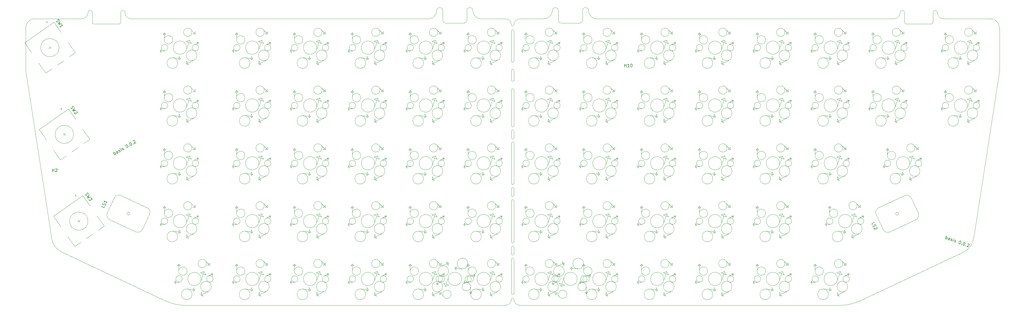
<source format=gbr>
G04 #@! TF.GenerationSoftware,KiCad,Pcbnew,(5.1.5-0-10_14)*
G04 #@! TF.CreationDate,2020-07-20T20:49:14-07:00*
G04 #@! TF.ProjectId,basis_combined_PROTON,62617369-735f-4636-9f6d-62696e65645f,rev?*
G04 #@! TF.SameCoordinates,Original*
G04 #@! TF.FileFunction,Legend,Top*
G04 #@! TF.FilePolarity,Positive*
%FSLAX46Y46*%
G04 Gerber Fmt 4.6, Leading zero omitted, Abs format (unit mm)*
G04 Created by KiCad (PCBNEW (5.1.5-0-10_14)) date 2020-07-20 20:49:14*
%MOMM*%
%LPD*%
G04 APERTURE LIST*
%ADD10C,0.100000*%
%ADD11C,0.150000*%
%ADD12C,0.120000*%
G04 APERTURE END LIST*
D10*
X-123824375Y-116507500D02*
G75*
G02X-120824375Y-113507500I3000000J0D01*
G01*
X193855625Y-113507500D02*
G75*
G02X196855625Y-116507500I0J-3000000D01*
G01*
X144055625Y-207957499D02*
G75*
G03X150814190Y-206469023I28566J15958475D01*
G01*
X-71044375Y-207957499D02*
G75*
G02X-77802940Y-206469023I-28566J15958475D01*
G01*
X-123824375Y-130787500D02*
G75*
G03X-123788921Y-131207500I2505453J-1D01*
G01*
X196845625Y-130807500D02*
G75*
G02X196810171Y-131227500I-2505453J-1D01*
G01*
X184953082Y-190431995D02*
G75*
G03X188415624Y-185387499I-2817457J5644495D01*
G01*
X-111934375Y-190427500D02*
G75*
G02X-115396917Y-185383004I2817457J5644495D01*
G01*
X-89079308Y-113534373D02*
G75*
G02X-91119308Y-111494373I0J2040000D01*
G01*
X-103332251Y-111461252D02*
G75*
G02X-105372251Y-113501252I-2040000J0D01*
G01*
X-92559375Y-111484375D02*
G75*
G02X-91119308Y-111494373I720068J1D01*
G01*
X-103332251Y-111461252D02*
G75*
G02X-101909375Y-111484375I711626J1D01*
G01*
X178415624Y-113537498D02*
G75*
G02X176375624Y-111497498I0J2040000D01*
G01*
X164144306Y-111474377D02*
G75*
G02X162104306Y-113514377I-2040000J0D01*
G01*
X174935557Y-111487500D02*
G75*
G02X176375624Y-111497498I720068J1D01*
G01*
X164144306Y-111474377D02*
G75*
G02X165584375Y-111484375I720069J1D01*
G01*
X64215625Y-113537500D02*
G75*
G02X61515625Y-110837500I0J2700000D01*
G01*
X49623602Y-110727275D02*
G75*
G02X46823602Y-113527275I-2800000J0D01*
G01*
X59516865Y-110787718D02*
G75*
G02X61515625Y-110837500I998760J-49782D01*
G01*
X49623602Y-110727275D02*
G75*
G02X51612500Y-110787500I992023J-110225D01*
G01*
X26115625Y-113537500D02*
G75*
G02X23415625Y-110837500I0J2700000D01*
G01*
X11515625Y-110837500D02*
G75*
G02X8815625Y-113537500I-2700000J0D01*
G01*
X11517497Y-110837500D02*
G75*
G02X13512500Y-110787500I998128J0D01*
G01*
X21416865Y-110787718D02*
G75*
G02X23415625Y-110837500I998760J-49782D01*
G01*
X36915625Y-115537500D02*
G75*
G02X38915625Y-113537500I2000000J0D01*
G01*
X34115625Y-113537500D02*
G75*
G02X36115625Y-115537500I0J-2000000D01*
G01*
X38915625Y-207937500D02*
G75*
G02X36915625Y-205937500I0J2000000D01*
G01*
X36115625Y-205937500D02*
G75*
G02X34115625Y-207937500I-2000000J0D01*
G01*
X36115625Y-205937500D02*
G75*
G02X36915625Y-205937500I400000J0D01*
G01*
X36915625Y-115537500D02*
G75*
G02X36115625Y-115537500I-400000J0D01*
G01*
X150814190Y-206469023D02*
X184953082Y-190431995D01*
X8815625Y-113537500D02*
X-89079308Y-113534373D01*
X-105372251Y-113501252D02*
X-118268750Y-113506250D01*
X36900000Y-204000000D02*
G75*
G02X36100000Y-204000000I-400000J0D01*
G01*
X36100000Y-192750000D02*
G75*
G02X36900000Y-192750000I400000J0D01*
G01*
X36900000Y-191000000D02*
G75*
G02X36100000Y-191000000I-400000J0D01*
G01*
X36100000Y-188750000D02*
G75*
G02X36900000Y-188750000I400000J0D01*
G01*
X36900000Y-187000000D02*
G75*
G02X36100000Y-187000000I-400000J0D01*
G01*
X36100000Y-173500000D02*
G75*
G02X36900000Y-173500000I400000J0D01*
G01*
X36900000Y-171750000D02*
G75*
G02X36100000Y-171750000I-400000J0D01*
G01*
X36100000Y-169500000D02*
G75*
G02X36900000Y-169500000I400000J0D01*
G01*
X36900000Y-167750000D02*
G75*
G02X36100000Y-167750000I-400000J0D01*
G01*
X36100000Y-154500000D02*
G75*
G02X36900000Y-154500000I400000J0D01*
G01*
X36900000Y-152750000D02*
G75*
G02X36100000Y-152750000I-400000J0D01*
G01*
X36100000Y-150500000D02*
G75*
G02X36900000Y-150500000I400000J0D01*
G01*
X36900000Y-148750000D02*
G75*
G02X36100000Y-148750000I-400000J0D01*
G01*
X36100000Y-137000000D02*
G75*
G02X36900000Y-137000000I400000J0D01*
G01*
X36900000Y-133750000D02*
G75*
G02X36100000Y-133750000I-400000J0D01*
G01*
X36100000Y-130500000D02*
G75*
G02X36900000Y-130500000I400000J0D01*
G01*
X36900000Y-127500000D02*
G75*
G02X36100000Y-127500000I-400000J0D01*
G01*
X36100000Y-117500000D02*
G75*
G02X36900000Y-117500000I400000J0D01*
G01*
X36100000Y-133750000D02*
X36100000Y-130500000D01*
X36900000Y-130500000D02*
X36900000Y-133750000D01*
X36100000Y-152750000D02*
X36100000Y-150500000D01*
X36900000Y-150500000D02*
X36900000Y-152750000D01*
X36100000Y-171750000D02*
X36100000Y-169500000D01*
X36900000Y-169500000D02*
X36900000Y-171750000D01*
X36100000Y-191000000D02*
X36100000Y-188750000D01*
X36900000Y-188750000D02*
X36900000Y-191000000D01*
X36900000Y-192750000D02*
X36900000Y-204000000D01*
X36100000Y-204000000D02*
X36100000Y-192750000D01*
X36100000Y-187000000D02*
X36100000Y-173500000D01*
X36900000Y-173500000D02*
X36900000Y-187000000D01*
X36900000Y-167750000D02*
X36900000Y-154500000D01*
X36100000Y-154500000D02*
X36100000Y-167750000D01*
X36100000Y-148750000D02*
X36100000Y-137000000D01*
X36900000Y-137000000D02*
X36900000Y-148750000D01*
X36900000Y-127500000D02*
X36900000Y-117500000D01*
X36100000Y-117500000D02*
X36100000Y-127500000D01*
D11*
X179045881Y-185985143D02*
X179387901Y-185045450D01*
X179257607Y-185403428D02*
X179363389Y-185391255D01*
X179542378Y-185456401D01*
X179615586Y-185533722D01*
X179644046Y-185594756D01*
X179656220Y-185700537D01*
X179558500Y-185969021D01*
X179481179Y-186042228D01*
X179420145Y-186070689D01*
X179314364Y-186082863D01*
X179135375Y-186017716D01*
X179062167Y-185940396D01*
X180298804Y-186441170D02*
X180477958Y-185948950D01*
X180465784Y-185843169D01*
X180392576Y-185765848D01*
X180213587Y-185700701D01*
X180107805Y-185712875D01*
X180315091Y-186396423D02*
X180209310Y-186408596D01*
X179985573Y-186327163D01*
X179912365Y-186249842D01*
X179900191Y-186144061D01*
X179932765Y-186054567D01*
X180010085Y-185981359D01*
X180115867Y-185969185D01*
X180339603Y-186050618D01*
X180445384Y-186038444D01*
X180717816Y-186543003D02*
X180791024Y-186620323D01*
X180970013Y-186685470D01*
X181075794Y-186673296D01*
X181153115Y-186600088D01*
X181169402Y-186555341D01*
X181157228Y-186449560D01*
X181084020Y-186372239D01*
X180949778Y-186323379D01*
X180876570Y-186246058D01*
X180864396Y-186140277D01*
X180880683Y-186095530D01*
X180958004Y-186022322D01*
X181063785Y-186010148D01*
X181198027Y-186059008D01*
X181271234Y-186136329D01*
X181506980Y-186880910D02*
X181734994Y-186254448D01*
X181849000Y-185941217D02*
X181787967Y-185969678D01*
X181816427Y-186030712D01*
X181877461Y-186002251D01*
X181849000Y-185941217D01*
X181816427Y-186030712D01*
X181925992Y-186982743D02*
X181999200Y-187060063D01*
X182178189Y-187125210D01*
X182283971Y-187113036D01*
X182361291Y-187039828D01*
X182377578Y-186995081D01*
X182365404Y-186889300D01*
X182292196Y-186811979D01*
X182157954Y-186763119D01*
X182084746Y-186685799D01*
X182072572Y-186580017D01*
X182088859Y-186535270D01*
X182166180Y-186462062D01*
X182271961Y-186449888D01*
X182406203Y-186498748D01*
X182479411Y-186576069D01*
X183952122Y-186706691D02*
X184041617Y-186739264D01*
X184114824Y-186816585D01*
X184143285Y-186877619D01*
X184155459Y-186983400D01*
X184135060Y-187178676D01*
X184053626Y-187402412D01*
X183943732Y-187565115D01*
X183866412Y-187638322D01*
X183805378Y-187666783D01*
X183699596Y-187678957D01*
X183610102Y-187646384D01*
X183536894Y-187569063D01*
X183508433Y-187508029D01*
X183496260Y-187402248D01*
X183516659Y-187206972D01*
X183598092Y-186983236D01*
X183707986Y-186820533D01*
X183785307Y-186747326D01*
X183846341Y-186718865D01*
X183952122Y-186706691D01*
X184358632Y-187817476D02*
X184387092Y-187878510D01*
X184326058Y-187906970D01*
X184297598Y-187845937D01*
X184358632Y-187817476D01*
X184326058Y-187906970D01*
X185294540Y-187195291D02*
X185384035Y-187227865D01*
X185457242Y-187305185D01*
X185485703Y-187366219D01*
X185497877Y-187472000D01*
X185477478Y-187667276D01*
X185396044Y-187891012D01*
X185286150Y-188053715D01*
X185208830Y-188126923D01*
X185147796Y-188155383D01*
X185042014Y-188167557D01*
X184952520Y-188134984D01*
X184879312Y-188057663D01*
X184850851Y-187996629D01*
X184838678Y-187890848D01*
X184859077Y-187695572D01*
X184940510Y-187471836D01*
X185050404Y-187309134D01*
X185127725Y-187235926D01*
X185188759Y-187207465D01*
X185294540Y-187195291D01*
X185701050Y-188306076D02*
X185729510Y-188367110D01*
X185668476Y-188395571D01*
X185640016Y-188334537D01*
X185701050Y-188306076D01*
X185668476Y-188395571D01*
X186380648Y-187691953D02*
X186441682Y-187663492D01*
X186547464Y-187651318D01*
X186771200Y-187732751D01*
X186844408Y-187810072D01*
X186872868Y-187871106D01*
X186885042Y-187976887D01*
X186852469Y-188066382D01*
X186758862Y-188184337D01*
X186026454Y-188525864D01*
X186608169Y-188737591D01*
X-94519161Y-158363648D02*
X-95019161Y-157497622D01*
X-94828684Y-157827537D02*
X-94770015Y-157738679D01*
X-94605058Y-157643440D01*
X-94498770Y-157637061D01*
X-94433721Y-157654491D01*
X-94344863Y-157713160D01*
X-94202006Y-157960595D01*
X-94195626Y-158066884D01*
X-94213056Y-158131932D01*
X-94271725Y-158220791D01*
X-94436682Y-158316029D01*
X-94542970Y-158322409D01*
X-93364460Y-157696981D02*
X-93626365Y-157243349D01*
X-93715223Y-157184680D01*
X-93821511Y-157191060D01*
X-93986469Y-157286298D01*
X-94045138Y-157375156D01*
X-93388270Y-157655742D02*
X-93446939Y-157744600D01*
X-93653135Y-157863648D01*
X-93759423Y-157870028D01*
X-93848282Y-157811359D01*
X-93895901Y-157728880D01*
X-93902281Y-157622592D01*
X-93843611Y-157533733D01*
X-93637415Y-157414686D01*
X-93578746Y-157325827D01*
X-93017116Y-157441456D02*
X-92910828Y-157435076D01*
X-92745871Y-157339838D01*
X-92687201Y-157250980D01*
X-92693581Y-157144692D01*
X-92717391Y-157103453D01*
X-92806249Y-157044783D01*
X-92912537Y-157051163D01*
X-93036255Y-157122592D01*
X-93142543Y-157128972D01*
X-93231402Y-157070302D01*
X-93255211Y-157029063D01*
X-93261591Y-156922775D01*
X-93202922Y-156833917D01*
X-93079204Y-156762488D01*
X-92972916Y-156756108D01*
X-92250999Y-157054124D02*
X-92584332Y-156476774D01*
X-92750999Y-156188099D02*
X-92768429Y-156253148D01*
X-92703380Y-156270577D01*
X-92685950Y-156205528D01*
X-92750999Y-156188099D01*
X-92703380Y-156270577D01*
X-91903655Y-156798599D02*
X-91797367Y-156792219D01*
X-91632409Y-156696981D01*
X-91573740Y-156608123D01*
X-91580120Y-156501835D01*
X-91603929Y-156460595D01*
X-91692788Y-156401926D01*
X-91799076Y-156408306D01*
X-91922794Y-156479735D01*
X-92029082Y-156486114D01*
X-92117940Y-156427445D01*
X-92141750Y-156386206D01*
X-92148130Y-156279918D01*
X-92089461Y-156191060D01*
X-91965743Y-156119631D01*
X-91859454Y-156113251D01*
X-90812752Y-155069051D02*
X-90730273Y-155021432D01*
X-90623985Y-155015052D01*
X-90558936Y-155032482D01*
X-90470078Y-155091151D01*
X-90333600Y-155232299D01*
X-90214553Y-155438495D01*
X-90160554Y-155627262D01*
X-90154174Y-155733550D01*
X-90171604Y-155798599D01*
X-90230273Y-155887457D01*
X-90312752Y-155935076D01*
X-90419040Y-155941456D01*
X-90484088Y-155924026D01*
X-90572947Y-155865357D01*
X-90709424Y-155724210D01*
X-90828472Y-155518013D01*
X-90882471Y-155329246D01*
X-90888850Y-155222958D01*
X-90871421Y-155157909D01*
X-90812752Y-155069051D01*
X-89700542Y-155471645D02*
X-89635493Y-155489075D01*
X-89652923Y-155554124D01*
X-89717971Y-155536694D01*
X-89700542Y-155471645D01*
X-89652923Y-155554124D01*
X-89575572Y-154354765D02*
X-89493094Y-154307146D01*
X-89386806Y-154300767D01*
X-89321757Y-154318196D01*
X-89232898Y-154376865D01*
X-89096421Y-154518013D01*
X-88977373Y-154724210D01*
X-88923375Y-154912976D01*
X-88916995Y-155019265D01*
X-88934425Y-155084313D01*
X-88993094Y-155173172D01*
X-89075572Y-155220791D01*
X-89181861Y-155227170D01*
X-89246909Y-155209741D01*
X-89335768Y-155151072D01*
X-89472245Y-155009924D01*
X-89591293Y-154803727D01*
X-89645292Y-154614961D01*
X-89651671Y-154508673D01*
X-89634241Y-154443624D01*
X-89575572Y-154354765D01*
X-88463363Y-154757360D02*
X-88398314Y-154774790D01*
X-88415744Y-154839838D01*
X-88480792Y-154822409D01*
X-88463363Y-154757360D01*
X-88415744Y-154839838D01*
X-88496971Y-153842006D02*
X-88479541Y-153776957D01*
X-88420872Y-153688099D01*
X-88214675Y-153569051D01*
X-88108387Y-153562671D01*
X-88043338Y-153580101D01*
X-87954480Y-153638770D01*
X-87906861Y-153721249D01*
X-87876672Y-153868776D01*
X-88085829Y-154649362D01*
X-87549718Y-154339838D01*
D10*
X26115625Y-113537500D02*
X33337500Y-113537500D01*
X64215625Y-113537500D02*
X162104306Y-113514377D01*
X46823602Y-113527275D02*
X39687500Y-113537500D01*
X178415624Y-113537498D02*
X193855625Y-113507500D01*
X39687500Y-113537500D02*
X38915625Y-113537500D01*
X196855625Y-116507500D02*
X196845625Y-130807500D01*
X196810171Y-131227500D02*
X188415624Y-185387499D01*
X38915625Y-207937500D02*
X144055625Y-207957500D01*
X-77802940Y-206469023D02*
X-111934375Y-190427500D01*
X34115625Y-207937500D02*
X-71044375Y-207957500D01*
X-123788921Y-131207500D02*
X-115396917Y-185383004D01*
X-123824375Y-116507500D02*
X-123824375Y-130787500D01*
X33337500Y-113537500D02*
X34115625Y-113537500D01*
X-118268750Y-113506250D02*
X-120824375Y-113507500D01*
D12*
X163638200Y-177764101D02*
G75*
G03X163638200Y-177764101I-500000J0D01*
G01*
X169257367Y-179765550D02*
X160738073Y-183738161D01*
X167797500Y-172612313D02*
X170079639Y-177506375D01*
X157019033Y-175762653D02*
X165538326Y-171790041D01*
X158478899Y-182915889D02*
X156196761Y-178021827D01*
X160738073Y-183738161D02*
G75*
G02X158478899Y-182915889I-718451J1540723D01*
G01*
X170079639Y-177506376D02*
G75*
G02X169257367Y-179765550I-1540723J-718451D01*
G01*
X165538326Y-171790041D02*
G75*
G02X167797500Y-172612313I718451J-1540723D01*
G01*
X156196761Y-178021827D02*
G75*
G02X157019033Y-175762653I1540723J718451D01*
G01*
X-89542307Y-177723341D02*
G75*
G03X-89542307Y-177723341I-500000J0D01*
G01*
X-87642181Y-183697401D02*
X-96161474Y-179724789D01*
X-83100868Y-177981067D02*
X-85383007Y-182875129D01*
X-92442433Y-171749281D02*
X-83923140Y-175721892D01*
X-96983746Y-177465615D02*
X-94701608Y-172571553D01*
X-96161474Y-179724789D02*
G75*
G02X-96983746Y-177465615I718451J1540723D01*
G01*
X-85383007Y-182875129D02*
G75*
G02X-87642181Y-183697401I-1540723J718451D01*
G01*
X-83923140Y-175721893D02*
G75*
G02X-83100868Y-177981067I-718451J-1540723D01*
G01*
X-94701607Y-172571553D02*
G75*
G02X-92442433Y-171749281I1540723J-718451D01*
G01*
X-70845000Y-180188097D02*
G75*
G03X-70845000Y-180188097I-2200000J0D01*
G01*
X-70825000Y-180571250D02*
X-69935000Y-177731250D01*
X-69935000Y-177731250D02*
X-71075000Y-178141250D01*
X-71075000Y-178141250D02*
X-69315000Y-178761250D01*
X-69315000Y-178761250D02*
X-69915000Y-177731250D01*
X-66899491Y-180201250D02*
G75*
G03X-66899491Y-180201250I-1055509J0D01*
G01*
X-77071387Y-180191250D02*
G75*
G03X-77071387Y-180191250I-1053613J0D01*
G01*
X-75448169Y-177611250D02*
G75*
G03X-75448169Y-177611250I-1386831J0D01*
G01*
X-69109350Y-175121250D02*
G75*
G03X-69109350Y-175121250I-1365650J0D01*
G01*
X-68475000Y-179261250D02*
X-66995000Y-178441250D01*
X-66995000Y-178441250D02*
X-67115000Y-179041250D01*
X-67115000Y-179041250D02*
X-67545000Y-178341250D01*
X-67545000Y-178341250D02*
X-66995000Y-178441250D01*
X-69545000Y-174101250D02*
X-68065000Y-175641250D01*
X-68065000Y-175641250D02*
X-68825000Y-175641250D01*
X-68825000Y-175641250D02*
X-68025000Y-174901250D01*
X-68025000Y-174901250D02*
X-68025000Y-175641250D01*
X-78235000Y-177621250D02*
X-78195000Y-175251250D01*
X-78195000Y-175251250D02*
X-78705000Y-175811250D01*
X-78705000Y-175811250D02*
X-77735000Y-175811250D01*
X-77735000Y-175811250D02*
X-78175000Y-175271250D01*
X-78155000Y-181251250D02*
X-79645000Y-181251250D01*
X-79635000Y-181281250D02*
X-79295000Y-181741250D01*
X-79275000Y-181721250D02*
X-79295000Y-180721250D01*
X-79325000Y-180741250D02*
X-79665000Y-181261250D01*
X-73804290Y-185261250D02*
G75*
G03X-73804290Y-185261250I-1760710J0D01*
G01*
X-67469291Y-182731250D02*
G75*
G03X-67469291Y-182731250I-1752855J0D01*
G01*
X-68615000Y-184401250D02*
X-70955000Y-185491250D01*
X-70955000Y-185491250D02*
X-70835000Y-184581250D01*
X-70835000Y-184581250D02*
X-70275000Y-185821250D01*
X-70275000Y-185821250D02*
X-70975000Y-185491250D01*
X-75445000Y-183491250D02*
X-72915000Y-183781250D01*
X-72915000Y-183781250D02*
X-73505000Y-184251250D01*
X-73505000Y-184251250D02*
X-73365000Y-183061250D01*
X-73365000Y-183061250D02*
X-72915000Y-183761250D01*
X57782500Y-199224403D02*
G75*
G03X57782500Y-199224403I-2200000J0D01*
G01*
X53362500Y-198841250D02*
X52472500Y-201681250D01*
X52472500Y-201681250D02*
X53612500Y-201271250D01*
X53612500Y-201271250D02*
X51852500Y-200651250D01*
X51852500Y-200651250D02*
X52452500Y-201681250D01*
X51548009Y-199211250D02*
G75*
G03X51548009Y-199211250I-1055509J0D01*
G01*
X61716113Y-199221250D02*
G75*
G03X61716113Y-199221250I-1053613J0D01*
G01*
X60759331Y-201801250D02*
G75*
G03X60759331Y-201801250I-1386831J0D01*
G01*
X54378150Y-204291250D02*
G75*
G03X54378150Y-204291250I-1365650J0D01*
G01*
X51012500Y-200151250D02*
X49532500Y-200971250D01*
X49532500Y-200971250D02*
X49652500Y-200371250D01*
X49652500Y-200371250D02*
X50082500Y-201071250D01*
X50082500Y-201071250D02*
X49532500Y-200971250D01*
X52082500Y-205311250D02*
X50602500Y-203771250D01*
X50602500Y-203771250D02*
X51362500Y-203771250D01*
X51362500Y-203771250D02*
X50562500Y-204511250D01*
X50562500Y-204511250D02*
X50562500Y-203771250D01*
X60772500Y-201791250D02*
X60732500Y-204161250D01*
X60732500Y-204161250D02*
X61242500Y-203601250D01*
X61242500Y-203601250D02*
X60272500Y-203601250D01*
X60272500Y-203601250D02*
X60712500Y-204141250D01*
X60692500Y-198161250D02*
X62182500Y-198161250D01*
X62172500Y-198131250D02*
X61832500Y-197671250D01*
X61812500Y-197691250D02*
X61832500Y-198691250D01*
X61862500Y-198671250D02*
X62202500Y-198151250D01*
X59863210Y-194151250D02*
G75*
G03X59863210Y-194151250I-1760710J0D01*
G01*
X53512501Y-196681250D02*
G75*
G03X53512501Y-196681250I-1752855J0D01*
G01*
X51152500Y-195011250D02*
X53492500Y-193921250D01*
X53492500Y-193921250D02*
X53372500Y-194831250D01*
X53372500Y-194831250D02*
X52812500Y-193591250D01*
X52812500Y-193591250D02*
X53512500Y-193921250D01*
X57982500Y-195921250D02*
X55452500Y-195631250D01*
X55452500Y-195631250D02*
X56042500Y-195161250D01*
X56042500Y-195161250D02*
X55902500Y-196351250D01*
X55902500Y-196351250D02*
X55452500Y-195651250D01*
X-8932500Y-123038097D02*
G75*
G03X-8932500Y-123038097I-2200000J0D01*
G01*
X-8912500Y-123421250D02*
X-8022500Y-120581250D01*
X-8022500Y-120581250D02*
X-9162500Y-120991250D01*
X-9162500Y-120991250D02*
X-7402500Y-121611250D01*
X-7402500Y-121611250D02*
X-8002500Y-120581250D01*
X-4986991Y-123051250D02*
G75*
G03X-4986991Y-123051250I-1055509J0D01*
G01*
X-15158887Y-123041250D02*
G75*
G03X-15158887Y-123041250I-1053613J0D01*
G01*
X-13535669Y-120461250D02*
G75*
G03X-13535669Y-120461250I-1386831J0D01*
G01*
X-7196850Y-117971250D02*
G75*
G03X-7196850Y-117971250I-1365650J0D01*
G01*
X-6562500Y-122111250D02*
X-5082500Y-121291250D01*
X-5082500Y-121291250D02*
X-5202500Y-121891250D01*
X-5202500Y-121891250D02*
X-5632500Y-121191250D01*
X-5632500Y-121191250D02*
X-5082500Y-121291250D01*
X-7632500Y-116951250D02*
X-6152500Y-118491250D01*
X-6152500Y-118491250D02*
X-6912500Y-118491250D01*
X-6912500Y-118491250D02*
X-6112500Y-117751250D01*
X-6112500Y-117751250D02*
X-6112500Y-118491250D01*
X-16322500Y-120471250D02*
X-16282500Y-118101250D01*
X-16282500Y-118101250D02*
X-16792500Y-118661250D01*
X-16792500Y-118661250D02*
X-15822500Y-118661250D01*
X-15822500Y-118661250D02*
X-16262500Y-118121250D01*
X-16242500Y-124101250D02*
X-17732500Y-124101250D01*
X-17722500Y-124131250D02*
X-17382500Y-124591250D01*
X-17362500Y-124571250D02*
X-17382500Y-123571250D01*
X-17412500Y-123591250D02*
X-17752500Y-124111250D01*
X-11891790Y-128111250D02*
G75*
G03X-11891790Y-128111250I-1760710J0D01*
G01*
X-5556791Y-125581250D02*
G75*
G03X-5556791Y-125581250I-1752855J0D01*
G01*
X-6702500Y-127251250D02*
X-9042500Y-128341250D01*
X-9042500Y-128341250D02*
X-8922500Y-127431250D01*
X-8922500Y-127431250D02*
X-8362500Y-128671250D01*
X-8362500Y-128671250D02*
X-9062500Y-128341250D01*
X-13532500Y-126341250D02*
X-11002500Y-126631250D01*
X-11002500Y-126631250D02*
X-11592500Y-127101250D01*
X-11592500Y-127101250D02*
X-11452500Y-125911250D01*
X-11452500Y-125911250D02*
X-11002500Y-126611250D01*
X167280000Y-161138097D02*
G75*
G03X167280000Y-161138097I-2200000J0D01*
G01*
X167300000Y-161521250D02*
X168190000Y-158681250D01*
X168190000Y-158681250D02*
X167050000Y-159091250D01*
X167050000Y-159091250D02*
X168810000Y-159711250D01*
X168810000Y-159711250D02*
X168210000Y-158681250D01*
X171225509Y-161151250D02*
G75*
G03X171225509Y-161151250I-1055509J0D01*
G01*
X161053613Y-161141250D02*
G75*
G03X161053613Y-161141250I-1053613J0D01*
G01*
X162676831Y-158561250D02*
G75*
G03X162676831Y-158561250I-1386831J0D01*
G01*
X169015650Y-156071250D02*
G75*
G03X169015650Y-156071250I-1365650J0D01*
G01*
X169650000Y-160211250D02*
X171130000Y-159391250D01*
X171130000Y-159391250D02*
X171010000Y-159991250D01*
X171010000Y-159991250D02*
X170580000Y-159291250D01*
X170580000Y-159291250D02*
X171130000Y-159391250D01*
X168580000Y-155051250D02*
X170060000Y-156591250D01*
X170060000Y-156591250D02*
X169300000Y-156591250D01*
X169300000Y-156591250D02*
X170100000Y-155851250D01*
X170100000Y-155851250D02*
X170100000Y-156591250D01*
X159890000Y-158571250D02*
X159930000Y-156201250D01*
X159930000Y-156201250D02*
X159420000Y-156761250D01*
X159420000Y-156761250D02*
X160390000Y-156761250D01*
X160390000Y-156761250D02*
X159950000Y-156221250D01*
X159970000Y-162201250D02*
X158480000Y-162201250D01*
X158490000Y-162231250D02*
X158830000Y-162691250D01*
X158850000Y-162671250D02*
X158830000Y-161671250D01*
X158800000Y-161691250D02*
X158460000Y-162211250D01*
X164320710Y-166211250D02*
G75*
G03X164320710Y-166211250I-1760710J0D01*
G01*
X170655709Y-163681250D02*
G75*
G03X170655709Y-163681250I-1752855J0D01*
G01*
X169510000Y-165351250D02*
X167170000Y-166441250D01*
X167170000Y-166441250D02*
X167290000Y-165531250D01*
X167290000Y-165531250D02*
X167850000Y-166771250D01*
X167850000Y-166771250D02*
X167150000Y-166441250D01*
X162680000Y-164441250D02*
X165210000Y-164731250D01*
X165210000Y-164731250D02*
X164620000Y-165201250D01*
X164620000Y-165201250D02*
X164760000Y-164011250D01*
X164760000Y-164011250D02*
X165210000Y-164711250D01*
X186330000Y-142088097D02*
G75*
G03X186330000Y-142088097I-2200000J0D01*
G01*
X186350000Y-142471250D02*
X187240000Y-139631250D01*
X187240000Y-139631250D02*
X186100000Y-140041250D01*
X186100000Y-140041250D02*
X187860000Y-140661250D01*
X187860000Y-140661250D02*
X187260000Y-139631250D01*
X190275509Y-142101250D02*
G75*
G03X190275509Y-142101250I-1055509J0D01*
G01*
X180103613Y-142091250D02*
G75*
G03X180103613Y-142091250I-1053613J0D01*
G01*
X181726831Y-139511250D02*
G75*
G03X181726831Y-139511250I-1386831J0D01*
G01*
X188065650Y-137021250D02*
G75*
G03X188065650Y-137021250I-1365650J0D01*
G01*
X188700000Y-141161250D02*
X190180000Y-140341250D01*
X190180000Y-140341250D02*
X190060000Y-140941250D01*
X190060000Y-140941250D02*
X189630000Y-140241250D01*
X189630000Y-140241250D02*
X190180000Y-140341250D01*
X187630000Y-136001250D02*
X189110000Y-137541250D01*
X189110000Y-137541250D02*
X188350000Y-137541250D01*
X188350000Y-137541250D02*
X189150000Y-136801250D01*
X189150000Y-136801250D02*
X189150000Y-137541250D01*
X178940000Y-139521250D02*
X178980000Y-137151250D01*
X178980000Y-137151250D02*
X178470000Y-137711250D01*
X178470000Y-137711250D02*
X179440000Y-137711250D01*
X179440000Y-137711250D02*
X179000000Y-137171250D01*
X179020000Y-143151250D02*
X177530000Y-143151250D01*
X177540000Y-143181250D02*
X177880000Y-143641250D01*
X177900000Y-143621250D02*
X177880000Y-142621250D01*
X177850000Y-142641250D02*
X177510000Y-143161250D01*
X183370710Y-147161250D02*
G75*
G03X183370710Y-147161250I-1760710J0D01*
G01*
X189705709Y-144631250D02*
G75*
G03X189705709Y-144631250I-1752855J0D01*
G01*
X188560000Y-146301250D02*
X186220000Y-147391250D01*
X186220000Y-147391250D02*
X186340000Y-146481250D01*
X186340000Y-146481250D02*
X186900000Y-147721250D01*
X186900000Y-147721250D02*
X186200000Y-147391250D01*
X181730000Y-145391250D02*
X184260000Y-145681250D01*
X184260000Y-145681250D02*
X183670000Y-146151250D01*
X183670000Y-146151250D02*
X183810000Y-144961250D01*
X183810000Y-144961250D02*
X184260000Y-145661250D01*
X186330000Y-123038097D02*
G75*
G03X186330000Y-123038097I-2200000J0D01*
G01*
X186350000Y-123421250D02*
X187240000Y-120581250D01*
X187240000Y-120581250D02*
X186100000Y-120991250D01*
X186100000Y-120991250D02*
X187860000Y-121611250D01*
X187860000Y-121611250D02*
X187260000Y-120581250D01*
X190275509Y-123051250D02*
G75*
G03X190275509Y-123051250I-1055509J0D01*
G01*
X180103613Y-123041250D02*
G75*
G03X180103613Y-123041250I-1053613J0D01*
G01*
X181726831Y-120461250D02*
G75*
G03X181726831Y-120461250I-1386831J0D01*
G01*
X188065650Y-117971250D02*
G75*
G03X188065650Y-117971250I-1365650J0D01*
G01*
X188700000Y-122111250D02*
X190180000Y-121291250D01*
X190180000Y-121291250D02*
X190060000Y-121891250D01*
X190060000Y-121891250D02*
X189630000Y-121191250D01*
X189630000Y-121191250D02*
X190180000Y-121291250D01*
X187630000Y-116951250D02*
X189110000Y-118491250D01*
X189110000Y-118491250D02*
X188350000Y-118491250D01*
X188350000Y-118491250D02*
X189150000Y-117751250D01*
X189150000Y-117751250D02*
X189150000Y-118491250D01*
X178940000Y-120471250D02*
X178980000Y-118101250D01*
X178980000Y-118101250D02*
X178470000Y-118661250D01*
X178470000Y-118661250D02*
X179440000Y-118661250D01*
X179440000Y-118661250D02*
X179000000Y-118121250D01*
X179020000Y-124101250D02*
X177530000Y-124101250D01*
X177540000Y-124131250D02*
X177880000Y-124591250D01*
X177900000Y-124571250D02*
X177880000Y-123571250D01*
X177850000Y-123591250D02*
X177510000Y-124111250D01*
X183370710Y-128111250D02*
G75*
G03X183370710Y-128111250I-1760710J0D01*
G01*
X189705709Y-125581250D02*
G75*
G03X189705709Y-125581250I-1752855J0D01*
G01*
X188560000Y-127251250D02*
X186220000Y-128341250D01*
X186220000Y-128341250D02*
X186340000Y-127431250D01*
X186340000Y-127431250D02*
X186900000Y-128671250D01*
X186900000Y-128671250D02*
X186200000Y-128341250D01*
X181730000Y-126341250D02*
X184260000Y-126631250D01*
X184260000Y-126631250D02*
X183670000Y-127101250D01*
X183670000Y-127101250D02*
X183810000Y-125911250D01*
X183810000Y-125911250D02*
X184260000Y-126611250D01*
X148230000Y-180188097D02*
G75*
G03X148230000Y-180188097I-2200000J0D01*
G01*
X148250000Y-180571250D02*
X149140000Y-177731250D01*
X149140000Y-177731250D02*
X148000000Y-178141250D01*
X148000000Y-178141250D02*
X149760000Y-178761250D01*
X149760000Y-178761250D02*
X149160000Y-177731250D01*
X152175509Y-180201250D02*
G75*
G03X152175509Y-180201250I-1055509J0D01*
G01*
X142003613Y-180191250D02*
G75*
G03X142003613Y-180191250I-1053613J0D01*
G01*
X143626831Y-177611250D02*
G75*
G03X143626831Y-177611250I-1386831J0D01*
G01*
X149965650Y-175121250D02*
G75*
G03X149965650Y-175121250I-1365650J0D01*
G01*
X150600000Y-179261250D02*
X152080000Y-178441250D01*
X152080000Y-178441250D02*
X151960000Y-179041250D01*
X151960000Y-179041250D02*
X151530000Y-178341250D01*
X151530000Y-178341250D02*
X152080000Y-178441250D01*
X149530000Y-174101250D02*
X151010000Y-175641250D01*
X151010000Y-175641250D02*
X150250000Y-175641250D01*
X150250000Y-175641250D02*
X151050000Y-174901250D01*
X151050000Y-174901250D02*
X151050000Y-175641250D01*
X140840000Y-177621250D02*
X140880000Y-175251250D01*
X140880000Y-175251250D02*
X140370000Y-175811250D01*
X140370000Y-175811250D02*
X141340000Y-175811250D01*
X141340000Y-175811250D02*
X140900000Y-175271250D01*
X140920000Y-181251250D02*
X139430000Y-181251250D01*
X139440000Y-181281250D02*
X139780000Y-181741250D01*
X139800000Y-181721250D02*
X139780000Y-180721250D01*
X139750000Y-180741250D02*
X139410000Y-181261250D01*
X145270710Y-185261250D02*
G75*
G03X145270710Y-185261250I-1760710J0D01*
G01*
X151605709Y-182731250D02*
G75*
G03X151605709Y-182731250I-1752855J0D01*
G01*
X150460000Y-184401250D02*
X148120000Y-185491250D01*
X148120000Y-185491250D02*
X148240000Y-184581250D01*
X148240000Y-184581250D02*
X148800000Y-185821250D01*
X148800000Y-185821250D02*
X148100000Y-185491250D01*
X143630000Y-183491250D02*
X146160000Y-183781250D01*
X146160000Y-183781250D02*
X145570000Y-184251250D01*
X145570000Y-184251250D02*
X145710000Y-183061250D01*
X145710000Y-183061250D02*
X146160000Y-183761250D01*
X124417500Y-123038097D02*
G75*
G03X124417500Y-123038097I-2200000J0D01*
G01*
X124437500Y-123421250D02*
X125327500Y-120581250D01*
X125327500Y-120581250D02*
X124187500Y-120991250D01*
X124187500Y-120991250D02*
X125947500Y-121611250D01*
X125947500Y-121611250D02*
X125347500Y-120581250D01*
X128363009Y-123051250D02*
G75*
G03X128363009Y-123051250I-1055509J0D01*
G01*
X118191113Y-123041250D02*
G75*
G03X118191113Y-123041250I-1053613J0D01*
G01*
X119814331Y-120461250D02*
G75*
G03X119814331Y-120461250I-1386831J0D01*
G01*
X126153150Y-117971250D02*
G75*
G03X126153150Y-117971250I-1365650J0D01*
G01*
X126787500Y-122111250D02*
X128267500Y-121291250D01*
X128267500Y-121291250D02*
X128147500Y-121891250D01*
X128147500Y-121891250D02*
X127717500Y-121191250D01*
X127717500Y-121191250D02*
X128267500Y-121291250D01*
X125717500Y-116951250D02*
X127197500Y-118491250D01*
X127197500Y-118491250D02*
X126437500Y-118491250D01*
X126437500Y-118491250D02*
X127237500Y-117751250D01*
X127237500Y-117751250D02*
X127237500Y-118491250D01*
X117027500Y-120471250D02*
X117067500Y-118101250D01*
X117067500Y-118101250D02*
X116557500Y-118661250D01*
X116557500Y-118661250D02*
X117527500Y-118661250D01*
X117527500Y-118661250D02*
X117087500Y-118121250D01*
X117107500Y-124101250D02*
X115617500Y-124101250D01*
X115627500Y-124131250D02*
X115967500Y-124591250D01*
X115987500Y-124571250D02*
X115967500Y-123571250D01*
X115937500Y-123591250D02*
X115597500Y-124111250D01*
X121458210Y-128111250D02*
G75*
G03X121458210Y-128111250I-1760710J0D01*
G01*
X127793209Y-125581250D02*
G75*
G03X127793209Y-125581250I-1752855J0D01*
G01*
X126647500Y-127251250D02*
X124307500Y-128341250D01*
X124307500Y-128341250D02*
X124427500Y-127431250D01*
X124427500Y-127431250D02*
X124987500Y-128671250D01*
X124987500Y-128671250D02*
X124287500Y-128341250D01*
X119817500Y-126341250D02*
X122347500Y-126631250D01*
X122347500Y-126631250D02*
X121757500Y-127101250D01*
X121757500Y-127101250D02*
X121897500Y-125911250D01*
X121897500Y-125911250D02*
X122347500Y-126611250D01*
X105367500Y-180188097D02*
G75*
G03X105367500Y-180188097I-2200000J0D01*
G01*
X105387500Y-180571250D02*
X106277500Y-177731250D01*
X106277500Y-177731250D02*
X105137500Y-178141250D01*
X105137500Y-178141250D02*
X106897500Y-178761250D01*
X106897500Y-178761250D02*
X106297500Y-177731250D01*
X109313009Y-180201250D02*
G75*
G03X109313009Y-180201250I-1055509J0D01*
G01*
X99141113Y-180191250D02*
G75*
G03X99141113Y-180191250I-1053613J0D01*
G01*
X100764331Y-177611250D02*
G75*
G03X100764331Y-177611250I-1386831J0D01*
G01*
X107103150Y-175121250D02*
G75*
G03X107103150Y-175121250I-1365650J0D01*
G01*
X107737500Y-179261250D02*
X109217500Y-178441250D01*
X109217500Y-178441250D02*
X109097500Y-179041250D01*
X109097500Y-179041250D02*
X108667500Y-178341250D01*
X108667500Y-178341250D02*
X109217500Y-178441250D01*
X106667500Y-174101250D02*
X108147500Y-175641250D01*
X108147500Y-175641250D02*
X107387500Y-175641250D01*
X107387500Y-175641250D02*
X108187500Y-174901250D01*
X108187500Y-174901250D02*
X108187500Y-175641250D01*
X97977500Y-177621250D02*
X98017500Y-175251250D01*
X98017500Y-175251250D02*
X97507500Y-175811250D01*
X97507500Y-175811250D02*
X98477500Y-175811250D01*
X98477500Y-175811250D02*
X98037500Y-175271250D01*
X98057500Y-181251250D02*
X96567500Y-181251250D01*
X96577500Y-181281250D02*
X96917500Y-181741250D01*
X96937500Y-181721250D02*
X96917500Y-180721250D01*
X96887500Y-180741250D02*
X96547500Y-181261250D01*
X102408210Y-185261250D02*
G75*
G03X102408210Y-185261250I-1760710J0D01*
G01*
X108743209Y-182731250D02*
G75*
G03X108743209Y-182731250I-1752855J0D01*
G01*
X107597500Y-184401250D02*
X105257500Y-185491250D01*
X105257500Y-185491250D02*
X105377500Y-184581250D01*
X105377500Y-184581250D02*
X105937500Y-185821250D01*
X105937500Y-185821250D02*
X105237500Y-185491250D01*
X100767500Y-183491250D02*
X103297500Y-183781250D01*
X103297500Y-183781250D02*
X102707500Y-184251250D01*
X102707500Y-184251250D02*
X102847500Y-183061250D01*
X102847500Y-183061250D02*
X103297500Y-183761250D01*
X86317500Y-180188097D02*
G75*
G03X86317500Y-180188097I-2200000J0D01*
G01*
X86337500Y-180571250D02*
X87227500Y-177731250D01*
X87227500Y-177731250D02*
X86087500Y-178141250D01*
X86087500Y-178141250D02*
X87847500Y-178761250D01*
X87847500Y-178761250D02*
X87247500Y-177731250D01*
X90263009Y-180201250D02*
G75*
G03X90263009Y-180201250I-1055509J0D01*
G01*
X80091113Y-180191250D02*
G75*
G03X80091113Y-180191250I-1053613J0D01*
G01*
X81714331Y-177611250D02*
G75*
G03X81714331Y-177611250I-1386831J0D01*
G01*
X88053150Y-175121250D02*
G75*
G03X88053150Y-175121250I-1365650J0D01*
G01*
X88687500Y-179261250D02*
X90167500Y-178441250D01*
X90167500Y-178441250D02*
X90047500Y-179041250D01*
X90047500Y-179041250D02*
X89617500Y-178341250D01*
X89617500Y-178341250D02*
X90167500Y-178441250D01*
X87617500Y-174101250D02*
X89097500Y-175641250D01*
X89097500Y-175641250D02*
X88337500Y-175641250D01*
X88337500Y-175641250D02*
X89137500Y-174901250D01*
X89137500Y-174901250D02*
X89137500Y-175641250D01*
X78927500Y-177621250D02*
X78967500Y-175251250D01*
X78967500Y-175251250D02*
X78457500Y-175811250D01*
X78457500Y-175811250D02*
X79427500Y-175811250D01*
X79427500Y-175811250D02*
X78987500Y-175271250D01*
X79007500Y-181251250D02*
X77517500Y-181251250D01*
X77527500Y-181281250D02*
X77867500Y-181741250D01*
X77887500Y-181721250D02*
X77867500Y-180721250D01*
X77837500Y-180741250D02*
X77497500Y-181261250D01*
X83358210Y-185261250D02*
G75*
G03X83358210Y-185261250I-1760710J0D01*
G01*
X89693209Y-182731250D02*
G75*
G03X89693209Y-182731250I-1752855J0D01*
G01*
X88547500Y-184401250D02*
X86207500Y-185491250D01*
X86207500Y-185491250D02*
X86327500Y-184581250D01*
X86327500Y-184581250D02*
X86887500Y-185821250D01*
X86887500Y-185821250D02*
X86187500Y-185491250D01*
X81717500Y-183491250D02*
X84247500Y-183781250D01*
X84247500Y-183781250D02*
X83657500Y-184251250D01*
X83657500Y-184251250D02*
X83797500Y-183061250D01*
X83797500Y-183061250D02*
X84247500Y-183761250D01*
X48217500Y-123038097D02*
G75*
G03X48217500Y-123038097I-2200000J0D01*
G01*
X48237500Y-123421250D02*
X49127500Y-120581250D01*
X49127500Y-120581250D02*
X47987500Y-120991250D01*
X47987500Y-120991250D02*
X49747500Y-121611250D01*
X49747500Y-121611250D02*
X49147500Y-120581250D01*
X52163009Y-123051250D02*
G75*
G03X52163009Y-123051250I-1055509J0D01*
G01*
X41991113Y-123041250D02*
G75*
G03X41991113Y-123041250I-1053613J0D01*
G01*
X43614331Y-120461250D02*
G75*
G03X43614331Y-120461250I-1386831J0D01*
G01*
X49953150Y-117971250D02*
G75*
G03X49953150Y-117971250I-1365650J0D01*
G01*
X50587500Y-122111250D02*
X52067500Y-121291250D01*
X52067500Y-121291250D02*
X51947500Y-121891250D01*
X51947500Y-121891250D02*
X51517500Y-121191250D01*
X51517500Y-121191250D02*
X52067500Y-121291250D01*
X49517500Y-116951250D02*
X50997500Y-118491250D01*
X50997500Y-118491250D02*
X50237500Y-118491250D01*
X50237500Y-118491250D02*
X51037500Y-117751250D01*
X51037500Y-117751250D02*
X51037500Y-118491250D01*
X40827500Y-120471250D02*
X40867500Y-118101250D01*
X40867500Y-118101250D02*
X40357500Y-118661250D01*
X40357500Y-118661250D02*
X41327500Y-118661250D01*
X41327500Y-118661250D02*
X40887500Y-118121250D01*
X40907500Y-124101250D02*
X39417500Y-124101250D01*
X39427500Y-124131250D02*
X39767500Y-124591250D01*
X39787500Y-124571250D02*
X39767500Y-123571250D01*
X39737500Y-123591250D02*
X39397500Y-124111250D01*
X45258210Y-128111250D02*
G75*
G03X45258210Y-128111250I-1760710J0D01*
G01*
X51593209Y-125581250D02*
G75*
G03X51593209Y-125581250I-1752855J0D01*
G01*
X50447500Y-127251250D02*
X48107500Y-128341250D01*
X48107500Y-128341250D02*
X48227500Y-127431250D01*
X48227500Y-127431250D02*
X48787500Y-128671250D01*
X48787500Y-128671250D02*
X48087500Y-128341250D01*
X43617500Y-126341250D02*
X46147500Y-126631250D01*
X46147500Y-126631250D02*
X45557500Y-127101250D01*
X45557500Y-127101250D02*
X45697500Y-125911250D01*
X45697500Y-125911250D02*
X46147500Y-126611250D01*
X67267500Y-123038097D02*
G75*
G03X67267500Y-123038097I-2200000J0D01*
G01*
X67287500Y-123421250D02*
X68177500Y-120581250D01*
X68177500Y-120581250D02*
X67037500Y-120991250D01*
X67037500Y-120991250D02*
X68797500Y-121611250D01*
X68797500Y-121611250D02*
X68197500Y-120581250D01*
X71213009Y-123051250D02*
G75*
G03X71213009Y-123051250I-1055509J0D01*
G01*
X61041113Y-123041250D02*
G75*
G03X61041113Y-123041250I-1053613J0D01*
G01*
X62664331Y-120461250D02*
G75*
G03X62664331Y-120461250I-1386831J0D01*
G01*
X69003150Y-117971250D02*
G75*
G03X69003150Y-117971250I-1365650J0D01*
G01*
X69637500Y-122111250D02*
X71117500Y-121291250D01*
X71117500Y-121291250D02*
X70997500Y-121891250D01*
X70997500Y-121891250D02*
X70567500Y-121191250D01*
X70567500Y-121191250D02*
X71117500Y-121291250D01*
X68567500Y-116951250D02*
X70047500Y-118491250D01*
X70047500Y-118491250D02*
X69287500Y-118491250D01*
X69287500Y-118491250D02*
X70087500Y-117751250D01*
X70087500Y-117751250D02*
X70087500Y-118491250D01*
X59877500Y-120471250D02*
X59917500Y-118101250D01*
X59917500Y-118101250D02*
X59407500Y-118661250D01*
X59407500Y-118661250D02*
X60377500Y-118661250D01*
X60377500Y-118661250D02*
X59937500Y-118121250D01*
X59957500Y-124101250D02*
X58467500Y-124101250D01*
X58477500Y-124131250D02*
X58817500Y-124591250D01*
X58837500Y-124571250D02*
X58817500Y-123571250D01*
X58787500Y-123591250D02*
X58447500Y-124111250D01*
X64308210Y-128111250D02*
G75*
G03X64308210Y-128111250I-1760710J0D01*
G01*
X70643209Y-125581250D02*
G75*
G03X70643209Y-125581250I-1752855J0D01*
G01*
X69497500Y-127251250D02*
X67157500Y-128341250D01*
X67157500Y-128341250D02*
X67277500Y-127431250D01*
X67277500Y-127431250D02*
X67837500Y-128671250D01*
X67837500Y-128671250D02*
X67137500Y-128341250D01*
X62667500Y-126341250D02*
X65197500Y-126631250D01*
X65197500Y-126631250D02*
X64607500Y-127101250D01*
X64607500Y-127101250D02*
X64747500Y-125911250D01*
X64747500Y-125911250D02*
X65197500Y-126611250D01*
X86317500Y-123038097D02*
G75*
G03X86317500Y-123038097I-2200000J0D01*
G01*
X86337500Y-123421250D02*
X87227500Y-120581250D01*
X87227500Y-120581250D02*
X86087500Y-120991250D01*
X86087500Y-120991250D02*
X87847500Y-121611250D01*
X87847500Y-121611250D02*
X87247500Y-120581250D01*
X90263009Y-123051250D02*
G75*
G03X90263009Y-123051250I-1055509J0D01*
G01*
X80091113Y-123041250D02*
G75*
G03X80091113Y-123041250I-1053613J0D01*
G01*
X81714331Y-120461250D02*
G75*
G03X81714331Y-120461250I-1386831J0D01*
G01*
X88053150Y-117971250D02*
G75*
G03X88053150Y-117971250I-1365650J0D01*
G01*
X88687500Y-122111250D02*
X90167500Y-121291250D01*
X90167500Y-121291250D02*
X90047500Y-121891250D01*
X90047500Y-121891250D02*
X89617500Y-121191250D01*
X89617500Y-121191250D02*
X90167500Y-121291250D01*
X87617500Y-116951250D02*
X89097500Y-118491250D01*
X89097500Y-118491250D02*
X88337500Y-118491250D01*
X88337500Y-118491250D02*
X89137500Y-117751250D01*
X89137500Y-117751250D02*
X89137500Y-118491250D01*
X78927500Y-120471250D02*
X78967500Y-118101250D01*
X78967500Y-118101250D02*
X78457500Y-118661250D01*
X78457500Y-118661250D02*
X79427500Y-118661250D01*
X79427500Y-118661250D02*
X78987500Y-118121250D01*
X79007500Y-124101250D02*
X77517500Y-124101250D01*
X77527500Y-124131250D02*
X77867500Y-124591250D01*
X77887500Y-124571250D02*
X77867500Y-123571250D01*
X77837500Y-123591250D02*
X77497500Y-124111250D01*
X83358210Y-128111250D02*
G75*
G03X83358210Y-128111250I-1760710J0D01*
G01*
X89693209Y-125581250D02*
G75*
G03X89693209Y-125581250I-1752855J0D01*
G01*
X88547500Y-127251250D02*
X86207500Y-128341250D01*
X86207500Y-128341250D02*
X86327500Y-127431250D01*
X86327500Y-127431250D02*
X86887500Y-128671250D01*
X86887500Y-128671250D02*
X86187500Y-128341250D01*
X81717500Y-126341250D02*
X84247500Y-126631250D01*
X84247500Y-126631250D02*
X83657500Y-127101250D01*
X83657500Y-127101250D02*
X83797500Y-125911250D01*
X83797500Y-125911250D02*
X84247500Y-126611250D01*
X105367500Y-123038097D02*
G75*
G03X105367500Y-123038097I-2200000J0D01*
G01*
X105387500Y-123421250D02*
X106277500Y-120581250D01*
X106277500Y-120581250D02*
X105137500Y-120991250D01*
X105137500Y-120991250D02*
X106897500Y-121611250D01*
X106897500Y-121611250D02*
X106297500Y-120581250D01*
X109313009Y-123051250D02*
G75*
G03X109313009Y-123051250I-1055509J0D01*
G01*
X99141113Y-123041250D02*
G75*
G03X99141113Y-123041250I-1053613J0D01*
G01*
X100764331Y-120461250D02*
G75*
G03X100764331Y-120461250I-1386831J0D01*
G01*
X107103150Y-117971250D02*
G75*
G03X107103150Y-117971250I-1365650J0D01*
G01*
X107737500Y-122111250D02*
X109217500Y-121291250D01*
X109217500Y-121291250D02*
X109097500Y-121891250D01*
X109097500Y-121891250D02*
X108667500Y-121191250D01*
X108667500Y-121191250D02*
X109217500Y-121291250D01*
X106667500Y-116951250D02*
X108147500Y-118491250D01*
X108147500Y-118491250D02*
X107387500Y-118491250D01*
X107387500Y-118491250D02*
X108187500Y-117751250D01*
X108187500Y-117751250D02*
X108187500Y-118491250D01*
X97977500Y-120471250D02*
X98017500Y-118101250D01*
X98017500Y-118101250D02*
X97507500Y-118661250D01*
X97507500Y-118661250D02*
X98477500Y-118661250D01*
X98477500Y-118661250D02*
X98037500Y-118121250D01*
X98057500Y-124101250D02*
X96567500Y-124101250D01*
X96577500Y-124131250D02*
X96917500Y-124591250D01*
X96937500Y-124571250D02*
X96917500Y-123571250D01*
X96887500Y-123591250D02*
X96547500Y-124111250D01*
X102408210Y-128111250D02*
G75*
G03X102408210Y-128111250I-1760710J0D01*
G01*
X108743209Y-125581250D02*
G75*
G03X108743209Y-125581250I-1752855J0D01*
G01*
X107597500Y-127251250D02*
X105257500Y-128341250D01*
X105257500Y-128341250D02*
X105377500Y-127431250D01*
X105377500Y-127431250D02*
X105937500Y-128671250D01*
X105937500Y-128671250D02*
X105237500Y-128341250D01*
X100767500Y-126341250D02*
X103297500Y-126631250D01*
X103297500Y-126631250D02*
X102707500Y-127101250D01*
X102707500Y-127101250D02*
X102847500Y-125911250D01*
X102847500Y-125911250D02*
X103297500Y-126611250D01*
X143467500Y-161138097D02*
G75*
G03X143467500Y-161138097I-2200000J0D01*
G01*
X143487500Y-161521250D02*
X144377500Y-158681250D01*
X144377500Y-158681250D02*
X143237500Y-159091250D01*
X143237500Y-159091250D02*
X144997500Y-159711250D01*
X144997500Y-159711250D02*
X144397500Y-158681250D01*
X147413009Y-161151250D02*
G75*
G03X147413009Y-161151250I-1055509J0D01*
G01*
X137241113Y-161141250D02*
G75*
G03X137241113Y-161141250I-1053613J0D01*
G01*
X138864331Y-158561250D02*
G75*
G03X138864331Y-158561250I-1386831J0D01*
G01*
X145203150Y-156071250D02*
G75*
G03X145203150Y-156071250I-1365650J0D01*
G01*
X145837500Y-160211250D02*
X147317500Y-159391250D01*
X147317500Y-159391250D02*
X147197500Y-159991250D01*
X147197500Y-159991250D02*
X146767500Y-159291250D01*
X146767500Y-159291250D02*
X147317500Y-159391250D01*
X144767500Y-155051250D02*
X146247500Y-156591250D01*
X146247500Y-156591250D02*
X145487500Y-156591250D01*
X145487500Y-156591250D02*
X146287500Y-155851250D01*
X146287500Y-155851250D02*
X146287500Y-156591250D01*
X136077500Y-158571250D02*
X136117500Y-156201250D01*
X136117500Y-156201250D02*
X135607500Y-156761250D01*
X135607500Y-156761250D02*
X136577500Y-156761250D01*
X136577500Y-156761250D02*
X136137500Y-156221250D01*
X136157500Y-162201250D02*
X134667500Y-162201250D01*
X134677500Y-162231250D02*
X135017500Y-162691250D01*
X135037500Y-162671250D02*
X135017500Y-161671250D01*
X134987500Y-161691250D02*
X134647500Y-162211250D01*
X140508210Y-166211250D02*
G75*
G03X140508210Y-166211250I-1760710J0D01*
G01*
X146843209Y-163681250D02*
G75*
G03X146843209Y-163681250I-1752855J0D01*
G01*
X145697500Y-165351250D02*
X143357500Y-166441250D01*
X143357500Y-166441250D02*
X143477500Y-165531250D01*
X143477500Y-165531250D02*
X144037500Y-166771250D01*
X144037500Y-166771250D02*
X143337500Y-166441250D01*
X138867500Y-164441250D02*
X141397500Y-164731250D01*
X141397500Y-164731250D02*
X140807500Y-165201250D01*
X140807500Y-165201250D02*
X140947500Y-164011250D01*
X140947500Y-164011250D02*
X141397500Y-164711250D01*
X124417500Y-180188097D02*
G75*
G03X124417500Y-180188097I-2200000J0D01*
G01*
X124437500Y-180571250D02*
X125327500Y-177731250D01*
X125327500Y-177731250D02*
X124187500Y-178141250D01*
X124187500Y-178141250D02*
X125947500Y-178761250D01*
X125947500Y-178761250D02*
X125347500Y-177731250D01*
X128363009Y-180201250D02*
G75*
G03X128363009Y-180201250I-1055509J0D01*
G01*
X118191113Y-180191250D02*
G75*
G03X118191113Y-180191250I-1053613J0D01*
G01*
X119814331Y-177611250D02*
G75*
G03X119814331Y-177611250I-1386831J0D01*
G01*
X126153150Y-175121250D02*
G75*
G03X126153150Y-175121250I-1365650J0D01*
G01*
X126787500Y-179261250D02*
X128267500Y-178441250D01*
X128267500Y-178441250D02*
X128147500Y-179041250D01*
X128147500Y-179041250D02*
X127717500Y-178341250D01*
X127717500Y-178341250D02*
X128267500Y-178441250D01*
X125717500Y-174101250D02*
X127197500Y-175641250D01*
X127197500Y-175641250D02*
X126437500Y-175641250D01*
X126437500Y-175641250D02*
X127237500Y-174901250D01*
X127237500Y-174901250D02*
X127237500Y-175641250D01*
X117027500Y-177621250D02*
X117067500Y-175251250D01*
X117067500Y-175251250D02*
X116557500Y-175811250D01*
X116557500Y-175811250D02*
X117527500Y-175811250D01*
X117527500Y-175811250D02*
X117087500Y-175271250D01*
X117107500Y-181251250D02*
X115617500Y-181251250D01*
X115627500Y-181281250D02*
X115967500Y-181741250D01*
X115987500Y-181721250D02*
X115967500Y-180721250D01*
X115937500Y-180741250D02*
X115597500Y-181261250D01*
X121458210Y-185261250D02*
G75*
G03X121458210Y-185261250I-1760710J0D01*
G01*
X127793209Y-182731250D02*
G75*
G03X127793209Y-182731250I-1752855J0D01*
G01*
X126647500Y-184401250D02*
X124307500Y-185491250D01*
X124307500Y-185491250D02*
X124427500Y-184581250D01*
X124427500Y-184581250D02*
X124987500Y-185821250D01*
X124987500Y-185821250D02*
X124287500Y-185491250D01*
X119817500Y-183491250D02*
X122347500Y-183781250D01*
X122347500Y-183781250D02*
X121757500Y-184251250D01*
X121757500Y-184251250D02*
X121897500Y-183061250D01*
X121897500Y-183061250D02*
X122347500Y-183761250D01*
X124417500Y-161138097D02*
G75*
G03X124417500Y-161138097I-2200000J0D01*
G01*
X124437500Y-161521250D02*
X125327500Y-158681250D01*
X125327500Y-158681250D02*
X124187500Y-159091250D01*
X124187500Y-159091250D02*
X125947500Y-159711250D01*
X125947500Y-159711250D02*
X125347500Y-158681250D01*
X128363009Y-161151250D02*
G75*
G03X128363009Y-161151250I-1055509J0D01*
G01*
X118191113Y-161141250D02*
G75*
G03X118191113Y-161141250I-1053613J0D01*
G01*
X119814331Y-158561250D02*
G75*
G03X119814331Y-158561250I-1386831J0D01*
G01*
X126153150Y-156071250D02*
G75*
G03X126153150Y-156071250I-1365650J0D01*
G01*
X126787500Y-160211250D02*
X128267500Y-159391250D01*
X128267500Y-159391250D02*
X128147500Y-159991250D01*
X128147500Y-159991250D02*
X127717500Y-159291250D01*
X127717500Y-159291250D02*
X128267500Y-159391250D01*
X125717500Y-155051250D02*
X127197500Y-156591250D01*
X127197500Y-156591250D02*
X126437500Y-156591250D01*
X126437500Y-156591250D02*
X127237500Y-155851250D01*
X127237500Y-155851250D02*
X127237500Y-156591250D01*
X117027500Y-158571250D02*
X117067500Y-156201250D01*
X117067500Y-156201250D02*
X116557500Y-156761250D01*
X116557500Y-156761250D02*
X117527500Y-156761250D01*
X117527500Y-156761250D02*
X117087500Y-156221250D01*
X117107500Y-162201250D02*
X115617500Y-162201250D01*
X115627500Y-162231250D02*
X115967500Y-162691250D01*
X115987500Y-162671250D02*
X115967500Y-161671250D01*
X115937500Y-161691250D02*
X115597500Y-162211250D01*
X121458210Y-166211250D02*
G75*
G03X121458210Y-166211250I-1760710J0D01*
G01*
X127793209Y-163681250D02*
G75*
G03X127793209Y-163681250I-1752855J0D01*
G01*
X126647500Y-165351250D02*
X124307500Y-166441250D01*
X124307500Y-166441250D02*
X124427500Y-165531250D01*
X124427500Y-165531250D02*
X124987500Y-166771250D01*
X124987500Y-166771250D02*
X124287500Y-166441250D01*
X119817500Y-164441250D02*
X122347500Y-164731250D01*
X122347500Y-164731250D02*
X121757500Y-165201250D01*
X121757500Y-165201250D02*
X121897500Y-164011250D01*
X121897500Y-164011250D02*
X122347500Y-164711250D01*
X162517500Y-142088097D02*
G75*
G03X162517500Y-142088097I-2200000J0D01*
G01*
X162537500Y-142471250D02*
X163427500Y-139631250D01*
X163427500Y-139631250D02*
X162287500Y-140041250D01*
X162287500Y-140041250D02*
X164047500Y-140661250D01*
X164047500Y-140661250D02*
X163447500Y-139631250D01*
X166463009Y-142101250D02*
G75*
G03X166463009Y-142101250I-1055509J0D01*
G01*
X156291113Y-142091250D02*
G75*
G03X156291113Y-142091250I-1053613J0D01*
G01*
X157914331Y-139511250D02*
G75*
G03X157914331Y-139511250I-1386831J0D01*
G01*
X164253150Y-137021250D02*
G75*
G03X164253150Y-137021250I-1365650J0D01*
G01*
X164887500Y-141161250D02*
X166367500Y-140341250D01*
X166367500Y-140341250D02*
X166247500Y-140941250D01*
X166247500Y-140941250D02*
X165817500Y-140241250D01*
X165817500Y-140241250D02*
X166367500Y-140341250D01*
X163817500Y-136001250D02*
X165297500Y-137541250D01*
X165297500Y-137541250D02*
X164537500Y-137541250D01*
X164537500Y-137541250D02*
X165337500Y-136801250D01*
X165337500Y-136801250D02*
X165337500Y-137541250D01*
X155127500Y-139521250D02*
X155167500Y-137151250D01*
X155167500Y-137151250D02*
X154657500Y-137711250D01*
X154657500Y-137711250D02*
X155627500Y-137711250D01*
X155627500Y-137711250D02*
X155187500Y-137171250D01*
X155207500Y-143151250D02*
X153717500Y-143151250D01*
X153727500Y-143181250D02*
X154067500Y-143641250D01*
X154087500Y-143621250D02*
X154067500Y-142621250D01*
X154037500Y-142641250D02*
X153697500Y-143161250D01*
X159558210Y-147161250D02*
G75*
G03X159558210Y-147161250I-1760710J0D01*
G01*
X165893209Y-144631250D02*
G75*
G03X165893209Y-144631250I-1752855J0D01*
G01*
X164747500Y-146301250D02*
X162407500Y-147391250D01*
X162407500Y-147391250D02*
X162527500Y-146481250D01*
X162527500Y-146481250D02*
X163087500Y-147721250D01*
X163087500Y-147721250D02*
X162387500Y-147391250D01*
X157917500Y-145391250D02*
X160447500Y-145681250D01*
X160447500Y-145681250D02*
X159857500Y-146151250D01*
X159857500Y-146151250D02*
X159997500Y-144961250D01*
X159997500Y-144961250D02*
X160447500Y-145661250D01*
X143467500Y-123038097D02*
G75*
G03X143467500Y-123038097I-2200000J0D01*
G01*
X143487500Y-123421250D02*
X144377500Y-120581250D01*
X144377500Y-120581250D02*
X143237500Y-120991250D01*
X143237500Y-120991250D02*
X144997500Y-121611250D01*
X144997500Y-121611250D02*
X144397500Y-120581250D01*
X147413009Y-123051250D02*
G75*
G03X147413009Y-123051250I-1055509J0D01*
G01*
X137241113Y-123041250D02*
G75*
G03X137241113Y-123041250I-1053613J0D01*
G01*
X138864331Y-120461250D02*
G75*
G03X138864331Y-120461250I-1386831J0D01*
G01*
X145203150Y-117971250D02*
G75*
G03X145203150Y-117971250I-1365650J0D01*
G01*
X145837500Y-122111250D02*
X147317500Y-121291250D01*
X147317500Y-121291250D02*
X147197500Y-121891250D01*
X147197500Y-121891250D02*
X146767500Y-121191250D01*
X146767500Y-121191250D02*
X147317500Y-121291250D01*
X144767500Y-116951250D02*
X146247500Y-118491250D01*
X146247500Y-118491250D02*
X145487500Y-118491250D01*
X145487500Y-118491250D02*
X146287500Y-117751250D01*
X146287500Y-117751250D02*
X146287500Y-118491250D01*
X136077500Y-120471250D02*
X136117500Y-118101250D01*
X136117500Y-118101250D02*
X135607500Y-118661250D01*
X135607500Y-118661250D02*
X136577500Y-118661250D01*
X136577500Y-118661250D02*
X136137500Y-118121250D01*
X136157500Y-124101250D02*
X134667500Y-124101250D01*
X134677500Y-124131250D02*
X135017500Y-124591250D01*
X135037500Y-124571250D02*
X135017500Y-123571250D01*
X134987500Y-123591250D02*
X134647500Y-124111250D01*
X140508210Y-128111250D02*
G75*
G03X140508210Y-128111250I-1760710J0D01*
G01*
X146843209Y-125581250D02*
G75*
G03X146843209Y-125581250I-1752855J0D01*
G01*
X145697500Y-127251250D02*
X143357500Y-128341250D01*
X143357500Y-128341250D02*
X143477500Y-127431250D01*
X143477500Y-127431250D02*
X144037500Y-128671250D01*
X144037500Y-128671250D02*
X143337500Y-128341250D01*
X138867500Y-126341250D02*
X141397500Y-126631250D01*
X141397500Y-126631250D02*
X140807500Y-127101250D01*
X140807500Y-127101250D02*
X140947500Y-125911250D01*
X140947500Y-125911250D02*
X141397500Y-126611250D01*
X162517500Y-123038097D02*
G75*
G03X162517500Y-123038097I-2200000J0D01*
G01*
X162537500Y-123421250D02*
X163427500Y-120581250D01*
X163427500Y-120581250D02*
X162287500Y-120991250D01*
X162287500Y-120991250D02*
X164047500Y-121611250D01*
X164047500Y-121611250D02*
X163447500Y-120581250D01*
X166463009Y-123051250D02*
G75*
G03X166463009Y-123051250I-1055509J0D01*
G01*
X156291113Y-123041250D02*
G75*
G03X156291113Y-123041250I-1053613J0D01*
G01*
X157914331Y-120461250D02*
G75*
G03X157914331Y-120461250I-1386831J0D01*
G01*
X164253150Y-117971250D02*
G75*
G03X164253150Y-117971250I-1365650J0D01*
G01*
X164887500Y-122111250D02*
X166367500Y-121291250D01*
X166367500Y-121291250D02*
X166247500Y-121891250D01*
X166247500Y-121891250D02*
X165817500Y-121191250D01*
X165817500Y-121191250D02*
X166367500Y-121291250D01*
X163817500Y-116951250D02*
X165297500Y-118491250D01*
X165297500Y-118491250D02*
X164537500Y-118491250D01*
X164537500Y-118491250D02*
X165337500Y-117751250D01*
X165337500Y-117751250D02*
X165337500Y-118491250D01*
X155127500Y-120471250D02*
X155167500Y-118101250D01*
X155167500Y-118101250D02*
X154657500Y-118661250D01*
X154657500Y-118661250D02*
X155627500Y-118661250D01*
X155627500Y-118661250D02*
X155187500Y-118121250D01*
X155207500Y-124101250D02*
X153717500Y-124101250D01*
X153727500Y-124131250D02*
X154067500Y-124591250D01*
X154087500Y-124571250D02*
X154067500Y-123571250D01*
X154037500Y-123591250D02*
X153697500Y-124111250D01*
X159558210Y-128111250D02*
G75*
G03X159558210Y-128111250I-1760710J0D01*
G01*
X165893209Y-125581250D02*
G75*
G03X165893209Y-125581250I-1752855J0D01*
G01*
X164747500Y-127251250D02*
X162407500Y-128341250D01*
X162407500Y-128341250D02*
X162527500Y-127431250D01*
X162527500Y-127431250D02*
X163087500Y-128671250D01*
X163087500Y-128671250D02*
X162387500Y-128341250D01*
X157917500Y-126341250D02*
X160447500Y-126631250D01*
X160447500Y-126631250D02*
X159857500Y-127101250D01*
X159857500Y-127101250D02*
X159997500Y-125911250D01*
X159997500Y-125911250D02*
X160447500Y-126611250D01*
X105367500Y-199238097D02*
G75*
G03X105367500Y-199238097I-2200000J0D01*
G01*
X105387500Y-199621250D02*
X106277500Y-196781250D01*
X106277500Y-196781250D02*
X105137500Y-197191250D01*
X105137500Y-197191250D02*
X106897500Y-197811250D01*
X106897500Y-197811250D02*
X106297500Y-196781250D01*
X109313009Y-199251250D02*
G75*
G03X109313009Y-199251250I-1055509J0D01*
G01*
X99141113Y-199241250D02*
G75*
G03X99141113Y-199241250I-1053613J0D01*
G01*
X100764331Y-196661250D02*
G75*
G03X100764331Y-196661250I-1386831J0D01*
G01*
X107103150Y-194171250D02*
G75*
G03X107103150Y-194171250I-1365650J0D01*
G01*
X107737500Y-198311250D02*
X109217500Y-197491250D01*
X109217500Y-197491250D02*
X109097500Y-198091250D01*
X109097500Y-198091250D02*
X108667500Y-197391250D01*
X108667500Y-197391250D02*
X109217500Y-197491250D01*
X106667500Y-193151250D02*
X108147500Y-194691250D01*
X108147500Y-194691250D02*
X107387500Y-194691250D01*
X107387500Y-194691250D02*
X108187500Y-193951250D01*
X108187500Y-193951250D02*
X108187500Y-194691250D01*
X97977500Y-196671250D02*
X98017500Y-194301250D01*
X98017500Y-194301250D02*
X97507500Y-194861250D01*
X97507500Y-194861250D02*
X98477500Y-194861250D01*
X98477500Y-194861250D02*
X98037500Y-194321250D01*
X98057500Y-200301250D02*
X96567500Y-200301250D01*
X96577500Y-200331250D02*
X96917500Y-200791250D01*
X96937500Y-200771250D02*
X96917500Y-199771250D01*
X96887500Y-199791250D02*
X96547500Y-200311250D01*
X102408210Y-204311250D02*
G75*
G03X102408210Y-204311250I-1760710J0D01*
G01*
X108743209Y-201781250D02*
G75*
G03X108743209Y-201781250I-1752855J0D01*
G01*
X107597500Y-203451250D02*
X105257500Y-204541250D01*
X105257500Y-204541250D02*
X105377500Y-203631250D01*
X105377500Y-203631250D02*
X105937500Y-204871250D01*
X105937500Y-204871250D02*
X105237500Y-204541250D01*
X100767500Y-202541250D02*
X103297500Y-202831250D01*
X103297500Y-202831250D02*
X102707500Y-203301250D01*
X102707500Y-203301250D02*
X102847500Y-202111250D01*
X102847500Y-202111250D02*
X103297500Y-202811250D01*
X48217500Y-161138097D02*
G75*
G03X48217500Y-161138097I-2200000J0D01*
G01*
X48237500Y-161521250D02*
X49127500Y-158681250D01*
X49127500Y-158681250D02*
X47987500Y-159091250D01*
X47987500Y-159091250D02*
X49747500Y-159711250D01*
X49747500Y-159711250D02*
X49147500Y-158681250D01*
X52163009Y-161151250D02*
G75*
G03X52163009Y-161151250I-1055509J0D01*
G01*
X41991113Y-161141250D02*
G75*
G03X41991113Y-161141250I-1053613J0D01*
G01*
X43614331Y-158561250D02*
G75*
G03X43614331Y-158561250I-1386831J0D01*
G01*
X49953150Y-156071250D02*
G75*
G03X49953150Y-156071250I-1365650J0D01*
G01*
X50587500Y-160211250D02*
X52067500Y-159391250D01*
X52067500Y-159391250D02*
X51947500Y-159991250D01*
X51947500Y-159991250D02*
X51517500Y-159291250D01*
X51517500Y-159291250D02*
X52067500Y-159391250D01*
X49517500Y-155051250D02*
X50997500Y-156591250D01*
X50997500Y-156591250D02*
X50237500Y-156591250D01*
X50237500Y-156591250D02*
X51037500Y-155851250D01*
X51037500Y-155851250D02*
X51037500Y-156591250D01*
X40827500Y-158571250D02*
X40867500Y-156201250D01*
X40867500Y-156201250D02*
X40357500Y-156761250D01*
X40357500Y-156761250D02*
X41327500Y-156761250D01*
X41327500Y-156761250D02*
X40887500Y-156221250D01*
X40907500Y-162201250D02*
X39417500Y-162201250D01*
X39427500Y-162231250D02*
X39767500Y-162691250D01*
X39787500Y-162671250D02*
X39767500Y-161671250D01*
X39737500Y-161691250D02*
X39397500Y-162211250D01*
X45258210Y-166211250D02*
G75*
G03X45258210Y-166211250I-1760710J0D01*
G01*
X51593209Y-163681250D02*
G75*
G03X51593209Y-163681250I-1752855J0D01*
G01*
X50447500Y-165351250D02*
X48107500Y-166441250D01*
X48107500Y-166441250D02*
X48227500Y-165531250D01*
X48227500Y-165531250D02*
X48787500Y-166771250D01*
X48787500Y-166771250D02*
X48087500Y-166441250D01*
X43617500Y-164441250D02*
X46147500Y-164731250D01*
X46147500Y-164731250D02*
X45557500Y-165201250D01*
X45557500Y-165201250D02*
X45697500Y-164011250D01*
X45697500Y-164011250D02*
X46147500Y-164711250D01*
X86317500Y-142088097D02*
G75*
G03X86317500Y-142088097I-2200000J0D01*
G01*
X86337500Y-142471250D02*
X87227500Y-139631250D01*
X87227500Y-139631250D02*
X86087500Y-140041250D01*
X86087500Y-140041250D02*
X87847500Y-140661250D01*
X87847500Y-140661250D02*
X87247500Y-139631250D01*
X90263009Y-142101250D02*
G75*
G03X90263009Y-142101250I-1055509J0D01*
G01*
X80091113Y-142091250D02*
G75*
G03X80091113Y-142091250I-1053613J0D01*
G01*
X81714331Y-139511250D02*
G75*
G03X81714331Y-139511250I-1386831J0D01*
G01*
X88053150Y-137021250D02*
G75*
G03X88053150Y-137021250I-1365650J0D01*
G01*
X88687500Y-141161250D02*
X90167500Y-140341250D01*
X90167500Y-140341250D02*
X90047500Y-140941250D01*
X90047500Y-140941250D02*
X89617500Y-140241250D01*
X89617500Y-140241250D02*
X90167500Y-140341250D01*
X87617500Y-136001250D02*
X89097500Y-137541250D01*
X89097500Y-137541250D02*
X88337500Y-137541250D01*
X88337500Y-137541250D02*
X89137500Y-136801250D01*
X89137500Y-136801250D02*
X89137500Y-137541250D01*
X78927500Y-139521250D02*
X78967500Y-137151250D01*
X78967500Y-137151250D02*
X78457500Y-137711250D01*
X78457500Y-137711250D02*
X79427500Y-137711250D01*
X79427500Y-137711250D02*
X78987500Y-137171250D01*
X79007500Y-143151250D02*
X77517500Y-143151250D01*
X77527500Y-143181250D02*
X77867500Y-143641250D01*
X77887500Y-143621250D02*
X77867500Y-142621250D01*
X77837500Y-142641250D02*
X77497500Y-143161250D01*
X83358210Y-147161250D02*
G75*
G03X83358210Y-147161250I-1760710J0D01*
G01*
X89693209Y-144631250D02*
G75*
G03X89693209Y-144631250I-1752855J0D01*
G01*
X88547500Y-146301250D02*
X86207500Y-147391250D01*
X86207500Y-147391250D02*
X86327500Y-146481250D01*
X86327500Y-146481250D02*
X86887500Y-147721250D01*
X86887500Y-147721250D02*
X86187500Y-147391250D01*
X81717500Y-145391250D02*
X84247500Y-145681250D01*
X84247500Y-145681250D02*
X83657500Y-146151250D01*
X83657500Y-146151250D02*
X83797500Y-144961250D01*
X83797500Y-144961250D02*
X84247500Y-145661250D01*
X67267500Y-161138097D02*
G75*
G03X67267500Y-161138097I-2200000J0D01*
G01*
X67287500Y-161521250D02*
X68177500Y-158681250D01*
X68177500Y-158681250D02*
X67037500Y-159091250D01*
X67037500Y-159091250D02*
X68797500Y-159711250D01*
X68797500Y-159711250D02*
X68197500Y-158681250D01*
X71213009Y-161151250D02*
G75*
G03X71213009Y-161151250I-1055509J0D01*
G01*
X61041113Y-161141250D02*
G75*
G03X61041113Y-161141250I-1053613J0D01*
G01*
X62664331Y-158561250D02*
G75*
G03X62664331Y-158561250I-1386831J0D01*
G01*
X69003150Y-156071250D02*
G75*
G03X69003150Y-156071250I-1365650J0D01*
G01*
X69637500Y-160211250D02*
X71117500Y-159391250D01*
X71117500Y-159391250D02*
X70997500Y-159991250D01*
X70997500Y-159991250D02*
X70567500Y-159291250D01*
X70567500Y-159291250D02*
X71117500Y-159391250D01*
X68567500Y-155051250D02*
X70047500Y-156591250D01*
X70047500Y-156591250D02*
X69287500Y-156591250D01*
X69287500Y-156591250D02*
X70087500Y-155851250D01*
X70087500Y-155851250D02*
X70087500Y-156591250D01*
X59877500Y-158571250D02*
X59917500Y-156201250D01*
X59917500Y-156201250D02*
X59407500Y-156761250D01*
X59407500Y-156761250D02*
X60377500Y-156761250D01*
X60377500Y-156761250D02*
X59937500Y-156221250D01*
X59957500Y-162201250D02*
X58467500Y-162201250D01*
X58477500Y-162231250D02*
X58817500Y-162691250D01*
X58837500Y-162671250D02*
X58817500Y-161671250D01*
X58787500Y-161691250D02*
X58447500Y-162211250D01*
X64308210Y-166211250D02*
G75*
G03X64308210Y-166211250I-1760710J0D01*
G01*
X70643209Y-163681250D02*
G75*
G03X70643209Y-163681250I-1752855J0D01*
G01*
X69497500Y-165351250D02*
X67157500Y-166441250D01*
X67157500Y-166441250D02*
X67277500Y-165531250D01*
X67277500Y-165531250D02*
X67837500Y-166771250D01*
X67837500Y-166771250D02*
X67137500Y-166441250D01*
X62667500Y-164441250D02*
X65197500Y-164731250D01*
X65197500Y-164731250D02*
X64607500Y-165201250D01*
X64607500Y-165201250D02*
X64747500Y-164011250D01*
X64747500Y-164011250D02*
X65197500Y-164711250D01*
X86317500Y-161138097D02*
G75*
G03X86317500Y-161138097I-2200000J0D01*
G01*
X86337500Y-161521250D02*
X87227500Y-158681250D01*
X87227500Y-158681250D02*
X86087500Y-159091250D01*
X86087500Y-159091250D02*
X87847500Y-159711250D01*
X87847500Y-159711250D02*
X87247500Y-158681250D01*
X90263009Y-161151250D02*
G75*
G03X90263009Y-161151250I-1055509J0D01*
G01*
X80091113Y-161141250D02*
G75*
G03X80091113Y-161141250I-1053613J0D01*
G01*
X81714331Y-158561250D02*
G75*
G03X81714331Y-158561250I-1386831J0D01*
G01*
X88053150Y-156071250D02*
G75*
G03X88053150Y-156071250I-1365650J0D01*
G01*
X88687500Y-160211250D02*
X90167500Y-159391250D01*
X90167500Y-159391250D02*
X90047500Y-159991250D01*
X90047500Y-159991250D02*
X89617500Y-159291250D01*
X89617500Y-159291250D02*
X90167500Y-159391250D01*
X87617500Y-155051250D02*
X89097500Y-156591250D01*
X89097500Y-156591250D02*
X88337500Y-156591250D01*
X88337500Y-156591250D02*
X89137500Y-155851250D01*
X89137500Y-155851250D02*
X89137500Y-156591250D01*
X78927500Y-158571250D02*
X78967500Y-156201250D01*
X78967500Y-156201250D02*
X78457500Y-156761250D01*
X78457500Y-156761250D02*
X79427500Y-156761250D01*
X79427500Y-156761250D02*
X78987500Y-156221250D01*
X79007500Y-162201250D02*
X77517500Y-162201250D01*
X77527500Y-162231250D02*
X77867500Y-162691250D01*
X77887500Y-162671250D02*
X77867500Y-161671250D01*
X77837500Y-161691250D02*
X77497500Y-162211250D01*
X83358210Y-166211250D02*
G75*
G03X83358210Y-166211250I-1760710J0D01*
G01*
X89693209Y-163681250D02*
G75*
G03X89693209Y-163681250I-1752855J0D01*
G01*
X88547500Y-165351250D02*
X86207500Y-166441250D01*
X86207500Y-166441250D02*
X86327500Y-165531250D01*
X86327500Y-165531250D02*
X86887500Y-166771250D01*
X86887500Y-166771250D02*
X86187500Y-166441250D01*
X81717500Y-164441250D02*
X84247500Y-164731250D01*
X84247500Y-164731250D02*
X83657500Y-165201250D01*
X83657500Y-165201250D02*
X83797500Y-164011250D01*
X83797500Y-164011250D02*
X84247500Y-164711250D01*
X105367500Y-161138097D02*
G75*
G03X105367500Y-161138097I-2200000J0D01*
G01*
X105387500Y-161521250D02*
X106277500Y-158681250D01*
X106277500Y-158681250D02*
X105137500Y-159091250D01*
X105137500Y-159091250D02*
X106897500Y-159711250D01*
X106897500Y-159711250D02*
X106297500Y-158681250D01*
X109313009Y-161151250D02*
G75*
G03X109313009Y-161151250I-1055509J0D01*
G01*
X99141113Y-161141250D02*
G75*
G03X99141113Y-161141250I-1053613J0D01*
G01*
X100764331Y-158561250D02*
G75*
G03X100764331Y-158561250I-1386831J0D01*
G01*
X107103150Y-156071250D02*
G75*
G03X107103150Y-156071250I-1365650J0D01*
G01*
X107737500Y-160211250D02*
X109217500Y-159391250D01*
X109217500Y-159391250D02*
X109097500Y-159991250D01*
X109097500Y-159991250D02*
X108667500Y-159291250D01*
X108667500Y-159291250D02*
X109217500Y-159391250D01*
X106667500Y-155051250D02*
X108147500Y-156591250D01*
X108147500Y-156591250D02*
X107387500Y-156591250D01*
X107387500Y-156591250D02*
X108187500Y-155851250D01*
X108187500Y-155851250D02*
X108187500Y-156591250D01*
X97977500Y-158571250D02*
X98017500Y-156201250D01*
X98017500Y-156201250D02*
X97507500Y-156761250D01*
X97507500Y-156761250D02*
X98477500Y-156761250D01*
X98477500Y-156761250D02*
X98037500Y-156221250D01*
X98057500Y-162201250D02*
X96567500Y-162201250D01*
X96577500Y-162231250D02*
X96917500Y-162691250D01*
X96937500Y-162671250D02*
X96917500Y-161671250D01*
X96887500Y-161691250D02*
X96547500Y-162211250D01*
X102408210Y-166211250D02*
G75*
G03X102408210Y-166211250I-1760710J0D01*
G01*
X108743209Y-163681250D02*
G75*
G03X108743209Y-163681250I-1752855J0D01*
G01*
X107597500Y-165351250D02*
X105257500Y-166441250D01*
X105257500Y-166441250D02*
X105377500Y-165531250D01*
X105377500Y-165531250D02*
X105937500Y-166771250D01*
X105937500Y-166771250D02*
X105237500Y-166441250D01*
X100767500Y-164441250D02*
X103297500Y-164731250D01*
X103297500Y-164731250D02*
X102707500Y-165201250D01*
X102707500Y-165201250D02*
X102847500Y-164011250D01*
X102847500Y-164011250D02*
X103297500Y-164711250D01*
X86317500Y-199238097D02*
G75*
G03X86317500Y-199238097I-2200000J0D01*
G01*
X86337500Y-199621250D02*
X87227500Y-196781250D01*
X87227500Y-196781250D02*
X86087500Y-197191250D01*
X86087500Y-197191250D02*
X87847500Y-197811250D01*
X87847500Y-197811250D02*
X87247500Y-196781250D01*
X90263009Y-199251250D02*
G75*
G03X90263009Y-199251250I-1055509J0D01*
G01*
X80091113Y-199241250D02*
G75*
G03X80091113Y-199241250I-1053613J0D01*
G01*
X81714331Y-196661250D02*
G75*
G03X81714331Y-196661250I-1386831J0D01*
G01*
X88053150Y-194171250D02*
G75*
G03X88053150Y-194171250I-1365650J0D01*
G01*
X88687500Y-198311250D02*
X90167500Y-197491250D01*
X90167500Y-197491250D02*
X90047500Y-198091250D01*
X90047500Y-198091250D02*
X89617500Y-197391250D01*
X89617500Y-197391250D02*
X90167500Y-197491250D01*
X87617500Y-193151250D02*
X89097500Y-194691250D01*
X89097500Y-194691250D02*
X88337500Y-194691250D01*
X88337500Y-194691250D02*
X89137500Y-193951250D01*
X89137500Y-193951250D02*
X89137500Y-194691250D01*
X78927500Y-196671250D02*
X78967500Y-194301250D01*
X78967500Y-194301250D02*
X78457500Y-194861250D01*
X78457500Y-194861250D02*
X79427500Y-194861250D01*
X79427500Y-194861250D02*
X78987500Y-194321250D01*
X79007500Y-200301250D02*
X77517500Y-200301250D01*
X77527500Y-200331250D02*
X77867500Y-200791250D01*
X77887500Y-200771250D02*
X77867500Y-199771250D01*
X77837500Y-199791250D02*
X77497500Y-200311250D01*
X83358210Y-204311250D02*
G75*
G03X83358210Y-204311250I-1760710J0D01*
G01*
X89693209Y-201781250D02*
G75*
G03X89693209Y-201781250I-1752855J0D01*
G01*
X88547500Y-203451250D02*
X86207500Y-204541250D01*
X86207500Y-204541250D02*
X86327500Y-203631250D01*
X86327500Y-203631250D02*
X86887500Y-204871250D01*
X86887500Y-204871250D02*
X86187500Y-204541250D01*
X81717500Y-202541250D02*
X84247500Y-202831250D01*
X84247500Y-202831250D02*
X83657500Y-203301250D01*
X83657500Y-203301250D02*
X83797500Y-202111250D01*
X83797500Y-202111250D02*
X84247500Y-202811250D01*
X67267500Y-180188097D02*
G75*
G03X67267500Y-180188097I-2200000J0D01*
G01*
X67287500Y-180571250D02*
X68177500Y-177731250D01*
X68177500Y-177731250D02*
X67037500Y-178141250D01*
X67037500Y-178141250D02*
X68797500Y-178761250D01*
X68797500Y-178761250D02*
X68197500Y-177731250D01*
X71213009Y-180201250D02*
G75*
G03X71213009Y-180201250I-1055509J0D01*
G01*
X61041113Y-180191250D02*
G75*
G03X61041113Y-180191250I-1053613J0D01*
G01*
X62664331Y-177611250D02*
G75*
G03X62664331Y-177611250I-1386831J0D01*
G01*
X69003150Y-175121250D02*
G75*
G03X69003150Y-175121250I-1365650J0D01*
G01*
X69637500Y-179261250D02*
X71117500Y-178441250D01*
X71117500Y-178441250D02*
X70997500Y-179041250D01*
X70997500Y-179041250D02*
X70567500Y-178341250D01*
X70567500Y-178341250D02*
X71117500Y-178441250D01*
X68567500Y-174101250D02*
X70047500Y-175641250D01*
X70047500Y-175641250D02*
X69287500Y-175641250D01*
X69287500Y-175641250D02*
X70087500Y-174901250D01*
X70087500Y-174901250D02*
X70087500Y-175641250D01*
X59877500Y-177621250D02*
X59917500Y-175251250D01*
X59917500Y-175251250D02*
X59407500Y-175811250D01*
X59407500Y-175811250D02*
X60377500Y-175811250D01*
X60377500Y-175811250D02*
X59937500Y-175271250D01*
X59957500Y-181251250D02*
X58467500Y-181251250D01*
X58477500Y-181281250D02*
X58817500Y-181741250D01*
X58837500Y-181721250D02*
X58817500Y-180721250D01*
X58787500Y-180741250D02*
X58447500Y-181261250D01*
X64308210Y-185261250D02*
G75*
G03X64308210Y-185261250I-1760710J0D01*
G01*
X70643209Y-182731250D02*
G75*
G03X70643209Y-182731250I-1752855J0D01*
G01*
X69497500Y-184401250D02*
X67157500Y-185491250D01*
X67157500Y-185491250D02*
X67277500Y-184581250D01*
X67277500Y-184581250D02*
X67837500Y-185821250D01*
X67837500Y-185821250D02*
X67137500Y-185491250D01*
X62667500Y-183491250D02*
X65197500Y-183781250D01*
X65197500Y-183781250D02*
X64607500Y-184251250D01*
X64607500Y-184251250D02*
X64747500Y-183061250D01*
X64747500Y-183061250D02*
X65197500Y-183761250D01*
X48217500Y-180188097D02*
G75*
G03X48217500Y-180188097I-2200000J0D01*
G01*
X48237500Y-180571250D02*
X49127500Y-177731250D01*
X49127500Y-177731250D02*
X47987500Y-178141250D01*
X47987500Y-178141250D02*
X49747500Y-178761250D01*
X49747500Y-178761250D02*
X49147500Y-177731250D01*
X52163009Y-180201250D02*
G75*
G03X52163009Y-180201250I-1055509J0D01*
G01*
X41991113Y-180191250D02*
G75*
G03X41991113Y-180191250I-1053613J0D01*
G01*
X43614331Y-177611250D02*
G75*
G03X43614331Y-177611250I-1386831J0D01*
G01*
X49953150Y-175121250D02*
G75*
G03X49953150Y-175121250I-1365650J0D01*
G01*
X50587500Y-179261250D02*
X52067500Y-178441250D01*
X52067500Y-178441250D02*
X51947500Y-179041250D01*
X51947500Y-179041250D02*
X51517500Y-178341250D01*
X51517500Y-178341250D02*
X52067500Y-178441250D01*
X49517500Y-174101250D02*
X50997500Y-175641250D01*
X50997500Y-175641250D02*
X50237500Y-175641250D01*
X50237500Y-175641250D02*
X51037500Y-174901250D01*
X51037500Y-174901250D02*
X51037500Y-175641250D01*
X40827500Y-177621250D02*
X40867500Y-175251250D01*
X40867500Y-175251250D02*
X40357500Y-175811250D01*
X40357500Y-175811250D02*
X41327500Y-175811250D01*
X41327500Y-175811250D02*
X40887500Y-175271250D01*
X40907500Y-181251250D02*
X39417500Y-181251250D01*
X39427500Y-181281250D02*
X39767500Y-181741250D01*
X39787500Y-181721250D02*
X39767500Y-180721250D01*
X39737500Y-180741250D02*
X39397500Y-181261250D01*
X45258210Y-185261250D02*
G75*
G03X45258210Y-185261250I-1760710J0D01*
G01*
X51593209Y-182731250D02*
G75*
G03X51593209Y-182731250I-1752855J0D01*
G01*
X50447500Y-184401250D02*
X48107500Y-185491250D01*
X48107500Y-185491250D02*
X48227500Y-184581250D01*
X48227500Y-184581250D02*
X48787500Y-185821250D01*
X48787500Y-185821250D02*
X48087500Y-185491250D01*
X43617500Y-183491250D02*
X46147500Y-183781250D01*
X46147500Y-183781250D02*
X45557500Y-184251250D01*
X45557500Y-184251250D02*
X45697500Y-183061250D01*
X45697500Y-183061250D02*
X46147500Y-183761250D01*
X105367500Y-142088097D02*
G75*
G03X105367500Y-142088097I-2200000J0D01*
G01*
X105387500Y-142471250D02*
X106277500Y-139631250D01*
X106277500Y-139631250D02*
X105137500Y-140041250D01*
X105137500Y-140041250D02*
X106897500Y-140661250D01*
X106897500Y-140661250D02*
X106297500Y-139631250D01*
X109313009Y-142101250D02*
G75*
G03X109313009Y-142101250I-1055509J0D01*
G01*
X99141113Y-142091250D02*
G75*
G03X99141113Y-142091250I-1053613J0D01*
G01*
X100764331Y-139511250D02*
G75*
G03X100764331Y-139511250I-1386831J0D01*
G01*
X107103150Y-137021250D02*
G75*
G03X107103150Y-137021250I-1365650J0D01*
G01*
X107737500Y-141161250D02*
X109217500Y-140341250D01*
X109217500Y-140341250D02*
X109097500Y-140941250D01*
X109097500Y-140941250D02*
X108667500Y-140241250D01*
X108667500Y-140241250D02*
X109217500Y-140341250D01*
X106667500Y-136001250D02*
X108147500Y-137541250D01*
X108147500Y-137541250D02*
X107387500Y-137541250D01*
X107387500Y-137541250D02*
X108187500Y-136801250D01*
X108187500Y-136801250D02*
X108187500Y-137541250D01*
X97977500Y-139521250D02*
X98017500Y-137151250D01*
X98017500Y-137151250D02*
X97507500Y-137711250D01*
X97507500Y-137711250D02*
X98477500Y-137711250D01*
X98477500Y-137711250D02*
X98037500Y-137171250D01*
X98057500Y-143151250D02*
X96567500Y-143151250D01*
X96577500Y-143181250D02*
X96917500Y-143641250D01*
X96937500Y-143621250D02*
X96917500Y-142621250D01*
X96887500Y-142641250D02*
X96547500Y-143161250D01*
X102408210Y-147161250D02*
G75*
G03X102408210Y-147161250I-1760710J0D01*
G01*
X108743209Y-144631250D02*
G75*
G03X108743209Y-144631250I-1752855J0D01*
G01*
X107597500Y-146301250D02*
X105257500Y-147391250D01*
X105257500Y-147391250D02*
X105377500Y-146481250D01*
X105377500Y-146481250D02*
X105937500Y-147721250D01*
X105937500Y-147721250D02*
X105237500Y-147391250D01*
X100767500Y-145391250D02*
X103297500Y-145681250D01*
X103297500Y-145681250D02*
X102707500Y-146151250D01*
X102707500Y-146151250D02*
X102847500Y-144961250D01*
X102847500Y-144961250D02*
X103297500Y-145661250D01*
X124417500Y-142088097D02*
G75*
G03X124417500Y-142088097I-2200000J0D01*
G01*
X124437500Y-142471250D02*
X125327500Y-139631250D01*
X125327500Y-139631250D02*
X124187500Y-140041250D01*
X124187500Y-140041250D02*
X125947500Y-140661250D01*
X125947500Y-140661250D02*
X125347500Y-139631250D01*
X128363009Y-142101250D02*
G75*
G03X128363009Y-142101250I-1055509J0D01*
G01*
X118191113Y-142091250D02*
G75*
G03X118191113Y-142091250I-1053613J0D01*
G01*
X119814331Y-139511250D02*
G75*
G03X119814331Y-139511250I-1386831J0D01*
G01*
X126153150Y-137021250D02*
G75*
G03X126153150Y-137021250I-1365650J0D01*
G01*
X126787500Y-141161250D02*
X128267500Y-140341250D01*
X128267500Y-140341250D02*
X128147500Y-140941250D01*
X128147500Y-140941250D02*
X127717500Y-140241250D01*
X127717500Y-140241250D02*
X128267500Y-140341250D01*
X125717500Y-136001250D02*
X127197500Y-137541250D01*
X127197500Y-137541250D02*
X126437500Y-137541250D01*
X126437500Y-137541250D02*
X127237500Y-136801250D01*
X127237500Y-136801250D02*
X127237500Y-137541250D01*
X117027500Y-139521250D02*
X117067500Y-137151250D01*
X117067500Y-137151250D02*
X116557500Y-137711250D01*
X116557500Y-137711250D02*
X117527500Y-137711250D01*
X117527500Y-137711250D02*
X117087500Y-137171250D01*
X117107500Y-143151250D02*
X115617500Y-143151250D01*
X115627500Y-143181250D02*
X115967500Y-143641250D01*
X115987500Y-143621250D02*
X115967500Y-142621250D01*
X115937500Y-142641250D02*
X115597500Y-143161250D01*
X121458210Y-147161250D02*
G75*
G03X121458210Y-147161250I-1760710J0D01*
G01*
X127793209Y-144631250D02*
G75*
G03X127793209Y-144631250I-1752855J0D01*
G01*
X126647500Y-146301250D02*
X124307500Y-147391250D01*
X124307500Y-147391250D02*
X124427500Y-146481250D01*
X124427500Y-146481250D02*
X124987500Y-147721250D01*
X124987500Y-147721250D02*
X124287500Y-147391250D01*
X119817500Y-145391250D02*
X122347500Y-145681250D01*
X122347500Y-145681250D02*
X121757500Y-146151250D01*
X121757500Y-146151250D02*
X121897500Y-144961250D01*
X121897500Y-144961250D02*
X122347500Y-145661250D01*
X143467500Y-199238097D02*
G75*
G03X143467500Y-199238097I-2200000J0D01*
G01*
X143487500Y-199621250D02*
X144377500Y-196781250D01*
X144377500Y-196781250D02*
X143237500Y-197191250D01*
X143237500Y-197191250D02*
X144997500Y-197811250D01*
X144997500Y-197811250D02*
X144397500Y-196781250D01*
X147413009Y-199251250D02*
G75*
G03X147413009Y-199251250I-1055509J0D01*
G01*
X137241113Y-199241250D02*
G75*
G03X137241113Y-199241250I-1053613J0D01*
G01*
X138864331Y-196661250D02*
G75*
G03X138864331Y-196661250I-1386831J0D01*
G01*
X145203150Y-194171250D02*
G75*
G03X145203150Y-194171250I-1365650J0D01*
G01*
X145837500Y-198311250D02*
X147317500Y-197491250D01*
X147317500Y-197491250D02*
X147197500Y-198091250D01*
X147197500Y-198091250D02*
X146767500Y-197391250D01*
X146767500Y-197391250D02*
X147317500Y-197491250D01*
X144767500Y-193151250D02*
X146247500Y-194691250D01*
X146247500Y-194691250D02*
X145487500Y-194691250D01*
X145487500Y-194691250D02*
X146287500Y-193951250D01*
X146287500Y-193951250D02*
X146287500Y-194691250D01*
X136077500Y-196671250D02*
X136117500Y-194301250D01*
X136117500Y-194301250D02*
X135607500Y-194861250D01*
X135607500Y-194861250D02*
X136577500Y-194861250D01*
X136577500Y-194861250D02*
X136137500Y-194321250D01*
X136157500Y-200301250D02*
X134667500Y-200301250D01*
X134677500Y-200331250D02*
X135017500Y-200791250D01*
X135037500Y-200771250D02*
X135017500Y-199771250D01*
X134987500Y-199791250D02*
X134647500Y-200311250D01*
X140508210Y-204311250D02*
G75*
G03X140508210Y-204311250I-1760710J0D01*
G01*
X146843209Y-201781250D02*
G75*
G03X146843209Y-201781250I-1752855J0D01*
G01*
X145697500Y-203451250D02*
X143357500Y-204541250D01*
X143357500Y-204541250D02*
X143477500Y-203631250D01*
X143477500Y-203631250D02*
X144037500Y-204871250D01*
X144037500Y-204871250D02*
X143337500Y-204541250D01*
X138867500Y-202541250D02*
X141397500Y-202831250D01*
X141397500Y-202831250D02*
X140807500Y-203301250D01*
X140807500Y-203301250D02*
X140947500Y-202111250D01*
X140947500Y-202111250D02*
X141397500Y-202811250D01*
X48217500Y-199238097D02*
G75*
G03X48217500Y-199238097I-2200000J0D01*
G01*
X48237500Y-199621250D02*
X49127500Y-196781250D01*
X49127500Y-196781250D02*
X47987500Y-197191250D01*
X47987500Y-197191250D02*
X49747500Y-197811250D01*
X49747500Y-197811250D02*
X49147500Y-196781250D01*
X52163009Y-199251250D02*
G75*
G03X52163009Y-199251250I-1055509J0D01*
G01*
X41991113Y-199241250D02*
G75*
G03X41991113Y-199241250I-1053613J0D01*
G01*
X43614331Y-196661250D02*
G75*
G03X43614331Y-196661250I-1386831J0D01*
G01*
X49953150Y-194171250D02*
G75*
G03X49953150Y-194171250I-1365650J0D01*
G01*
X50587500Y-198311250D02*
X52067500Y-197491250D01*
X52067500Y-197491250D02*
X51947500Y-198091250D01*
X51947500Y-198091250D02*
X51517500Y-197391250D01*
X51517500Y-197391250D02*
X52067500Y-197491250D01*
X49517500Y-193151250D02*
X50997500Y-194691250D01*
X50997500Y-194691250D02*
X50237500Y-194691250D01*
X50237500Y-194691250D02*
X51037500Y-193951250D01*
X51037500Y-193951250D02*
X51037500Y-194691250D01*
X40827500Y-196671250D02*
X40867500Y-194301250D01*
X40867500Y-194301250D02*
X40357500Y-194861250D01*
X40357500Y-194861250D02*
X41327500Y-194861250D01*
X41327500Y-194861250D02*
X40887500Y-194321250D01*
X40907500Y-200301250D02*
X39417500Y-200301250D01*
X39427500Y-200331250D02*
X39767500Y-200791250D01*
X39787500Y-200771250D02*
X39767500Y-199771250D01*
X39737500Y-199791250D02*
X39397500Y-200311250D01*
X45258210Y-204311250D02*
G75*
G03X45258210Y-204311250I-1760710J0D01*
G01*
X51593209Y-201781250D02*
G75*
G03X51593209Y-201781250I-1752855J0D01*
G01*
X50447500Y-203451250D02*
X48107500Y-204541250D01*
X48107500Y-204541250D02*
X48227500Y-203631250D01*
X48227500Y-203631250D02*
X48787500Y-204871250D01*
X48787500Y-204871250D02*
X48087500Y-204541250D01*
X43617500Y-202541250D02*
X46147500Y-202831250D01*
X46147500Y-202831250D02*
X45557500Y-203301250D01*
X45557500Y-203301250D02*
X45697500Y-202111250D01*
X45697500Y-202111250D02*
X46147500Y-202811250D01*
X67267500Y-199238097D02*
G75*
G03X67267500Y-199238097I-2200000J0D01*
G01*
X67287500Y-199621250D02*
X68177500Y-196781250D01*
X68177500Y-196781250D02*
X67037500Y-197191250D01*
X67037500Y-197191250D02*
X68797500Y-197811250D01*
X68797500Y-197811250D02*
X68197500Y-196781250D01*
X71213009Y-199251250D02*
G75*
G03X71213009Y-199251250I-1055509J0D01*
G01*
X61041113Y-199241250D02*
G75*
G03X61041113Y-199241250I-1053613J0D01*
G01*
X62664331Y-196661250D02*
G75*
G03X62664331Y-196661250I-1386831J0D01*
G01*
X69003150Y-194171250D02*
G75*
G03X69003150Y-194171250I-1365650J0D01*
G01*
X69637500Y-198311250D02*
X71117500Y-197491250D01*
X71117500Y-197491250D02*
X70997500Y-198091250D01*
X70997500Y-198091250D02*
X70567500Y-197391250D01*
X70567500Y-197391250D02*
X71117500Y-197491250D01*
X68567500Y-193151250D02*
X70047500Y-194691250D01*
X70047500Y-194691250D02*
X69287500Y-194691250D01*
X69287500Y-194691250D02*
X70087500Y-193951250D01*
X70087500Y-193951250D02*
X70087500Y-194691250D01*
X59877500Y-196671250D02*
X59917500Y-194301250D01*
X59917500Y-194301250D02*
X59407500Y-194861250D01*
X59407500Y-194861250D02*
X60377500Y-194861250D01*
X60377500Y-194861250D02*
X59937500Y-194321250D01*
X59957500Y-200301250D02*
X58467500Y-200301250D01*
X58477500Y-200331250D02*
X58817500Y-200791250D01*
X58837500Y-200771250D02*
X58817500Y-199771250D01*
X58787500Y-199791250D02*
X58447500Y-200311250D01*
X64308210Y-204311250D02*
G75*
G03X64308210Y-204311250I-1760710J0D01*
G01*
X70643209Y-201781250D02*
G75*
G03X70643209Y-201781250I-1752855J0D01*
G01*
X69497500Y-203451250D02*
X67157500Y-204541250D01*
X67157500Y-204541250D02*
X67277500Y-203631250D01*
X67277500Y-203631250D02*
X67837500Y-204871250D01*
X67837500Y-204871250D02*
X67137500Y-204541250D01*
X62667500Y-202541250D02*
X65197500Y-202831250D01*
X65197500Y-202831250D02*
X64607500Y-203301250D01*
X64607500Y-203301250D02*
X64747500Y-202111250D01*
X64747500Y-202111250D02*
X65197500Y-202811250D01*
X67267500Y-142088097D02*
G75*
G03X67267500Y-142088097I-2200000J0D01*
G01*
X67287500Y-142471250D02*
X68177500Y-139631250D01*
X68177500Y-139631250D02*
X67037500Y-140041250D01*
X67037500Y-140041250D02*
X68797500Y-140661250D01*
X68797500Y-140661250D02*
X68197500Y-139631250D01*
X71213009Y-142101250D02*
G75*
G03X71213009Y-142101250I-1055509J0D01*
G01*
X61041113Y-142091250D02*
G75*
G03X61041113Y-142091250I-1053613J0D01*
G01*
X62664331Y-139511250D02*
G75*
G03X62664331Y-139511250I-1386831J0D01*
G01*
X69003150Y-137021250D02*
G75*
G03X69003150Y-137021250I-1365650J0D01*
G01*
X69637500Y-141161250D02*
X71117500Y-140341250D01*
X71117500Y-140341250D02*
X70997500Y-140941250D01*
X70997500Y-140941250D02*
X70567500Y-140241250D01*
X70567500Y-140241250D02*
X71117500Y-140341250D01*
X68567500Y-136001250D02*
X70047500Y-137541250D01*
X70047500Y-137541250D02*
X69287500Y-137541250D01*
X69287500Y-137541250D02*
X70087500Y-136801250D01*
X70087500Y-136801250D02*
X70087500Y-137541250D01*
X59877500Y-139521250D02*
X59917500Y-137151250D01*
X59917500Y-137151250D02*
X59407500Y-137711250D01*
X59407500Y-137711250D02*
X60377500Y-137711250D01*
X60377500Y-137711250D02*
X59937500Y-137171250D01*
X59957500Y-143151250D02*
X58467500Y-143151250D01*
X58477500Y-143181250D02*
X58817500Y-143641250D01*
X58837500Y-143621250D02*
X58817500Y-142621250D01*
X58787500Y-142641250D02*
X58447500Y-143161250D01*
X64308210Y-147161250D02*
G75*
G03X64308210Y-147161250I-1760710J0D01*
G01*
X70643209Y-144631250D02*
G75*
G03X70643209Y-144631250I-1752855J0D01*
G01*
X69497500Y-146301250D02*
X67157500Y-147391250D01*
X67157500Y-147391250D02*
X67277500Y-146481250D01*
X67277500Y-146481250D02*
X67837500Y-147721250D01*
X67837500Y-147721250D02*
X67137500Y-147391250D01*
X62667500Y-145391250D02*
X65197500Y-145681250D01*
X65197500Y-145681250D02*
X64607500Y-146151250D01*
X64607500Y-146151250D02*
X64747500Y-144961250D01*
X64747500Y-144961250D02*
X65197500Y-145661250D01*
X124417500Y-199238097D02*
G75*
G03X124417500Y-199238097I-2200000J0D01*
G01*
X124437500Y-199621250D02*
X125327500Y-196781250D01*
X125327500Y-196781250D02*
X124187500Y-197191250D01*
X124187500Y-197191250D02*
X125947500Y-197811250D01*
X125947500Y-197811250D02*
X125347500Y-196781250D01*
X128363009Y-199251250D02*
G75*
G03X128363009Y-199251250I-1055509J0D01*
G01*
X118191113Y-199241250D02*
G75*
G03X118191113Y-199241250I-1053613J0D01*
G01*
X119814331Y-196661250D02*
G75*
G03X119814331Y-196661250I-1386831J0D01*
G01*
X126153150Y-194171250D02*
G75*
G03X126153150Y-194171250I-1365650J0D01*
G01*
X126787500Y-198311250D02*
X128267500Y-197491250D01*
X128267500Y-197491250D02*
X128147500Y-198091250D01*
X128147500Y-198091250D02*
X127717500Y-197391250D01*
X127717500Y-197391250D02*
X128267500Y-197491250D01*
X125717500Y-193151250D02*
X127197500Y-194691250D01*
X127197500Y-194691250D02*
X126437500Y-194691250D01*
X126437500Y-194691250D02*
X127237500Y-193951250D01*
X127237500Y-193951250D02*
X127237500Y-194691250D01*
X117027500Y-196671250D02*
X117067500Y-194301250D01*
X117067500Y-194301250D02*
X116557500Y-194861250D01*
X116557500Y-194861250D02*
X117527500Y-194861250D01*
X117527500Y-194861250D02*
X117087500Y-194321250D01*
X117107500Y-200301250D02*
X115617500Y-200301250D01*
X115627500Y-200331250D02*
X115967500Y-200791250D01*
X115987500Y-200771250D02*
X115967500Y-199771250D01*
X115937500Y-199791250D02*
X115597500Y-200311250D01*
X121458210Y-204311250D02*
G75*
G03X121458210Y-204311250I-1760710J0D01*
G01*
X127793209Y-201781250D02*
G75*
G03X127793209Y-201781250I-1752855J0D01*
G01*
X126647500Y-203451250D02*
X124307500Y-204541250D01*
X124307500Y-204541250D02*
X124427500Y-203631250D01*
X124427500Y-203631250D02*
X124987500Y-204871250D01*
X124987500Y-204871250D02*
X124287500Y-204541250D01*
X119817500Y-202541250D02*
X122347500Y-202831250D01*
X122347500Y-202831250D02*
X121757500Y-203301250D01*
X121757500Y-203301250D02*
X121897500Y-202111250D01*
X121897500Y-202111250D02*
X122347500Y-202811250D01*
X48217500Y-142088097D02*
G75*
G03X48217500Y-142088097I-2200000J0D01*
G01*
X48237500Y-142471250D02*
X49127500Y-139631250D01*
X49127500Y-139631250D02*
X47987500Y-140041250D01*
X47987500Y-140041250D02*
X49747500Y-140661250D01*
X49747500Y-140661250D02*
X49147500Y-139631250D01*
X52163009Y-142101250D02*
G75*
G03X52163009Y-142101250I-1055509J0D01*
G01*
X41991113Y-142091250D02*
G75*
G03X41991113Y-142091250I-1053613J0D01*
G01*
X43614331Y-139511250D02*
G75*
G03X43614331Y-139511250I-1386831J0D01*
G01*
X49953150Y-137021250D02*
G75*
G03X49953150Y-137021250I-1365650J0D01*
G01*
X50587500Y-141161250D02*
X52067500Y-140341250D01*
X52067500Y-140341250D02*
X51947500Y-140941250D01*
X51947500Y-140941250D02*
X51517500Y-140241250D01*
X51517500Y-140241250D02*
X52067500Y-140341250D01*
X49517500Y-136001250D02*
X50997500Y-137541250D01*
X50997500Y-137541250D02*
X50237500Y-137541250D01*
X50237500Y-137541250D02*
X51037500Y-136801250D01*
X51037500Y-136801250D02*
X51037500Y-137541250D01*
X40827500Y-139521250D02*
X40867500Y-137151250D01*
X40867500Y-137151250D02*
X40357500Y-137711250D01*
X40357500Y-137711250D02*
X41327500Y-137711250D01*
X41327500Y-137711250D02*
X40887500Y-137171250D01*
X40907500Y-143151250D02*
X39417500Y-143151250D01*
X39427500Y-143181250D02*
X39767500Y-143641250D01*
X39787500Y-143621250D02*
X39767500Y-142621250D01*
X39737500Y-142641250D02*
X39397500Y-143161250D01*
X45258210Y-147161250D02*
G75*
G03X45258210Y-147161250I-1760710J0D01*
G01*
X51593209Y-144631250D02*
G75*
G03X51593209Y-144631250I-1752855J0D01*
G01*
X50447500Y-146301250D02*
X48107500Y-147391250D01*
X48107500Y-147391250D02*
X48227500Y-146481250D01*
X48227500Y-146481250D02*
X48787500Y-147721250D01*
X48787500Y-147721250D02*
X48087500Y-147391250D01*
X43617500Y-145391250D02*
X46147500Y-145681250D01*
X46147500Y-145681250D02*
X45557500Y-146151250D01*
X45557500Y-146151250D02*
X45697500Y-144961250D01*
X45697500Y-144961250D02*
X46147500Y-145661250D01*
X29167500Y-180188097D02*
G75*
G03X29167500Y-180188097I-2200000J0D01*
G01*
X29187500Y-180571250D02*
X30077500Y-177731250D01*
X30077500Y-177731250D02*
X28937500Y-178141250D01*
X28937500Y-178141250D02*
X30697500Y-178761250D01*
X30697500Y-178761250D02*
X30097500Y-177731250D01*
X33113009Y-180201250D02*
G75*
G03X33113009Y-180201250I-1055509J0D01*
G01*
X22941113Y-180191250D02*
G75*
G03X22941113Y-180191250I-1053613J0D01*
G01*
X24564331Y-177611250D02*
G75*
G03X24564331Y-177611250I-1386831J0D01*
G01*
X30903150Y-175121250D02*
G75*
G03X30903150Y-175121250I-1365650J0D01*
G01*
X31537500Y-179261250D02*
X33017500Y-178441250D01*
X33017500Y-178441250D02*
X32897500Y-179041250D01*
X32897500Y-179041250D02*
X32467500Y-178341250D01*
X32467500Y-178341250D02*
X33017500Y-178441250D01*
X30467500Y-174101250D02*
X31947500Y-175641250D01*
X31947500Y-175641250D02*
X31187500Y-175641250D01*
X31187500Y-175641250D02*
X31987500Y-174901250D01*
X31987500Y-174901250D02*
X31987500Y-175641250D01*
X21777500Y-177621250D02*
X21817500Y-175251250D01*
X21817500Y-175251250D02*
X21307500Y-175811250D01*
X21307500Y-175811250D02*
X22277500Y-175811250D01*
X22277500Y-175811250D02*
X21837500Y-175271250D01*
X21857500Y-181251250D02*
X20367500Y-181251250D01*
X20377500Y-181281250D02*
X20717500Y-181741250D01*
X20737500Y-181721250D02*
X20717500Y-180721250D01*
X20687500Y-180741250D02*
X20347500Y-181261250D01*
X26208210Y-185261250D02*
G75*
G03X26208210Y-185261250I-1760710J0D01*
G01*
X32543209Y-182731250D02*
G75*
G03X32543209Y-182731250I-1752855J0D01*
G01*
X31397500Y-184401250D02*
X29057500Y-185491250D01*
X29057500Y-185491250D02*
X29177500Y-184581250D01*
X29177500Y-184581250D02*
X29737500Y-185821250D01*
X29737500Y-185821250D02*
X29037500Y-185491250D01*
X24567500Y-183491250D02*
X27097500Y-183781250D01*
X27097500Y-183781250D02*
X26507500Y-184251250D01*
X26507500Y-184251250D02*
X26647500Y-183061250D01*
X26647500Y-183061250D02*
X27097500Y-183761250D01*
X29167500Y-123038097D02*
G75*
G03X29167500Y-123038097I-2200000J0D01*
G01*
X29187500Y-123421250D02*
X30077500Y-120581250D01*
X30077500Y-120581250D02*
X28937500Y-120991250D01*
X28937500Y-120991250D02*
X30697500Y-121611250D01*
X30697500Y-121611250D02*
X30097500Y-120581250D01*
X33113009Y-123051250D02*
G75*
G03X33113009Y-123051250I-1055509J0D01*
G01*
X22941113Y-123041250D02*
G75*
G03X22941113Y-123041250I-1053613J0D01*
G01*
X24564331Y-120461250D02*
G75*
G03X24564331Y-120461250I-1386831J0D01*
G01*
X30903150Y-117971250D02*
G75*
G03X30903150Y-117971250I-1365650J0D01*
G01*
X31537500Y-122111250D02*
X33017500Y-121291250D01*
X33017500Y-121291250D02*
X32897500Y-121891250D01*
X32897500Y-121891250D02*
X32467500Y-121191250D01*
X32467500Y-121191250D02*
X33017500Y-121291250D01*
X30467500Y-116951250D02*
X31947500Y-118491250D01*
X31947500Y-118491250D02*
X31187500Y-118491250D01*
X31187500Y-118491250D02*
X31987500Y-117751250D01*
X31987500Y-117751250D02*
X31987500Y-118491250D01*
X21777500Y-120471250D02*
X21817500Y-118101250D01*
X21817500Y-118101250D02*
X21307500Y-118661250D01*
X21307500Y-118661250D02*
X22277500Y-118661250D01*
X22277500Y-118661250D02*
X21837500Y-118121250D01*
X21857500Y-124101250D02*
X20367500Y-124101250D01*
X20377500Y-124131250D02*
X20717500Y-124591250D01*
X20737500Y-124571250D02*
X20717500Y-123571250D01*
X20687500Y-123591250D02*
X20347500Y-124111250D01*
X26208210Y-128111250D02*
G75*
G03X26208210Y-128111250I-1760710J0D01*
G01*
X32543209Y-125581250D02*
G75*
G03X32543209Y-125581250I-1752855J0D01*
G01*
X31397500Y-127251250D02*
X29057500Y-128341250D01*
X29057500Y-128341250D02*
X29177500Y-127431250D01*
X29177500Y-127431250D02*
X29737500Y-128671250D01*
X29737500Y-128671250D02*
X29037500Y-128341250D01*
X24567500Y-126341250D02*
X27097500Y-126631250D01*
X27097500Y-126631250D02*
X26507500Y-127101250D01*
X26507500Y-127101250D02*
X26647500Y-125911250D01*
X26647500Y-125911250D02*
X27097500Y-126611250D01*
X-70845000Y-142088097D02*
G75*
G03X-70845000Y-142088097I-2200000J0D01*
G01*
X-70825000Y-142471250D02*
X-69935000Y-139631250D01*
X-69935000Y-139631250D02*
X-71075000Y-140041250D01*
X-71075000Y-140041250D02*
X-69315000Y-140661250D01*
X-69315000Y-140661250D02*
X-69915000Y-139631250D01*
X-66899491Y-142101250D02*
G75*
G03X-66899491Y-142101250I-1055509J0D01*
G01*
X-77071387Y-142091250D02*
G75*
G03X-77071387Y-142091250I-1053613J0D01*
G01*
X-75448169Y-139511250D02*
G75*
G03X-75448169Y-139511250I-1386831J0D01*
G01*
X-69109350Y-137021250D02*
G75*
G03X-69109350Y-137021250I-1365650J0D01*
G01*
X-68475000Y-141161250D02*
X-66995000Y-140341250D01*
X-66995000Y-140341250D02*
X-67115000Y-140941250D01*
X-67115000Y-140941250D02*
X-67545000Y-140241250D01*
X-67545000Y-140241250D02*
X-66995000Y-140341250D01*
X-69545000Y-136001250D02*
X-68065000Y-137541250D01*
X-68065000Y-137541250D02*
X-68825000Y-137541250D01*
X-68825000Y-137541250D02*
X-68025000Y-136801250D01*
X-68025000Y-136801250D02*
X-68025000Y-137541250D01*
X-78235000Y-139521250D02*
X-78195000Y-137151250D01*
X-78195000Y-137151250D02*
X-78705000Y-137711250D01*
X-78705000Y-137711250D02*
X-77735000Y-137711250D01*
X-77735000Y-137711250D02*
X-78175000Y-137171250D01*
X-78155000Y-143151250D02*
X-79645000Y-143151250D01*
X-79635000Y-143181250D02*
X-79295000Y-143641250D01*
X-79275000Y-143621250D02*
X-79295000Y-142621250D01*
X-79325000Y-142641250D02*
X-79665000Y-143161250D01*
X-73804290Y-147161250D02*
G75*
G03X-73804290Y-147161250I-1760710J0D01*
G01*
X-67469291Y-144631250D02*
G75*
G03X-67469291Y-144631250I-1752855J0D01*
G01*
X-68615000Y-146301250D02*
X-70955000Y-147391250D01*
X-70955000Y-147391250D02*
X-70835000Y-146481250D01*
X-70835000Y-146481250D02*
X-70275000Y-147721250D01*
X-70275000Y-147721250D02*
X-70975000Y-147391250D01*
X-75445000Y-145391250D02*
X-72915000Y-145681250D01*
X-72915000Y-145681250D02*
X-73505000Y-146151250D01*
X-73505000Y-146151250D02*
X-73365000Y-144961250D01*
X-73365000Y-144961250D02*
X-72915000Y-145661250D01*
X-70845000Y-123038097D02*
G75*
G03X-70845000Y-123038097I-2200000J0D01*
G01*
X-70825000Y-123421250D02*
X-69935000Y-120581250D01*
X-69935000Y-120581250D02*
X-71075000Y-120991250D01*
X-71075000Y-120991250D02*
X-69315000Y-121611250D01*
X-69315000Y-121611250D02*
X-69915000Y-120581250D01*
X-66899491Y-123051250D02*
G75*
G03X-66899491Y-123051250I-1055509J0D01*
G01*
X-77071387Y-123041250D02*
G75*
G03X-77071387Y-123041250I-1053613J0D01*
G01*
X-75448169Y-120461250D02*
G75*
G03X-75448169Y-120461250I-1386831J0D01*
G01*
X-69109350Y-117971250D02*
G75*
G03X-69109350Y-117971250I-1365650J0D01*
G01*
X-68475000Y-122111250D02*
X-66995000Y-121291250D01*
X-66995000Y-121291250D02*
X-67115000Y-121891250D01*
X-67115000Y-121891250D02*
X-67545000Y-121191250D01*
X-67545000Y-121191250D02*
X-66995000Y-121291250D01*
X-69545000Y-116951250D02*
X-68065000Y-118491250D01*
X-68065000Y-118491250D02*
X-68825000Y-118491250D01*
X-68825000Y-118491250D02*
X-68025000Y-117751250D01*
X-68025000Y-117751250D02*
X-68025000Y-118491250D01*
X-78235000Y-120471250D02*
X-78195000Y-118101250D01*
X-78195000Y-118101250D02*
X-78705000Y-118661250D01*
X-78705000Y-118661250D02*
X-77735000Y-118661250D01*
X-77735000Y-118661250D02*
X-78175000Y-118121250D01*
X-78155000Y-124101250D02*
X-79645000Y-124101250D01*
X-79635000Y-124131250D02*
X-79295000Y-124591250D01*
X-79275000Y-124571250D02*
X-79295000Y-123571250D01*
X-79325000Y-123591250D02*
X-79665000Y-124111250D01*
X-73804290Y-128111250D02*
G75*
G03X-73804290Y-128111250I-1760710J0D01*
G01*
X-67469291Y-125581250D02*
G75*
G03X-67469291Y-125581250I-1752855J0D01*
G01*
X-68615000Y-127251250D02*
X-70955000Y-128341250D01*
X-70955000Y-128341250D02*
X-70835000Y-127431250D01*
X-70835000Y-127431250D02*
X-70275000Y-128671250D01*
X-70275000Y-128671250D02*
X-70975000Y-128341250D01*
X-75445000Y-126341250D02*
X-72915000Y-126631250D01*
X-72915000Y-126631250D02*
X-73505000Y-127101250D01*
X-73505000Y-127101250D02*
X-73365000Y-125911250D01*
X-73365000Y-125911250D02*
X-72915000Y-126611250D01*
X-47032500Y-180188097D02*
G75*
G03X-47032500Y-180188097I-2200000J0D01*
G01*
X-47012500Y-180571250D02*
X-46122500Y-177731250D01*
X-46122500Y-177731250D02*
X-47262500Y-178141250D01*
X-47262500Y-178141250D02*
X-45502500Y-178761250D01*
X-45502500Y-178761250D02*
X-46102500Y-177731250D01*
X-43086991Y-180201250D02*
G75*
G03X-43086991Y-180201250I-1055509J0D01*
G01*
X-53258887Y-180191250D02*
G75*
G03X-53258887Y-180191250I-1053613J0D01*
G01*
X-51635669Y-177611250D02*
G75*
G03X-51635669Y-177611250I-1386831J0D01*
G01*
X-45296850Y-175121250D02*
G75*
G03X-45296850Y-175121250I-1365650J0D01*
G01*
X-44662500Y-179261250D02*
X-43182500Y-178441250D01*
X-43182500Y-178441250D02*
X-43302500Y-179041250D01*
X-43302500Y-179041250D02*
X-43732500Y-178341250D01*
X-43732500Y-178341250D02*
X-43182500Y-178441250D01*
X-45732500Y-174101250D02*
X-44252500Y-175641250D01*
X-44252500Y-175641250D02*
X-45012500Y-175641250D01*
X-45012500Y-175641250D02*
X-44212500Y-174901250D01*
X-44212500Y-174901250D02*
X-44212500Y-175641250D01*
X-54422500Y-177621250D02*
X-54382500Y-175251250D01*
X-54382500Y-175251250D02*
X-54892500Y-175811250D01*
X-54892500Y-175811250D02*
X-53922500Y-175811250D01*
X-53922500Y-175811250D02*
X-54362500Y-175271250D01*
X-54342500Y-181251250D02*
X-55832500Y-181251250D01*
X-55822500Y-181281250D02*
X-55482500Y-181741250D01*
X-55462500Y-181721250D02*
X-55482500Y-180721250D01*
X-55512500Y-180741250D02*
X-55852500Y-181261250D01*
X-49991790Y-185261250D02*
G75*
G03X-49991790Y-185261250I-1760710J0D01*
G01*
X-43656791Y-182731250D02*
G75*
G03X-43656791Y-182731250I-1752855J0D01*
G01*
X-44802500Y-184401250D02*
X-47142500Y-185491250D01*
X-47142500Y-185491250D02*
X-47022500Y-184581250D01*
X-47022500Y-184581250D02*
X-46462500Y-185821250D01*
X-46462500Y-185821250D02*
X-47162500Y-185491250D01*
X-51632500Y-183491250D02*
X-49102500Y-183781250D01*
X-49102500Y-183781250D02*
X-49692500Y-184251250D01*
X-49692500Y-184251250D02*
X-49552500Y-183061250D01*
X-49552500Y-183061250D02*
X-49102500Y-183761250D01*
X-27982500Y-180188097D02*
G75*
G03X-27982500Y-180188097I-2200000J0D01*
G01*
X-27962500Y-180571250D02*
X-27072500Y-177731250D01*
X-27072500Y-177731250D02*
X-28212500Y-178141250D01*
X-28212500Y-178141250D02*
X-26452500Y-178761250D01*
X-26452500Y-178761250D02*
X-27052500Y-177731250D01*
X-24036991Y-180201250D02*
G75*
G03X-24036991Y-180201250I-1055509J0D01*
G01*
X-34208887Y-180191250D02*
G75*
G03X-34208887Y-180191250I-1053613J0D01*
G01*
X-32585669Y-177611250D02*
G75*
G03X-32585669Y-177611250I-1386831J0D01*
G01*
X-26246850Y-175121250D02*
G75*
G03X-26246850Y-175121250I-1365650J0D01*
G01*
X-25612500Y-179261250D02*
X-24132500Y-178441250D01*
X-24132500Y-178441250D02*
X-24252500Y-179041250D01*
X-24252500Y-179041250D02*
X-24682500Y-178341250D01*
X-24682500Y-178341250D02*
X-24132500Y-178441250D01*
X-26682500Y-174101250D02*
X-25202500Y-175641250D01*
X-25202500Y-175641250D02*
X-25962500Y-175641250D01*
X-25962500Y-175641250D02*
X-25162500Y-174901250D01*
X-25162500Y-174901250D02*
X-25162500Y-175641250D01*
X-35372500Y-177621250D02*
X-35332500Y-175251250D01*
X-35332500Y-175251250D02*
X-35842500Y-175811250D01*
X-35842500Y-175811250D02*
X-34872500Y-175811250D01*
X-34872500Y-175811250D02*
X-35312500Y-175271250D01*
X-35292500Y-181251250D02*
X-36782500Y-181251250D01*
X-36772500Y-181281250D02*
X-36432500Y-181741250D01*
X-36412500Y-181721250D02*
X-36432500Y-180721250D01*
X-36462500Y-180741250D02*
X-36802500Y-181261250D01*
X-30941790Y-185261250D02*
G75*
G03X-30941790Y-185261250I-1760710J0D01*
G01*
X-24606791Y-182731250D02*
G75*
G03X-24606791Y-182731250I-1752855J0D01*
G01*
X-25752500Y-184401250D02*
X-28092500Y-185491250D01*
X-28092500Y-185491250D02*
X-27972500Y-184581250D01*
X-27972500Y-184581250D02*
X-27412500Y-185821250D01*
X-27412500Y-185821250D02*
X-28112500Y-185491250D01*
X-32582500Y-183491250D02*
X-30052500Y-183781250D01*
X-30052500Y-183781250D02*
X-30642500Y-184251250D01*
X-30642500Y-184251250D02*
X-30502500Y-183061250D01*
X-30502500Y-183061250D02*
X-30052500Y-183761250D01*
X-27982500Y-142088097D02*
G75*
G03X-27982500Y-142088097I-2200000J0D01*
G01*
X-27962500Y-142471250D02*
X-27072500Y-139631250D01*
X-27072500Y-139631250D02*
X-28212500Y-140041250D01*
X-28212500Y-140041250D02*
X-26452500Y-140661250D01*
X-26452500Y-140661250D02*
X-27052500Y-139631250D01*
X-24036991Y-142101250D02*
G75*
G03X-24036991Y-142101250I-1055509J0D01*
G01*
X-34208887Y-142091250D02*
G75*
G03X-34208887Y-142091250I-1053613J0D01*
G01*
X-32585669Y-139511250D02*
G75*
G03X-32585669Y-139511250I-1386831J0D01*
G01*
X-26246850Y-137021250D02*
G75*
G03X-26246850Y-137021250I-1365650J0D01*
G01*
X-25612500Y-141161250D02*
X-24132500Y-140341250D01*
X-24132500Y-140341250D02*
X-24252500Y-140941250D01*
X-24252500Y-140941250D02*
X-24682500Y-140241250D01*
X-24682500Y-140241250D02*
X-24132500Y-140341250D01*
X-26682500Y-136001250D02*
X-25202500Y-137541250D01*
X-25202500Y-137541250D02*
X-25962500Y-137541250D01*
X-25962500Y-137541250D02*
X-25162500Y-136801250D01*
X-25162500Y-136801250D02*
X-25162500Y-137541250D01*
X-35372500Y-139521250D02*
X-35332500Y-137151250D01*
X-35332500Y-137151250D02*
X-35842500Y-137711250D01*
X-35842500Y-137711250D02*
X-34872500Y-137711250D01*
X-34872500Y-137711250D02*
X-35312500Y-137171250D01*
X-35292500Y-143151250D02*
X-36782500Y-143151250D01*
X-36772500Y-143181250D02*
X-36432500Y-143641250D01*
X-36412500Y-143621250D02*
X-36432500Y-142621250D01*
X-36462500Y-142641250D02*
X-36802500Y-143161250D01*
X-30941790Y-147161250D02*
G75*
G03X-30941790Y-147161250I-1760710J0D01*
G01*
X-24606791Y-144631250D02*
G75*
G03X-24606791Y-144631250I-1752855J0D01*
G01*
X-25752500Y-146301250D02*
X-28092500Y-147391250D01*
X-28092500Y-147391250D02*
X-27972500Y-146481250D01*
X-27972500Y-146481250D02*
X-27412500Y-147721250D01*
X-27412500Y-147721250D02*
X-28112500Y-147391250D01*
X-32582500Y-145391250D02*
X-30052500Y-145681250D01*
X-30052500Y-145681250D02*
X-30642500Y-146151250D01*
X-30642500Y-146151250D02*
X-30502500Y-144961250D01*
X-30502500Y-144961250D02*
X-30052500Y-145661250D01*
X10117500Y-180188097D02*
G75*
G03X10117500Y-180188097I-2200000J0D01*
G01*
X10137500Y-180571250D02*
X11027500Y-177731250D01*
X11027500Y-177731250D02*
X9887500Y-178141250D01*
X9887500Y-178141250D02*
X11647500Y-178761250D01*
X11647500Y-178761250D02*
X11047500Y-177731250D01*
X14063009Y-180201250D02*
G75*
G03X14063009Y-180201250I-1055509J0D01*
G01*
X3891113Y-180191250D02*
G75*
G03X3891113Y-180191250I-1053613J0D01*
G01*
X5514331Y-177611250D02*
G75*
G03X5514331Y-177611250I-1386831J0D01*
G01*
X11853150Y-175121250D02*
G75*
G03X11853150Y-175121250I-1365650J0D01*
G01*
X12487500Y-179261250D02*
X13967500Y-178441250D01*
X13967500Y-178441250D02*
X13847500Y-179041250D01*
X13847500Y-179041250D02*
X13417500Y-178341250D01*
X13417500Y-178341250D02*
X13967500Y-178441250D01*
X11417500Y-174101250D02*
X12897500Y-175641250D01*
X12897500Y-175641250D02*
X12137500Y-175641250D01*
X12137500Y-175641250D02*
X12937500Y-174901250D01*
X12937500Y-174901250D02*
X12937500Y-175641250D01*
X2727500Y-177621250D02*
X2767500Y-175251250D01*
X2767500Y-175251250D02*
X2257500Y-175811250D01*
X2257500Y-175811250D02*
X3227500Y-175811250D01*
X3227500Y-175811250D02*
X2787500Y-175271250D01*
X2807500Y-181251250D02*
X1317500Y-181251250D01*
X1327500Y-181281250D02*
X1667500Y-181741250D01*
X1687500Y-181721250D02*
X1667500Y-180721250D01*
X1637500Y-180741250D02*
X1297500Y-181261250D01*
X7158210Y-185261250D02*
G75*
G03X7158210Y-185261250I-1760710J0D01*
G01*
X13493209Y-182731250D02*
G75*
G03X13493209Y-182731250I-1752855J0D01*
G01*
X12347500Y-184401250D02*
X10007500Y-185491250D01*
X10007500Y-185491250D02*
X10127500Y-184581250D01*
X10127500Y-184581250D02*
X10687500Y-185821250D01*
X10687500Y-185821250D02*
X9987500Y-185491250D01*
X5517500Y-183491250D02*
X8047500Y-183781250D01*
X8047500Y-183781250D02*
X7457500Y-184251250D01*
X7457500Y-184251250D02*
X7597500Y-183061250D01*
X7597500Y-183061250D02*
X8047500Y-183761250D01*
X29167500Y-142088097D02*
G75*
G03X29167500Y-142088097I-2200000J0D01*
G01*
X29187500Y-142471250D02*
X30077500Y-139631250D01*
X30077500Y-139631250D02*
X28937500Y-140041250D01*
X28937500Y-140041250D02*
X30697500Y-140661250D01*
X30697500Y-140661250D02*
X30097500Y-139631250D01*
X33113009Y-142101250D02*
G75*
G03X33113009Y-142101250I-1055509J0D01*
G01*
X22941113Y-142091250D02*
G75*
G03X22941113Y-142091250I-1053613J0D01*
G01*
X24564331Y-139511250D02*
G75*
G03X24564331Y-139511250I-1386831J0D01*
G01*
X30903150Y-137021250D02*
G75*
G03X30903150Y-137021250I-1365650J0D01*
G01*
X31537500Y-141161250D02*
X33017500Y-140341250D01*
X33017500Y-140341250D02*
X32897500Y-140941250D01*
X32897500Y-140941250D02*
X32467500Y-140241250D01*
X32467500Y-140241250D02*
X33017500Y-140341250D01*
X30467500Y-136001250D02*
X31947500Y-137541250D01*
X31947500Y-137541250D02*
X31187500Y-137541250D01*
X31187500Y-137541250D02*
X31987500Y-136801250D01*
X31987500Y-136801250D02*
X31987500Y-137541250D01*
X21777500Y-139521250D02*
X21817500Y-137151250D01*
X21817500Y-137151250D02*
X21307500Y-137711250D01*
X21307500Y-137711250D02*
X22277500Y-137711250D01*
X22277500Y-137711250D02*
X21837500Y-137171250D01*
X21857500Y-143151250D02*
X20367500Y-143151250D01*
X20377500Y-143181250D02*
X20717500Y-143641250D01*
X20737500Y-143621250D02*
X20717500Y-142621250D01*
X20687500Y-142641250D02*
X20347500Y-143161250D01*
X26208210Y-147161250D02*
G75*
G03X26208210Y-147161250I-1760710J0D01*
G01*
X32543209Y-144631250D02*
G75*
G03X32543209Y-144631250I-1752855J0D01*
G01*
X31397500Y-146301250D02*
X29057500Y-147391250D01*
X29057500Y-147391250D02*
X29177500Y-146481250D01*
X29177500Y-146481250D02*
X29737500Y-147721250D01*
X29737500Y-147721250D02*
X29037500Y-147391250D01*
X24567500Y-145391250D02*
X27097500Y-145681250D01*
X27097500Y-145681250D02*
X26507500Y-146151250D01*
X26507500Y-146151250D02*
X26647500Y-144961250D01*
X26647500Y-144961250D02*
X27097500Y-145661250D01*
X19682500Y-199224403D02*
G75*
G03X19682500Y-199224403I-2200000J0D01*
G01*
X15262500Y-198841250D02*
X14372500Y-201681250D01*
X14372500Y-201681250D02*
X15512500Y-201271250D01*
X15512500Y-201271250D02*
X13752500Y-200651250D01*
X13752500Y-200651250D02*
X14352500Y-201681250D01*
X13448009Y-199211250D02*
G75*
G03X13448009Y-199211250I-1055509J0D01*
G01*
X23616113Y-199221250D02*
G75*
G03X23616113Y-199221250I-1053613J0D01*
G01*
X22659331Y-201801250D02*
G75*
G03X22659331Y-201801250I-1386831J0D01*
G01*
X16278150Y-204291250D02*
G75*
G03X16278150Y-204291250I-1365650J0D01*
G01*
X12912500Y-200151250D02*
X11432500Y-200971250D01*
X11432500Y-200971250D02*
X11552500Y-200371250D01*
X11552500Y-200371250D02*
X11982500Y-201071250D01*
X11982500Y-201071250D02*
X11432500Y-200971250D01*
X13982500Y-205311250D02*
X12502500Y-203771250D01*
X12502500Y-203771250D02*
X13262500Y-203771250D01*
X13262500Y-203771250D02*
X12462500Y-204511250D01*
X12462500Y-204511250D02*
X12462500Y-203771250D01*
X22672500Y-201791250D02*
X22632500Y-204161250D01*
X22632500Y-204161250D02*
X23142500Y-203601250D01*
X23142500Y-203601250D02*
X22172500Y-203601250D01*
X22172500Y-203601250D02*
X22612500Y-204141250D01*
X22592500Y-198161250D02*
X24082500Y-198161250D01*
X24072500Y-198131250D02*
X23732500Y-197671250D01*
X23712500Y-197691250D02*
X23732500Y-198691250D01*
X23762500Y-198671250D02*
X24102500Y-198151250D01*
X21763210Y-194151250D02*
G75*
G03X21763210Y-194151250I-1760710J0D01*
G01*
X15412501Y-196681250D02*
G75*
G03X15412501Y-196681250I-1752855J0D01*
G01*
X13052500Y-195011250D02*
X15392500Y-193921250D01*
X15392500Y-193921250D02*
X15272500Y-194831250D01*
X15272500Y-194831250D02*
X14712500Y-193591250D01*
X14712500Y-193591250D02*
X15412500Y-193921250D01*
X19882500Y-195921250D02*
X17352500Y-195631250D01*
X17352500Y-195631250D02*
X17942500Y-195161250D01*
X17942500Y-195161250D02*
X17802500Y-196351250D01*
X17802500Y-196351250D02*
X17352500Y-195651250D01*
X29167500Y-199238097D02*
G75*
G03X29167500Y-199238097I-2200000J0D01*
G01*
X29187500Y-199621250D02*
X30077500Y-196781250D01*
X30077500Y-196781250D02*
X28937500Y-197191250D01*
X28937500Y-197191250D02*
X30697500Y-197811250D01*
X30697500Y-197811250D02*
X30097500Y-196781250D01*
X33113009Y-199251250D02*
G75*
G03X33113009Y-199251250I-1055509J0D01*
G01*
X22941113Y-199241250D02*
G75*
G03X22941113Y-199241250I-1053613J0D01*
G01*
X24564331Y-196661250D02*
G75*
G03X24564331Y-196661250I-1386831J0D01*
G01*
X30903150Y-194171250D02*
G75*
G03X30903150Y-194171250I-1365650J0D01*
G01*
X31537500Y-198311250D02*
X33017500Y-197491250D01*
X33017500Y-197491250D02*
X32897500Y-198091250D01*
X32897500Y-198091250D02*
X32467500Y-197391250D01*
X32467500Y-197391250D02*
X33017500Y-197491250D01*
X30467500Y-193151250D02*
X31947500Y-194691250D01*
X31947500Y-194691250D02*
X31187500Y-194691250D01*
X31187500Y-194691250D02*
X31987500Y-193951250D01*
X31987500Y-193951250D02*
X31987500Y-194691250D01*
X21777500Y-196671250D02*
X21817500Y-194301250D01*
X21817500Y-194301250D02*
X21307500Y-194861250D01*
X21307500Y-194861250D02*
X22277500Y-194861250D01*
X22277500Y-194861250D02*
X21837500Y-194321250D01*
X21857500Y-200301250D02*
X20367500Y-200301250D01*
X20377500Y-200331250D02*
X20717500Y-200791250D01*
X20737500Y-200771250D02*
X20717500Y-199771250D01*
X20687500Y-199791250D02*
X20347500Y-200311250D01*
X26208210Y-204311250D02*
G75*
G03X26208210Y-204311250I-1760710J0D01*
G01*
X32543209Y-201781250D02*
G75*
G03X32543209Y-201781250I-1752855J0D01*
G01*
X31397500Y-203451250D02*
X29057500Y-204541250D01*
X29057500Y-204541250D02*
X29177500Y-203631250D01*
X29177500Y-203631250D02*
X29737500Y-204871250D01*
X29737500Y-204871250D02*
X29037500Y-204541250D01*
X24567500Y-202541250D02*
X27097500Y-202831250D01*
X27097500Y-202831250D02*
X26507500Y-203301250D01*
X26507500Y-203301250D02*
X26647500Y-202111250D01*
X26647500Y-202111250D02*
X27097500Y-202811250D01*
X10117500Y-199238097D02*
G75*
G03X10117500Y-199238097I-2200000J0D01*
G01*
X10137500Y-199621250D02*
X11027500Y-196781250D01*
X11027500Y-196781250D02*
X9887500Y-197191250D01*
X9887500Y-197191250D02*
X11647500Y-197811250D01*
X11647500Y-197811250D02*
X11047500Y-196781250D01*
X14063009Y-199251250D02*
G75*
G03X14063009Y-199251250I-1055509J0D01*
G01*
X3891113Y-199241250D02*
G75*
G03X3891113Y-199241250I-1053613J0D01*
G01*
X5514331Y-196661250D02*
G75*
G03X5514331Y-196661250I-1386831J0D01*
G01*
X11853150Y-194171250D02*
G75*
G03X11853150Y-194171250I-1365650J0D01*
G01*
X12487500Y-198311250D02*
X13967500Y-197491250D01*
X13967500Y-197491250D02*
X13847500Y-198091250D01*
X13847500Y-198091250D02*
X13417500Y-197391250D01*
X13417500Y-197391250D02*
X13967500Y-197491250D01*
X11417500Y-193151250D02*
X12897500Y-194691250D01*
X12897500Y-194691250D02*
X12137500Y-194691250D01*
X12137500Y-194691250D02*
X12937500Y-193951250D01*
X12937500Y-193951250D02*
X12937500Y-194691250D01*
X2727500Y-196671250D02*
X2767500Y-194301250D01*
X2767500Y-194301250D02*
X2257500Y-194861250D01*
X2257500Y-194861250D02*
X3227500Y-194861250D01*
X3227500Y-194861250D02*
X2787500Y-194321250D01*
X2807500Y-200301250D02*
X1317500Y-200301250D01*
X1327500Y-200331250D02*
X1667500Y-200791250D01*
X1687500Y-200771250D02*
X1667500Y-199771250D01*
X1637500Y-199791250D02*
X1297500Y-200311250D01*
X7158210Y-204311250D02*
G75*
G03X7158210Y-204311250I-1760710J0D01*
G01*
X13493209Y-201781250D02*
G75*
G03X13493209Y-201781250I-1752855J0D01*
G01*
X12347500Y-203451250D02*
X10007500Y-204541250D01*
X10007500Y-204541250D02*
X10127500Y-203631250D01*
X10127500Y-203631250D02*
X10687500Y-204871250D01*
X10687500Y-204871250D02*
X9987500Y-204541250D01*
X5517500Y-202541250D02*
X8047500Y-202831250D01*
X8047500Y-202831250D02*
X7457500Y-203301250D01*
X7457500Y-203301250D02*
X7597500Y-202111250D01*
X7597500Y-202111250D02*
X8047500Y-202811250D01*
X-27982500Y-161138097D02*
G75*
G03X-27982500Y-161138097I-2200000J0D01*
G01*
X-27962500Y-161521250D02*
X-27072500Y-158681250D01*
X-27072500Y-158681250D02*
X-28212500Y-159091250D01*
X-28212500Y-159091250D02*
X-26452500Y-159711250D01*
X-26452500Y-159711250D02*
X-27052500Y-158681250D01*
X-24036991Y-161151250D02*
G75*
G03X-24036991Y-161151250I-1055509J0D01*
G01*
X-34208887Y-161141250D02*
G75*
G03X-34208887Y-161141250I-1053613J0D01*
G01*
X-32585669Y-158561250D02*
G75*
G03X-32585669Y-158561250I-1386831J0D01*
G01*
X-26246850Y-156071250D02*
G75*
G03X-26246850Y-156071250I-1365650J0D01*
G01*
X-25612500Y-160211250D02*
X-24132500Y-159391250D01*
X-24132500Y-159391250D02*
X-24252500Y-159991250D01*
X-24252500Y-159991250D02*
X-24682500Y-159291250D01*
X-24682500Y-159291250D02*
X-24132500Y-159391250D01*
X-26682500Y-155051250D02*
X-25202500Y-156591250D01*
X-25202500Y-156591250D02*
X-25962500Y-156591250D01*
X-25962500Y-156591250D02*
X-25162500Y-155851250D01*
X-25162500Y-155851250D02*
X-25162500Y-156591250D01*
X-35372500Y-158571250D02*
X-35332500Y-156201250D01*
X-35332500Y-156201250D02*
X-35842500Y-156761250D01*
X-35842500Y-156761250D02*
X-34872500Y-156761250D01*
X-34872500Y-156761250D02*
X-35312500Y-156221250D01*
X-35292500Y-162201250D02*
X-36782500Y-162201250D01*
X-36772500Y-162231250D02*
X-36432500Y-162691250D01*
X-36412500Y-162671250D02*
X-36432500Y-161671250D01*
X-36462500Y-161691250D02*
X-36802500Y-162211250D01*
X-30941790Y-166211250D02*
G75*
G03X-30941790Y-166211250I-1760710J0D01*
G01*
X-24606791Y-163681250D02*
G75*
G03X-24606791Y-163681250I-1752855J0D01*
G01*
X-25752500Y-165351250D02*
X-28092500Y-166441250D01*
X-28092500Y-166441250D02*
X-27972500Y-165531250D01*
X-27972500Y-165531250D02*
X-27412500Y-166771250D01*
X-27412500Y-166771250D02*
X-28112500Y-166441250D01*
X-32582500Y-164441250D02*
X-30052500Y-164731250D01*
X-30052500Y-164731250D02*
X-30642500Y-165201250D01*
X-30642500Y-165201250D02*
X-30502500Y-164011250D01*
X-30502500Y-164011250D02*
X-30052500Y-164711250D01*
X10117500Y-142088097D02*
G75*
G03X10117500Y-142088097I-2200000J0D01*
G01*
X10137500Y-142471250D02*
X11027500Y-139631250D01*
X11027500Y-139631250D02*
X9887500Y-140041250D01*
X9887500Y-140041250D02*
X11647500Y-140661250D01*
X11647500Y-140661250D02*
X11047500Y-139631250D01*
X14063009Y-142101250D02*
G75*
G03X14063009Y-142101250I-1055509J0D01*
G01*
X3891113Y-142091250D02*
G75*
G03X3891113Y-142091250I-1053613J0D01*
G01*
X5514331Y-139511250D02*
G75*
G03X5514331Y-139511250I-1386831J0D01*
G01*
X11853150Y-137021250D02*
G75*
G03X11853150Y-137021250I-1365650J0D01*
G01*
X12487500Y-141161250D02*
X13967500Y-140341250D01*
X13967500Y-140341250D02*
X13847500Y-140941250D01*
X13847500Y-140941250D02*
X13417500Y-140241250D01*
X13417500Y-140241250D02*
X13967500Y-140341250D01*
X11417500Y-136001250D02*
X12897500Y-137541250D01*
X12897500Y-137541250D02*
X12137500Y-137541250D01*
X12137500Y-137541250D02*
X12937500Y-136801250D01*
X12937500Y-136801250D02*
X12937500Y-137541250D01*
X2727500Y-139521250D02*
X2767500Y-137151250D01*
X2767500Y-137151250D02*
X2257500Y-137711250D01*
X2257500Y-137711250D02*
X3227500Y-137711250D01*
X3227500Y-137711250D02*
X2787500Y-137171250D01*
X2807500Y-143151250D02*
X1317500Y-143151250D01*
X1327500Y-143181250D02*
X1667500Y-143641250D01*
X1687500Y-143621250D02*
X1667500Y-142621250D01*
X1637500Y-142641250D02*
X1297500Y-143161250D01*
X7158210Y-147161250D02*
G75*
G03X7158210Y-147161250I-1760710J0D01*
G01*
X13493209Y-144631250D02*
G75*
G03X13493209Y-144631250I-1752855J0D01*
G01*
X12347500Y-146301250D02*
X10007500Y-147391250D01*
X10007500Y-147391250D02*
X10127500Y-146481250D01*
X10127500Y-146481250D02*
X10687500Y-147721250D01*
X10687500Y-147721250D02*
X9987500Y-147391250D01*
X5517500Y-145391250D02*
X8047500Y-145681250D01*
X8047500Y-145681250D02*
X7457500Y-146151250D01*
X7457500Y-146151250D02*
X7597500Y-144961250D01*
X7597500Y-144961250D02*
X8047500Y-145661250D01*
X-47032500Y-142088097D02*
G75*
G03X-47032500Y-142088097I-2200000J0D01*
G01*
X-47012500Y-142471250D02*
X-46122500Y-139631250D01*
X-46122500Y-139631250D02*
X-47262500Y-140041250D01*
X-47262500Y-140041250D02*
X-45502500Y-140661250D01*
X-45502500Y-140661250D02*
X-46102500Y-139631250D01*
X-43086991Y-142101250D02*
G75*
G03X-43086991Y-142101250I-1055509J0D01*
G01*
X-53258887Y-142091250D02*
G75*
G03X-53258887Y-142091250I-1053613J0D01*
G01*
X-51635669Y-139511250D02*
G75*
G03X-51635669Y-139511250I-1386831J0D01*
G01*
X-45296850Y-137021250D02*
G75*
G03X-45296850Y-137021250I-1365650J0D01*
G01*
X-44662500Y-141161250D02*
X-43182500Y-140341250D01*
X-43182500Y-140341250D02*
X-43302500Y-140941250D01*
X-43302500Y-140941250D02*
X-43732500Y-140241250D01*
X-43732500Y-140241250D02*
X-43182500Y-140341250D01*
X-45732500Y-136001250D02*
X-44252500Y-137541250D01*
X-44252500Y-137541250D02*
X-45012500Y-137541250D01*
X-45012500Y-137541250D02*
X-44212500Y-136801250D01*
X-44212500Y-136801250D02*
X-44212500Y-137541250D01*
X-54422500Y-139521250D02*
X-54382500Y-137151250D01*
X-54382500Y-137151250D02*
X-54892500Y-137711250D01*
X-54892500Y-137711250D02*
X-53922500Y-137711250D01*
X-53922500Y-137711250D02*
X-54362500Y-137171250D01*
X-54342500Y-143151250D02*
X-55832500Y-143151250D01*
X-55822500Y-143181250D02*
X-55482500Y-143641250D01*
X-55462500Y-143621250D02*
X-55482500Y-142621250D01*
X-55512500Y-142641250D02*
X-55852500Y-143161250D01*
X-49991790Y-147161250D02*
G75*
G03X-49991790Y-147161250I-1760710J0D01*
G01*
X-43656791Y-144631250D02*
G75*
G03X-43656791Y-144631250I-1752855J0D01*
G01*
X-44802500Y-146301250D02*
X-47142500Y-147391250D01*
X-47142500Y-147391250D02*
X-47022500Y-146481250D01*
X-47022500Y-146481250D02*
X-46462500Y-147721250D01*
X-46462500Y-147721250D02*
X-47162500Y-147391250D01*
X-51632500Y-145391250D02*
X-49102500Y-145681250D01*
X-49102500Y-145681250D02*
X-49692500Y-146151250D01*
X-49692500Y-146151250D02*
X-49552500Y-144961250D01*
X-49552500Y-144961250D02*
X-49102500Y-145661250D01*
X29167500Y-161138097D02*
G75*
G03X29167500Y-161138097I-2200000J0D01*
G01*
X29187500Y-161521250D02*
X30077500Y-158681250D01*
X30077500Y-158681250D02*
X28937500Y-159091250D01*
X28937500Y-159091250D02*
X30697500Y-159711250D01*
X30697500Y-159711250D02*
X30097500Y-158681250D01*
X33113009Y-161151250D02*
G75*
G03X33113009Y-161151250I-1055509J0D01*
G01*
X22941113Y-161141250D02*
G75*
G03X22941113Y-161141250I-1053613J0D01*
G01*
X24564331Y-158561250D02*
G75*
G03X24564331Y-158561250I-1386831J0D01*
G01*
X30903150Y-156071250D02*
G75*
G03X30903150Y-156071250I-1365650J0D01*
G01*
X31537500Y-160211250D02*
X33017500Y-159391250D01*
X33017500Y-159391250D02*
X32897500Y-159991250D01*
X32897500Y-159991250D02*
X32467500Y-159291250D01*
X32467500Y-159291250D02*
X33017500Y-159391250D01*
X30467500Y-155051250D02*
X31947500Y-156591250D01*
X31947500Y-156591250D02*
X31187500Y-156591250D01*
X31187500Y-156591250D02*
X31987500Y-155851250D01*
X31987500Y-155851250D02*
X31987500Y-156591250D01*
X21777500Y-158571250D02*
X21817500Y-156201250D01*
X21817500Y-156201250D02*
X21307500Y-156761250D01*
X21307500Y-156761250D02*
X22277500Y-156761250D01*
X22277500Y-156761250D02*
X21837500Y-156221250D01*
X21857500Y-162201250D02*
X20367500Y-162201250D01*
X20377500Y-162231250D02*
X20717500Y-162691250D01*
X20737500Y-162671250D02*
X20717500Y-161671250D01*
X20687500Y-161691250D02*
X20347500Y-162211250D01*
X26208210Y-166211250D02*
G75*
G03X26208210Y-166211250I-1760710J0D01*
G01*
X32543209Y-163681250D02*
G75*
G03X32543209Y-163681250I-1752855J0D01*
G01*
X31397500Y-165351250D02*
X29057500Y-166441250D01*
X29057500Y-166441250D02*
X29177500Y-165531250D01*
X29177500Y-165531250D02*
X29737500Y-166771250D01*
X29737500Y-166771250D02*
X29037500Y-166441250D01*
X24567500Y-164441250D02*
X27097500Y-164731250D01*
X27097500Y-164731250D02*
X26507500Y-165201250D01*
X26507500Y-165201250D02*
X26647500Y-164011250D01*
X26647500Y-164011250D02*
X27097500Y-164711250D01*
X-66082500Y-199238097D02*
G75*
G03X-66082500Y-199238097I-2200000J0D01*
G01*
X-66062500Y-199621250D02*
X-65172500Y-196781250D01*
X-65172500Y-196781250D02*
X-66312500Y-197191250D01*
X-66312500Y-197191250D02*
X-64552500Y-197811250D01*
X-64552500Y-197811250D02*
X-65152500Y-196781250D01*
X-62136991Y-199251250D02*
G75*
G03X-62136991Y-199251250I-1055509J0D01*
G01*
X-72308887Y-199241250D02*
G75*
G03X-72308887Y-199241250I-1053613J0D01*
G01*
X-70685669Y-196661250D02*
G75*
G03X-70685669Y-196661250I-1386831J0D01*
G01*
X-64346850Y-194171250D02*
G75*
G03X-64346850Y-194171250I-1365650J0D01*
G01*
X-63712500Y-198311250D02*
X-62232500Y-197491250D01*
X-62232500Y-197491250D02*
X-62352500Y-198091250D01*
X-62352500Y-198091250D02*
X-62782500Y-197391250D01*
X-62782500Y-197391250D02*
X-62232500Y-197491250D01*
X-64782500Y-193151250D02*
X-63302500Y-194691250D01*
X-63302500Y-194691250D02*
X-64062500Y-194691250D01*
X-64062500Y-194691250D02*
X-63262500Y-193951250D01*
X-63262500Y-193951250D02*
X-63262500Y-194691250D01*
X-73472500Y-196671250D02*
X-73432500Y-194301250D01*
X-73432500Y-194301250D02*
X-73942500Y-194861250D01*
X-73942500Y-194861250D02*
X-72972500Y-194861250D01*
X-72972500Y-194861250D02*
X-73412500Y-194321250D01*
X-73392500Y-200301250D02*
X-74882500Y-200301250D01*
X-74872500Y-200331250D02*
X-74532500Y-200791250D01*
X-74512500Y-200771250D02*
X-74532500Y-199771250D01*
X-74562500Y-199791250D02*
X-74902500Y-200311250D01*
X-69041790Y-204311250D02*
G75*
G03X-69041790Y-204311250I-1760710J0D01*
G01*
X-62706791Y-201781250D02*
G75*
G03X-62706791Y-201781250I-1752855J0D01*
G01*
X-63852500Y-203451250D02*
X-66192500Y-204541250D01*
X-66192500Y-204541250D02*
X-66072500Y-203631250D01*
X-66072500Y-203631250D02*
X-65512500Y-204871250D01*
X-65512500Y-204871250D02*
X-66212500Y-204541250D01*
X-70682500Y-202541250D02*
X-68152500Y-202831250D01*
X-68152500Y-202831250D02*
X-68742500Y-203301250D01*
X-68742500Y-203301250D02*
X-68602500Y-202111250D01*
X-68602500Y-202111250D02*
X-68152500Y-202811250D01*
X10117500Y-161138097D02*
G75*
G03X10117500Y-161138097I-2200000J0D01*
G01*
X10137500Y-161521250D02*
X11027500Y-158681250D01*
X11027500Y-158681250D02*
X9887500Y-159091250D01*
X9887500Y-159091250D02*
X11647500Y-159711250D01*
X11647500Y-159711250D02*
X11047500Y-158681250D01*
X14063009Y-161151250D02*
G75*
G03X14063009Y-161151250I-1055509J0D01*
G01*
X3891113Y-161141250D02*
G75*
G03X3891113Y-161141250I-1053613J0D01*
G01*
X5514331Y-158561250D02*
G75*
G03X5514331Y-158561250I-1386831J0D01*
G01*
X11853150Y-156071250D02*
G75*
G03X11853150Y-156071250I-1365650J0D01*
G01*
X12487500Y-160211250D02*
X13967500Y-159391250D01*
X13967500Y-159391250D02*
X13847500Y-159991250D01*
X13847500Y-159991250D02*
X13417500Y-159291250D01*
X13417500Y-159291250D02*
X13967500Y-159391250D01*
X11417500Y-155051250D02*
X12897500Y-156591250D01*
X12897500Y-156591250D02*
X12137500Y-156591250D01*
X12137500Y-156591250D02*
X12937500Y-155851250D01*
X12937500Y-155851250D02*
X12937500Y-156591250D01*
X2727500Y-158571250D02*
X2767500Y-156201250D01*
X2767500Y-156201250D02*
X2257500Y-156761250D01*
X2257500Y-156761250D02*
X3227500Y-156761250D01*
X3227500Y-156761250D02*
X2787500Y-156221250D01*
X2807500Y-162201250D02*
X1317500Y-162201250D01*
X1327500Y-162231250D02*
X1667500Y-162691250D01*
X1687500Y-162671250D02*
X1667500Y-161671250D01*
X1637500Y-161691250D02*
X1297500Y-162211250D01*
X7158210Y-166211250D02*
G75*
G03X7158210Y-166211250I-1760710J0D01*
G01*
X13493209Y-163681250D02*
G75*
G03X13493209Y-163681250I-1752855J0D01*
G01*
X12347500Y-165351250D02*
X10007500Y-166441250D01*
X10007500Y-166441250D02*
X10127500Y-165531250D01*
X10127500Y-165531250D02*
X10687500Y-166771250D01*
X10687500Y-166771250D02*
X9987500Y-166441250D01*
X5517500Y-164441250D02*
X8047500Y-164731250D01*
X8047500Y-164731250D02*
X7457500Y-165201250D01*
X7457500Y-165201250D02*
X7597500Y-164011250D01*
X7597500Y-164011250D02*
X8047500Y-164711250D01*
X-8932500Y-142088097D02*
G75*
G03X-8932500Y-142088097I-2200000J0D01*
G01*
X-8912500Y-142471250D02*
X-8022500Y-139631250D01*
X-8022500Y-139631250D02*
X-9162500Y-140041250D01*
X-9162500Y-140041250D02*
X-7402500Y-140661250D01*
X-7402500Y-140661250D02*
X-8002500Y-139631250D01*
X-4986991Y-142101250D02*
G75*
G03X-4986991Y-142101250I-1055509J0D01*
G01*
X-15158887Y-142091250D02*
G75*
G03X-15158887Y-142091250I-1053613J0D01*
G01*
X-13535669Y-139511250D02*
G75*
G03X-13535669Y-139511250I-1386831J0D01*
G01*
X-7196850Y-137021250D02*
G75*
G03X-7196850Y-137021250I-1365650J0D01*
G01*
X-6562500Y-141161250D02*
X-5082500Y-140341250D01*
X-5082500Y-140341250D02*
X-5202500Y-140941250D01*
X-5202500Y-140941250D02*
X-5632500Y-140241250D01*
X-5632500Y-140241250D02*
X-5082500Y-140341250D01*
X-7632500Y-136001250D02*
X-6152500Y-137541250D01*
X-6152500Y-137541250D02*
X-6912500Y-137541250D01*
X-6912500Y-137541250D02*
X-6112500Y-136801250D01*
X-6112500Y-136801250D02*
X-6112500Y-137541250D01*
X-16322500Y-139521250D02*
X-16282500Y-137151250D01*
X-16282500Y-137151250D02*
X-16792500Y-137711250D01*
X-16792500Y-137711250D02*
X-15822500Y-137711250D01*
X-15822500Y-137711250D02*
X-16262500Y-137171250D01*
X-16242500Y-143151250D02*
X-17732500Y-143151250D01*
X-17722500Y-143181250D02*
X-17382500Y-143641250D01*
X-17362500Y-143621250D02*
X-17382500Y-142621250D01*
X-17412500Y-142641250D02*
X-17752500Y-143161250D01*
X-11891790Y-147161250D02*
G75*
G03X-11891790Y-147161250I-1760710J0D01*
G01*
X-5556791Y-144631250D02*
G75*
G03X-5556791Y-144631250I-1752855J0D01*
G01*
X-6702500Y-146301250D02*
X-9042500Y-147391250D01*
X-9042500Y-147391250D02*
X-8922500Y-146481250D01*
X-8922500Y-146481250D02*
X-8362500Y-147721250D01*
X-8362500Y-147721250D02*
X-9062500Y-147391250D01*
X-13532500Y-145391250D02*
X-11002500Y-145681250D01*
X-11002500Y-145681250D02*
X-11592500Y-146151250D01*
X-11592500Y-146151250D02*
X-11452500Y-144961250D01*
X-11452500Y-144961250D02*
X-11002500Y-145661250D01*
X-8932500Y-161138097D02*
G75*
G03X-8932500Y-161138097I-2200000J0D01*
G01*
X-8912500Y-161521250D02*
X-8022500Y-158681250D01*
X-8022500Y-158681250D02*
X-9162500Y-159091250D01*
X-9162500Y-159091250D02*
X-7402500Y-159711250D01*
X-7402500Y-159711250D02*
X-8002500Y-158681250D01*
X-4986991Y-161151250D02*
G75*
G03X-4986991Y-161151250I-1055509J0D01*
G01*
X-15158887Y-161141250D02*
G75*
G03X-15158887Y-161141250I-1053613J0D01*
G01*
X-13535669Y-158561250D02*
G75*
G03X-13535669Y-158561250I-1386831J0D01*
G01*
X-7196850Y-156071250D02*
G75*
G03X-7196850Y-156071250I-1365650J0D01*
G01*
X-6562500Y-160211250D02*
X-5082500Y-159391250D01*
X-5082500Y-159391250D02*
X-5202500Y-159991250D01*
X-5202500Y-159991250D02*
X-5632500Y-159291250D01*
X-5632500Y-159291250D02*
X-5082500Y-159391250D01*
X-7632500Y-155051250D02*
X-6152500Y-156591250D01*
X-6152500Y-156591250D02*
X-6912500Y-156591250D01*
X-6912500Y-156591250D02*
X-6112500Y-155851250D01*
X-6112500Y-155851250D02*
X-6112500Y-156591250D01*
X-16322500Y-158571250D02*
X-16282500Y-156201250D01*
X-16282500Y-156201250D02*
X-16792500Y-156761250D01*
X-16792500Y-156761250D02*
X-15822500Y-156761250D01*
X-15822500Y-156761250D02*
X-16262500Y-156221250D01*
X-16242500Y-162201250D02*
X-17732500Y-162201250D01*
X-17722500Y-162231250D02*
X-17382500Y-162691250D01*
X-17362500Y-162671250D02*
X-17382500Y-161671250D01*
X-17412500Y-161691250D02*
X-17752500Y-162211250D01*
X-11891790Y-166211250D02*
G75*
G03X-11891790Y-166211250I-1760710J0D01*
G01*
X-5556791Y-163681250D02*
G75*
G03X-5556791Y-163681250I-1752855J0D01*
G01*
X-6702500Y-165351250D02*
X-9042500Y-166441250D01*
X-9042500Y-166441250D02*
X-8922500Y-165531250D01*
X-8922500Y-165531250D02*
X-8362500Y-166771250D01*
X-8362500Y-166771250D02*
X-9062500Y-166441250D01*
X-13532500Y-164441250D02*
X-11002500Y-164731250D01*
X-11002500Y-164731250D02*
X-11592500Y-165201250D01*
X-11592500Y-165201250D02*
X-11452500Y-164011250D01*
X-11452500Y-164011250D02*
X-11002500Y-164711250D01*
X-47032500Y-199238097D02*
G75*
G03X-47032500Y-199238097I-2200000J0D01*
G01*
X-47012500Y-199621250D02*
X-46122500Y-196781250D01*
X-46122500Y-196781250D02*
X-47262500Y-197191250D01*
X-47262500Y-197191250D02*
X-45502500Y-197811250D01*
X-45502500Y-197811250D02*
X-46102500Y-196781250D01*
X-43086991Y-199251250D02*
G75*
G03X-43086991Y-199251250I-1055509J0D01*
G01*
X-53258887Y-199241250D02*
G75*
G03X-53258887Y-199241250I-1053613J0D01*
G01*
X-51635669Y-196661250D02*
G75*
G03X-51635669Y-196661250I-1386831J0D01*
G01*
X-45296850Y-194171250D02*
G75*
G03X-45296850Y-194171250I-1365650J0D01*
G01*
X-44662500Y-198311250D02*
X-43182500Y-197491250D01*
X-43182500Y-197491250D02*
X-43302500Y-198091250D01*
X-43302500Y-198091250D02*
X-43732500Y-197391250D01*
X-43732500Y-197391250D02*
X-43182500Y-197491250D01*
X-45732500Y-193151250D02*
X-44252500Y-194691250D01*
X-44252500Y-194691250D02*
X-45012500Y-194691250D01*
X-45012500Y-194691250D02*
X-44212500Y-193951250D01*
X-44212500Y-193951250D02*
X-44212500Y-194691250D01*
X-54422500Y-196671250D02*
X-54382500Y-194301250D01*
X-54382500Y-194301250D02*
X-54892500Y-194861250D01*
X-54892500Y-194861250D02*
X-53922500Y-194861250D01*
X-53922500Y-194861250D02*
X-54362500Y-194321250D01*
X-54342500Y-200301250D02*
X-55832500Y-200301250D01*
X-55822500Y-200331250D02*
X-55482500Y-200791250D01*
X-55462500Y-200771250D02*
X-55482500Y-199771250D01*
X-55512500Y-199791250D02*
X-55852500Y-200311250D01*
X-49991790Y-204311250D02*
G75*
G03X-49991790Y-204311250I-1760710J0D01*
G01*
X-43656791Y-201781250D02*
G75*
G03X-43656791Y-201781250I-1752855J0D01*
G01*
X-44802500Y-203451250D02*
X-47142500Y-204541250D01*
X-47142500Y-204541250D02*
X-47022500Y-203631250D01*
X-47022500Y-203631250D02*
X-46462500Y-204871250D01*
X-46462500Y-204871250D02*
X-47162500Y-204541250D01*
X-51632500Y-202541250D02*
X-49102500Y-202831250D01*
X-49102500Y-202831250D02*
X-49692500Y-203301250D01*
X-49692500Y-203301250D02*
X-49552500Y-202111250D01*
X-49552500Y-202111250D02*
X-49102500Y-202811250D01*
X-8932500Y-199238097D02*
G75*
G03X-8932500Y-199238097I-2200000J0D01*
G01*
X-8912500Y-199621250D02*
X-8022500Y-196781250D01*
X-8022500Y-196781250D02*
X-9162500Y-197191250D01*
X-9162500Y-197191250D02*
X-7402500Y-197811250D01*
X-7402500Y-197811250D02*
X-8002500Y-196781250D01*
X-4986991Y-199251250D02*
G75*
G03X-4986991Y-199251250I-1055509J0D01*
G01*
X-15158887Y-199241250D02*
G75*
G03X-15158887Y-199241250I-1053613J0D01*
G01*
X-13535669Y-196661250D02*
G75*
G03X-13535669Y-196661250I-1386831J0D01*
G01*
X-7196850Y-194171250D02*
G75*
G03X-7196850Y-194171250I-1365650J0D01*
G01*
X-6562500Y-198311250D02*
X-5082500Y-197491250D01*
X-5082500Y-197491250D02*
X-5202500Y-198091250D01*
X-5202500Y-198091250D02*
X-5632500Y-197391250D01*
X-5632500Y-197391250D02*
X-5082500Y-197491250D01*
X-7632500Y-193151250D02*
X-6152500Y-194691250D01*
X-6152500Y-194691250D02*
X-6912500Y-194691250D01*
X-6912500Y-194691250D02*
X-6112500Y-193951250D01*
X-6112500Y-193951250D02*
X-6112500Y-194691250D01*
X-16322500Y-196671250D02*
X-16282500Y-194301250D01*
X-16282500Y-194301250D02*
X-16792500Y-194861250D01*
X-16792500Y-194861250D02*
X-15822500Y-194861250D01*
X-15822500Y-194861250D02*
X-16262500Y-194321250D01*
X-16242500Y-200301250D02*
X-17732500Y-200301250D01*
X-17722500Y-200331250D02*
X-17382500Y-200791250D01*
X-17362500Y-200771250D02*
X-17382500Y-199771250D01*
X-17412500Y-199791250D02*
X-17752500Y-200311250D01*
X-11891790Y-204311250D02*
G75*
G03X-11891790Y-204311250I-1760710J0D01*
G01*
X-5556791Y-201781250D02*
G75*
G03X-5556791Y-201781250I-1752855J0D01*
G01*
X-6702500Y-203451250D02*
X-9042500Y-204541250D01*
X-9042500Y-204541250D02*
X-8922500Y-203631250D01*
X-8922500Y-203631250D02*
X-8362500Y-204871250D01*
X-8362500Y-204871250D02*
X-9062500Y-204541250D01*
X-13532500Y-202541250D02*
X-11002500Y-202831250D01*
X-11002500Y-202831250D02*
X-11592500Y-203301250D01*
X-11592500Y-203301250D02*
X-11452500Y-202111250D01*
X-11452500Y-202111250D02*
X-11002500Y-202811250D01*
X-8932500Y-180188097D02*
G75*
G03X-8932500Y-180188097I-2200000J0D01*
G01*
X-8912500Y-180571250D02*
X-8022500Y-177731250D01*
X-8022500Y-177731250D02*
X-9162500Y-178141250D01*
X-9162500Y-178141250D02*
X-7402500Y-178761250D01*
X-7402500Y-178761250D02*
X-8002500Y-177731250D01*
X-4986991Y-180201250D02*
G75*
G03X-4986991Y-180201250I-1055509J0D01*
G01*
X-15158887Y-180191250D02*
G75*
G03X-15158887Y-180191250I-1053613J0D01*
G01*
X-13535669Y-177611250D02*
G75*
G03X-13535669Y-177611250I-1386831J0D01*
G01*
X-7196850Y-175121250D02*
G75*
G03X-7196850Y-175121250I-1365650J0D01*
G01*
X-6562500Y-179261250D02*
X-5082500Y-178441250D01*
X-5082500Y-178441250D02*
X-5202500Y-179041250D01*
X-5202500Y-179041250D02*
X-5632500Y-178341250D01*
X-5632500Y-178341250D02*
X-5082500Y-178441250D01*
X-7632500Y-174101250D02*
X-6152500Y-175641250D01*
X-6152500Y-175641250D02*
X-6912500Y-175641250D01*
X-6912500Y-175641250D02*
X-6112500Y-174901250D01*
X-6112500Y-174901250D02*
X-6112500Y-175641250D01*
X-16322500Y-177621250D02*
X-16282500Y-175251250D01*
X-16282500Y-175251250D02*
X-16792500Y-175811250D01*
X-16792500Y-175811250D02*
X-15822500Y-175811250D01*
X-15822500Y-175811250D02*
X-16262500Y-175271250D01*
X-16242500Y-181251250D02*
X-17732500Y-181251250D01*
X-17722500Y-181281250D02*
X-17382500Y-181741250D01*
X-17362500Y-181721250D02*
X-17382500Y-180721250D01*
X-17412500Y-180741250D02*
X-17752500Y-181261250D01*
X-11891790Y-185261250D02*
G75*
G03X-11891790Y-185261250I-1760710J0D01*
G01*
X-5556791Y-182731250D02*
G75*
G03X-5556791Y-182731250I-1752855J0D01*
G01*
X-6702500Y-184401250D02*
X-9042500Y-185491250D01*
X-9042500Y-185491250D02*
X-8922500Y-184581250D01*
X-8922500Y-184581250D02*
X-8362500Y-185821250D01*
X-8362500Y-185821250D02*
X-9062500Y-185491250D01*
X-13532500Y-183491250D02*
X-11002500Y-183781250D01*
X-11002500Y-183781250D02*
X-11592500Y-184251250D01*
X-11592500Y-184251250D02*
X-11452500Y-183061250D01*
X-11452500Y-183061250D02*
X-11002500Y-183761250D01*
X-47032500Y-161138097D02*
G75*
G03X-47032500Y-161138097I-2200000J0D01*
G01*
X-47012500Y-161521250D02*
X-46122500Y-158681250D01*
X-46122500Y-158681250D02*
X-47262500Y-159091250D01*
X-47262500Y-159091250D02*
X-45502500Y-159711250D01*
X-45502500Y-159711250D02*
X-46102500Y-158681250D01*
X-43086991Y-161151250D02*
G75*
G03X-43086991Y-161151250I-1055509J0D01*
G01*
X-53258887Y-161141250D02*
G75*
G03X-53258887Y-161141250I-1053613J0D01*
G01*
X-51635669Y-158561250D02*
G75*
G03X-51635669Y-158561250I-1386831J0D01*
G01*
X-45296850Y-156071250D02*
G75*
G03X-45296850Y-156071250I-1365650J0D01*
G01*
X-44662500Y-160211250D02*
X-43182500Y-159391250D01*
X-43182500Y-159391250D02*
X-43302500Y-159991250D01*
X-43302500Y-159991250D02*
X-43732500Y-159291250D01*
X-43732500Y-159291250D02*
X-43182500Y-159391250D01*
X-45732500Y-155051250D02*
X-44252500Y-156591250D01*
X-44252500Y-156591250D02*
X-45012500Y-156591250D01*
X-45012500Y-156591250D02*
X-44212500Y-155851250D01*
X-44212500Y-155851250D02*
X-44212500Y-156591250D01*
X-54422500Y-158571250D02*
X-54382500Y-156201250D01*
X-54382500Y-156201250D02*
X-54892500Y-156761250D01*
X-54892500Y-156761250D02*
X-53922500Y-156761250D01*
X-53922500Y-156761250D02*
X-54362500Y-156221250D01*
X-54342500Y-162201250D02*
X-55832500Y-162201250D01*
X-55822500Y-162231250D02*
X-55482500Y-162691250D01*
X-55462500Y-162671250D02*
X-55482500Y-161671250D01*
X-55512500Y-161691250D02*
X-55852500Y-162211250D01*
X-49991790Y-166211250D02*
G75*
G03X-49991790Y-166211250I-1760710J0D01*
G01*
X-43656791Y-163681250D02*
G75*
G03X-43656791Y-163681250I-1752855J0D01*
G01*
X-44802500Y-165351250D02*
X-47142500Y-166441250D01*
X-47142500Y-166441250D02*
X-47022500Y-165531250D01*
X-47022500Y-165531250D02*
X-46462500Y-166771250D01*
X-46462500Y-166771250D02*
X-47162500Y-166441250D01*
X-51632500Y-164441250D02*
X-49102500Y-164731250D01*
X-49102500Y-164731250D02*
X-49692500Y-165201250D01*
X-49692500Y-165201250D02*
X-49552500Y-164011250D01*
X-49552500Y-164011250D02*
X-49102500Y-164711250D01*
X10117500Y-123038097D02*
G75*
G03X10117500Y-123038097I-2200000J0D01*
G01*
X10137500Y-123421250D02*
X11027500Y-120581250D01*
X11027500Y-120581250D02*
X9887500Y-120991250D01*
X9887500Y-120991250D02*
X11647500Y-121611250D01*
X11647500Y-121611250D02*
X11047500Y-120581250D01*
X14063009Y-123051250D02*
G75*
G03X14063009Y-123051250I-1055509J0D01*
G01*
X3891113Y-123041250D02*
G75*
G03X3891113Y-123041250I-1053613J0D01*
G01*
X5514331Y-120461250D02*
G75*
G03X5514331Y-120461250I-1386831J0D01*
G01*
X11853150Y-117971250D02*
G75*
G03X11853150Y-117971250I-1365650J0D01*
G01*
X12487500Y-122111250D02*
X13967500Y-121291250D01*
X13967500Y-121291250D02*
X13847500Y-121891250D01*
X13847500Y-121891250D02*
X13417500Y-121191250D01*
X13417500Y-121191250D02*
X13967500Y-121291250D01*
X11417500Y-116951250D02*
X12897500Y-118491250D01*
X12897500Y-118491250D02*
X12137500Y-118491250D01*
X12137500Y-118491250D02*
X12937500Y-117751250D01*
X12937500Y-117751250D02*
X12937500Y-118491250D01*
X2727500Y-120471250D02*
X2767500Y-118101250D01*
X2767500Y-118101250D02*
X2257500Y-118661250D01*
X2257500Y-118661250D02*
X3227500Y-118661250D01*
X3227500Y-118661250D02*
X2787500Y-118121250D01*
X2807500Y-124101250D02*
X1317500Y-124101250D01*
X1327500Y-124131250D02*
X1667500Y-124591250D01*
X1687500Y-124571250D02*
X1667500Y-123571250D01*
X1637500Y-123591250D02*
X1297500Y-124111250D01*
X7158210Y-128111250D02*
G75*
G03X7158210Y-128111250I-1760710J0D01*
G01*
X13493209Y-125581250D02*
G75*
G03X13493209Y-125581250I-1752855J0D01*
G01*
X12347500Y-127251250D02*
X10007500Y-128341250D01*
X10007500Y-128341250D02*
X10127500Y-127431250D01*
X10127500Y-127431250D02*
X10687500Y-128671250D01*
X10687500Y-128671250D02*
X9987500Y-128341250D01*
X5517500Y-126341250D02*
X8047500Y-126631250D01*
X8047500Y-126631250D02*
X7457500Y-127101250D01*
X7457500Y-127101250D02*
X7597500Y-125911250D01*
X7597500Y-125911250D02*
X8047500Y-126611250D01*
X-27982500Y-123038097D02*
G75*
G03X-27982500Y-123038097I-2200000J0D01*
G01*
X-27962500Y-123421250D02*
X-27072500Y-120581250D01*
X-27072500Y-120581250D02*
X-28212500Y-120991250D01*
X-28212500Y-120991250D02*
X-26452500Y-121611250D01*
X-26452500Y-121611250D02*
X-27052500Y-120581250D01*
X-24036991Y-123051250D02*
G75*
G03X-24036991Y-123051250I-1055509J0D01*
G01*
X-34208887Y-123041250D02*
G75*
G03X-34208887Y-123041250I-1053613J0D01*
G01*
X-32585669Y-120461250D02*
G75*
G03X-32585669Y-120461250I-1386831J0D01*
G01*
X-26246850Y-117971250D02*
G75*
G03X-26246850Y-117971250I-1365650J0D01*
G01*
X-25612500Y-122111250D02*
X-24132500Y-121291250D01*
X-24132500Y-121291250D02*
X-24252500Y-121891250D01*
X-24252500Y-121891250D02*
X-24682500Y-121191250D01*
X-24682500Y-121191250D02*
X-24132500Y-121291250D01*
X-26682500Y-116951250D02*
X-25202500Y-118491250D01*
X-25202500Y-118491250D02*
X-25962500Y-118491250D01*
X-25962500Y-118491250D02*
X-25162500Y-117751250D01*
X-25162500Y-117751250D02*
X-25162500Y-118491250D01*
X-35372500Y-120471250D02*
X-35332500Y-118101250D01*
X-35332500Y-118101250D02*
X-35842500Y-118661250D01*
X-35842500Y-118661250D02*
X-34872500Y-118661250D01*
X-34872500Y-118661250D02*
X-35312500Y-118121250D01*
X-35292500Y-124101250D02*
X-36782500Y-124101250D01*
X-36772500Y-124131250D02*
X-36432500Y-124591250D01*
X-36412500Y-124571250D02*
X-36432500Y-123571250D01*
X-36462500Y-123591250D02*
X-36802500Y-124111250D01*
X-30941790Y-128111250D02*
G75*
G03X-30941790Y-128111250I-1760710J0D01*
G01*
X-24606791Y-125581250D02*
G75*
G03X-24606791Y-125581250I-1752855J0D01*
G01*
X-25752500Y-127251250D02*
X-28092500Y-128341250D01*
X-28092500Y-128341250D02*
X-27972500Y-127431250D01*
X-27972500Y-127431250D02*
X-27412500Y-128671250D01*
X-27412500Y-128671250D02*
X-28112500Y-128341250D01*
X-32582500Y-126341250D02*
X-30052500Y-126631250D01*
X-30052500Y-126631250D02*
X-30642500Y-127101250D01*
X-30642500Y-127101250D02*
X-30502500Y-125911250D01*
X-30502500Y-125911250D02*
X-30052500Y-126611250D01*
X-27982500Y-199238097D02*
G75*
G03X-27982500Y-199238097I-2200000J0D01*
G01*
X-27962500Y-199621250D02*
X-27072500Y-196781250D01*
X-27072500Y-196781250D02*
X-28212500Y-197191250D01*
X-28212500Y-197191250D02*
X-26452500Y-197811250D01*
X-26452500Y-197811250D02*
X-27052500Y-196781250D01*
X-24036991Y-199251250D02*
G75*
G03X-24036991Y-199251250I-1055509J0D01*
G01*
X-34208887Y-199241250D02*
G75*
G03X-34208887Y-199241250I-1053613J0D01*
G01*
X-32585669Y-196661250D02*
G75*
G03X-32585669Y-196661250I-1386831J0D01*
G01*
X-26246850Y-194171250D02*
G75*
G03X-26246850Y-194171250I-1365650J0D01*
G01*
X-25612500Y-198311250D02*
X-24132500Y-197491250D01*
X-24132500Y-197491250D02*
X-24252500Y-198091250D01*
X-24252500Y-198091250D02*
X-24682500Y-197391250D01*
X-24682500Y-197391250D02*
X-24132500Y-197491250D01*
X-26682500Y-193151250D02*
X-25202500Y-194691250D01*
X-25202500Y-194691250D02*
X-25962500Y-194691250D01*
X-25962500Y-194691250D02*
X-25162500Y-193951250D01*
X-25162500Y-193951250D02*
X-25162500Y-194691250D01*
X-35372500Y-196671250D02*
X-35332500Y-194301250D01*
X-35332500Y-194301250D02*
X-35842500Y-194861250D01*
X-35842500Y-194861250D02*
X-34872500Y-194861250D01*
X-34872500Y-194861250D02*
X-35312500Y-194321250D01*
X-35292500Y-200301250D02*
X-36782500Y-200301250D01*
X-36772500Y-200331250D02*
X-36432500Y-200791250D01*
X-36412500Y-200771250D02*
X-36432500Y-199771250D01*
X-36462500Y-199791250D02*
X-36802500Y-200311250D01*
X-30941790Y-204311250D02*
G75*
G03X-30941790Y-204311250I-1760710J0D01*
G01*
X-24606791Y-201781250D02*
G75*
G03X-24606791Y-201781250I-1752855J0D01*
G01*
X-25752500Y-203451250D02*
X-28092500Y-204541250D01*
X-28092500Y-204541250D02*
X-27972500Y-203631250D01*
X-27972500Y-203631250D02*
X-27412500Y-204871250D01*
X-27412500Y-204871250D02*
X-28112500Y-204541250D01*
X-32582500Y-202541250D02*
X-30052500Y-202831250D01*
X-30052500Y-202831250D02*
X-30642500Y-203301250D01*
X-30642500Y-203301250D02*
X-30502500Y-202111250D01*
X-30502500Y-202111250D02*
X-30052500Y-202811250D01*
X-47032500Y-123038097D02*
G75*
G03X-47032500Y-123038097I-2200000J0D01*
G01*
X-47012500Y-123421250D02*
X-46122500Y-120581250D01*
X-46122500Y-120581250D02*
X-47262500Y-120991250D01*
X-47262500Y-120991250D02*
X-45502500Y-121611250D01*
X-45502500Y-121611250D02*
X-46102500Y-120581250D01*
X-43086991Y-123051250D02*
G75*
G03X-43086991Y-123051250I-1055509J0D01*
G01*
X-53258887Y-123041250D02*
G75*
G03X-53258887Y-123041250I-1053613J0D01*
G01*
X-51635669Y-120461250D02*
G75*
G03X-51635669Y-120461250I-1386831J0D01*
G01*
X-45296850Y-117971250D02*
G75*
G03X-45296850Y-117971250I-1365650J0D01*
G01*
X-44662500Y-122111250D02*
X-43182500Y-121291250D01*
X-43182500Y-121291250D02*
X-43302500Y-121891250D01*
X-43302500Y-121891250D02*
X-43732500Y-121191250D01*
X-43732500Y-121191250D02*
X-43182500Y-121291250D01*
X-45732500Y-116951250D02*
X-44252500Y-118491250D01*
X-44252500Y-118491250D02*
X-45012500Y-118491250D01*
X-45012500Y-118491250D02*
X-44212500Y-117751250D01*
X-44212500Y-117751250D02*
X-44212500Y-118491250D01*
X-54422500Y-120471250D02*
X-54382500Y-118101250D01*
X-54382500Y-118101250D02*
X-54892500Y-118661250D01*
X-54892500Y-118661250D02*
X-53922500Y-118661250D01*
X-53922500Y-118661250D02*
X-54362500Y-118121250D01*
X-54342500Y-124101250D02*
X-55832500Y-124101250D01*
X-55822500Y-124131250D02*
X-55482500Y-124591250D01*
X-55462500Y-124571250D02*
X-55482500Y-123571250D01*
X-55512500Y-123591250D02*
X-55852500Y-124111250D01*
X-49991790Y-128111250D02*
G75*
G03X-49991790Y-128111250I-1760710J0D01*
G01*
X-43656791Y-125581250D02*
G75*
G03X-43656791Y-125581250I-1752855J0D01*
G01*
X-44802500Y-127251250D02*
X-47142500Y-128341250D01*
X-47142500Y-128341250D02*
X-47022500Y-127431250D01*
X-47022500Y-127431250D02*
X-46462500Y-128671250D01*
X-46462500Y-128671250D02*
X-47162500Y-128341250D01*
X-51632500Y-126341250D02*
X-49102500Y-126631250D01*
X-49102500Y-126631250D02*
X-49692500Y-127101250D01*
X-49692500Y-127101250D02*
X-49552500Y-125911250D01*
X-49552500Y-125911250D02*
X-49102500Y-126611250D01*
X-70845000Y-161138097D02*
G75*
G03X-70845000Y-161138097I-2200000J0D01*
G01*
X-70825000Y-161521250D02*
X-69935000Y-158681250D01*
X-69935000Y-158681250D02*
X-71075000Y-159091250D01*
X-71075000Y-159091250D02*
X-69315000Y-159711250D01*
X-69315000Y-159711250D02*
X-69915000Y-158681250D01*
X-66899491Y-161151250D02*
G75*
G03X-66899491Y-161151250I-1055509J0D01*
G01*
X-77071387Y-161141250D02*
G75*
G03X-77071387Y-161141250I-1053613J0D01*
G01*
X-75448169Y-158561250D02*
G75*
G03X-75448169Y-158561250I-1386831J0D01*
G01*
X-69109350Y-156071250D02*
G75*
G03X-69109350Y-156071250I-1365650J0D01*
G01*
X-68475000Y-160211250D02*
X-66995000Y-159391250D01*
X-66995000Y-159391250D02*
X-67115000Y-159991250D01*
X-67115000Y-159991250D02*
X-67545000Y-159291250D01*
X-67545000Y-159291250D02*
X-66995000Y-159391250D01*
X-69545000Y-155051250D02*
X-68065000Y-156591250D01*
X-68065000Y-156591250D02*
X-68825000Y-156591250D01*
X-68825000Y-156591250D02*
X-68025000Y-155851250D01*
X-68025000Y-155851250D02*
X-68025000Y-156591250D01*
X-78235000Y-158571250D02*
X-78195000Y-156201250D01*
X-78195000Y-156201250D02*
X-78705000Y-156761250D01*
X-78705000Y-156761250D02*
X-77735000Y-156761250D01*
X-77735000Y-156761250D02*
X-78175000Y-156221250D01*
X-78155000Y-162201250D02*
X-79645000Y-162201250D01*
X-79635000Y-162231250D02*
X-79295000Y-162691250D01*
X-79275000Y-162671250D02*
X-79295000Y-161671250D01*
X-79325000Y-161691250D02*
X-79665000Y-162211250D01*
X-73804290Y-166211250D02*
G75*
G03X-73804290Y-166211250I-1760710J0D01*
G01*
X-67469291Y-163681250D02*
G75*
G03X-67469291Y-163681250I-1752855J0D01*
G01*
X-68615000Y-165351250D02*
X-70955000Y-166441250D01*
X-70955000Y-166441250D02*
X-70835000Y-165531250D01*
X-70835000Y-165531250D02*
X-70275000Y-166771250D01*
X-70275000Y-166771250D02*
X-70975000Y-166441250D01*
X-75445000Y-164441250D02*
X-72915000Y-164731250D01*
X-72915000Y-164731250D02*
X-73505000Y-165201250D01*
X-73505000Y-165201250D02*
X-73365000Y-164011250D01*
X-73365000Y-164011250D02*
X-72915000Y-164711250D01*
X143467500Y-142088097D02*
G75*
G03X143467500Y-142088097I-2200000J0D01*
G01*
X143487500Y-142471250D02*
X144377500Y-139631250D01*
X144377500Y-139631250D02*
X143237500Y-140041250D01*
X143237500Y-140041250D02*
X144997500Y-140661250D01*
X144997500Y-140661250D02*
X144397500Y-139631250D01*
X147413009Y-142101250D02*
G75*
G03X147413009Y-142101250I-1055509J0D01*
G01*
X137241113Y-142091250D02*
G75*
G03X137241113Y-142091250I-1053613J0D01*
G01*
X138864331Y-139511250D02*
G75*
G03X138864331Y-139511250I-1386831J0D01*
G01*
X145203150Y-137021250D02*
G75*
G03X145203150Y-137021250I-1365650J0D01*
G01*
X145837500Y-141161250D02*
X147317500Y-140341250D01*
X147317500Y-140341250D02*
X147197500Y-140941250D01*
X147197500Y-140941250D02*
X146767500Y-140241250D01*
X146767500Y-140241250D02*
X147317500Y-140341250D01*
X144767500Y-136001250D02*
X146247500Y-137541250D01*
X146247500Y-137541250D02*
X145487500Y-137541250D01*
X145487500Y-137541250D02*
X146287500Y-136801250D01*
X146287500Y-136801250D02*
X146287500Y-137541250D01*
X136077500Y-139521250D02*
X136117500Y-137151250D01*
X136117500Y-137151250D02*
X135607500Y-137711250D01*
X135607500Y-137711250D02*
X136577500Y-137711250D01*
X136577500Y-137711250D02*
X136137500Y-137171250D01*
X136157500Y-143151250D02*
X134667500Y-143151250D01*
X134677500Y-143181250D02*
X135017500Y-143641250D01*
X135037500Y-143621250D02*
X135017500Y-142621250D01*
X134987500Y-142641250D02*
X134647500Y-143161250D01*
X140508210Y-147161250D02*
G75*
G03X140508210Y-147161250I-1760710J0D01*
G01*
X146843209Y-144631250D02*
G75*
G03X146843209Y-144631250I-1752855J0D01*
G01*
X145697500Y-146301250D02*
X143357500Y-147391250D01*
X143357500Y-147391250D02*
X143477500Y-146481250D01*
X143477500Y-146481250D02*
X144037500Y-147721250D01*
X144037500Y-147721250D02*
X143337500Y-147391250D01*
X138867500Y-145391250D02*
X141397500Y-145681250D01*
X141397500Y-145681250D02*
X140807500Y-146151250D01*
X140807500Y-146151250D02*
X140947500Y-144961250D01*
X140947500Y-144961250D02*
X141397500Y-145661250D01*
D10*
X-101909375Y-114709375D02*
X-101909375Y-111484375D01*
X-93059375Y-115209375D02*
X-101409375Y-115209375D01*
X-92559375Y-111484375D02*
X-92559375Y-114709375D01*
X-101909375Y-114709375D02*
G75*
G03X-101409375Y-115209375I500000J0D01*
G01*
X-93059375Y-115209375D02*
G75*
G03X-92559375Y-114709375I0J500000D01*
G01*
X165584375Y-114709375D02*
X165584375Y-111484375D01*
X174434375Y-115209375D02*
X166084375Y-115209375D01*
X174934375Y-111484375D02*
X174934375Y-114709375D01*
X165584375Y-114709375D02*
G75*
G03X166084375Y-115209375I500000J0D01*
G01*
X174434375Y-115209375D02*
G75*
G03X174934375Y-114709375I0J500000D01*
G01*
X51612500Y-110787500D02*
X51612500Y-114117500D01*
X52412500Y-114917500D02*
X58712500Y-114917500D01*
X59512500Y-114117500D02*
X59512500Y-110787500D01*
X58712500Y-114917500D02*
G75*
G03X59512500Y-114117500I0J800000D01*
G01*
X51612500Y-114117500D02*
G75*
G03X52412500Y-114917500I800000J0D01*
G01*
X13512500Y-110787500D02*
X13512500Y-114117500D01*
X14312500Y-114917500D02*
X20612500Y-114917500D01*
X21412500Y-114117500D02*
X21412500Y-110787500D01*
X20612500Y-114917500D02*
G75*
G03X21412500Y-114117500I0J800000D01*
G01*
X13512500Y-114117500D02*
G75*
G03X14312500Y-114917500I800000J0D01*
G01*
D12*
X-112887500Y-123031250D02*
G75*
G03X-112887500Y-123031250I-3000000J0D01*
G01*
X-109907350Y-121285453D02*
X-107555687Y-124643976D01*
X-117221681Y-131412178D02*
X-119573344Y-128053655D01*
X-121867650Y-124777047D02*
X-124219313Y-121418524D01*
X-112201656Y-118008845D02*
X-114553319Y-114650322D01*
X-114553319Y-114650322D02*
X-124219313Y-121418524D01*
X-117076546Y-114708019D02*
X-117002873Y-114290201D01*
X-117002873Y-114290201D02*
X-116658727Y-114781692D01*
X-116658727Y-114781692D02*
X-117076546Y-114708019D01*
X-107555687Y-124643976D02*
X-109521652Y-126020560D01*
X-111323786Y-127282428D02*
X-113453581Y-128773727D01*
X-115255716Y-130035595D02*
X-117221681Y-131412178D01*
X-115477924Y-122744462D02*
X-116297076Y-123318038D01*
X-116174288Y-122621674D02*
X-115600712Y-123440826D01*
X-108125000Y-151606250D02*
G75*
G03X-108125000Y-151606250I-3000000J0D01*
G01*
X-105144850Y-149860453D02*
X-102793187Y-153218976D01*
X-112459181Y-159987178D02*
X-114810844Y-156628655D01*
X-117105150Y-153352047D02*
X-119456813Y-149993524D01*
X-107439156Y-146583845D02*
X-109790819Y-143225322D01*
X-109790819Y-143225322D02*
X-119456813Y-149993524D01*
X-112314046Y-143283019D02*
X-112240373Y-142865201D01*
X-112240373Y-142865201D02*
X-111896227Y-143356692D01*
X-111896227Y-143356692D02*
X-112314046Y-143283019D01*
X-102793187Y-153218976D02*
X-104759152Y-154595560D01*
X-106561286Y-155857428D02*
X-108691081Y-157348727D01*
X-110493216Y-158610595D02*
X-112459181Y-159987178D01*
X-110715424Y-151319462D02*
X-111534576Y-151893038D01*
X-111411788Y-151196674D02*
X-110838212Y-152015826D01*
X-103362500Y-180181250D02*
G75*
G03X-103362500Y-180181250I-3000000J0D01*
G01*
X-100382350Y-178435453D02*
X-98030687Y-181793976D01*
X-107696681Y-188562178D02*
X-110048344Y-185203655D01*
X-112342650Y-181927047D02*
X-114694313Y-178568524D01*
X-102676656Y-175158845D02*
X-105028319Y-171800322D01*
X-105028319Y-171800322D02*
X-114694313Y-178568524D01*
X-107551546Y-171858019D02*
X-107477873Y-171440201D01*
X-107477873Y-171440201D02*
X-107133727Y-171931692D01*
X-107133727Y-171931692D02*
X-107551546Y-171858019D01*
X-98030687Y-181793976D02*
X-99996652Y-183170560D01*
X-101798786Y-184432428D02*
X-103928581Y-185923727D01*
X-105730716Y-187185595D02*
X-107696681Y-188562178D01*
X-105952924Y-179894462D02*
X-106772076Y-180468038D01*
X-106649288Y-179771674D02*
X-106075712Y-180590826D01*
D11*
X154964213Y-181418068D02*
X154762966Y-180986492D01*
X155669274Y-180563874D01*
X155128119Y-181656888D02*
X155145335Y-181806485D01*
X155245958Y-182022273D01*
X155329365Y-182088463D01*
X155392648Y-182111496D01*
X155499087Y-182114404D01*
X155585402Y-182074155D01*
X155651593Y-181990748D01*
X155674625Y-181927466D01*
X155677534Y-181821026D01*
X155640192Y-181628271D01*
X155643101Y-181521831D01*
X155666133Y-181458549D01*
X155732324Y-181375142D01*
X155818639Y-181334893D01*
X155925078Y-181337801D01*
X155988361Y-181360834D01*
X156071768Y-181427024D01*
X156172391Y-181642812D01*
X156189607Y-181792409D01*
X156307447Y-182157794D02*
X156370730Y-182180827D01*
X156454136Y-182247017D01*
X156554760Y-182462805D01*
X156551852Y-182569244D01*
X156528819Y-182632527D01*
X156462628Y-182715933D01*
X156376313Y-182756183D01*
X156226716Y-182773399D01*
X155467330Y-182497005D01*
X155728951Y-183058053D01*
X-97818918Y-175358050D02*
X-98020165Y-175789626D01*
X-98926473Y-175367007D01*
X-97741328Y-175078981D02*
X-97637796Y-174969633D01*
X-97537173Y-174753845D01*
X-97540081Y-174647405D01*
X-97563114Y-174584123D01*
X-97629304Y-174500716D01*
X-97715619Y-174460467D01*
X-97822059Y-174463375D01*
X-97885341Y-174486408D01*
X-97968748Y-174552598D01*
X-98092404Y-174705104D01*
X-98175811Y-174771294D01*
X-98239093Y-174794327D01*
X-98345533Y-174797235D01*
X-98431848Y-174756986D01*
X-98498038Y-174673579D01*
X-98521071Y-174610297D01*
X-98523979Y-174503857D01*
X-98423356Y-174288069D01*
X-98319824Y-174178722D01*
X-97054180Y-173718065D02*
X-97295677Y-174235955D01*
X-97174929Y-173977010D02*
X-98081236Y-173554392D01*
X-97992013Y-173701081D01*
X-97945947Y-173827645D01*
X-97943039Y-173934085D01*
X-115061904Y-163936755D02*
X-115061904Y-162936755D01*
X-115061904Y-163412946D02*
X-114490476Y-163412946D01*
X-114490476Y-163936755D02*
X-114490476Y-162936755D01*
X-114061904Y-163031994D02*
X-114014285Y-162984375D01*
X-113919047Y-162936755D01*
X-113680952Y-162936755D01*
X-113585714Y-162984375D01*
X-113538095Y-163031994D01*
X-113490476Y-163127232D01*
X-113490476Y-163222470D01*
X-113538095Y-163365327D01*
X-114109523Y-163936755D01*
X-113490476Y-163936755D01*
X73374404Y-129408630D02*
X73374404Y-128408630D01*
X73374404Y-128884821D02*
X73945833Y-128884821D01*
X73945833Y-129408630D02*
X73945833Y-128408630D01*
X74945833Y-129408630D02*
X74374404Y-129408630D01*
X74660119Y-129408630D02*
X74660119Y-128408630D01*
X74564880Y-128551488D01*
X74469642Y-128646726D01*
X74374404Y-128694345D01*
X75564880Y-128408630D02*
X75660119Y-128408630D01*
X75755357Y-128456250D01*
X75802976Y-128503869D01*
X75850595Y-128599107D01*
X75898214Y-128789583D01*
X75898214Y-129027678D01*
X75850595Y-129218154D01*
X75802976Y-129313392D01*
X75755357Y-129361011D01*
X75660119Y-129408630D01*
X75564880Y-129408630D01*
X75469642Y-129361011D01*
X75422023Y-129313392D01*
X75374404Y-129218154D01*
X75326785Y-129027678D01*
X75326785Y-128789583D01*
X75374404Y-128599107D01*
X75422023Y-128503869D01*
X75469642Y-128456250D01*
X75564880Y-128408630D01*
X-113781745Y-114191444D02*
X-113738812Y-114335779D01*
X-113602247Y-114530815D01*
X-113508613Y-114581516D01*
X-113442293Y-114593210D01*
X-113336965Y-114577591D01*
X-113258950Y-114522965D01*
X-113208249Y-114429331D01*
X-113196555Y-114363011D01*
X-113212174Y-114257683D01*
X-113282420Y-114074341D01*
X-113298039Y-113969013D01*
X-113286345Y-113902693D01*
X-113235643Y-113809059D01*
X-113157629Y-113754433D01*
X-113052301Y-113738814D01*
X-112985981Y-113750508D01*
X-112892347Y-113801209D01*
X-112755781Y-113996246D01*
X-112712849Y-114140580D01*
X-112482650Y-114386318D02*
X-113165236Y-115154931D01*
X-112470875Y-114901262D01*
X-112946731Y-115466989D01*
X-111991013Y-115088448D01*
X-112291215Y-116403162D02*
X-112618973Y-115935075D01*
X-112455094Y-116169119D02*
X-111635942Y-115595542D01*
X-111807590Y-115599467D01*
X-111940230Y-115576079D01*
X-112033864Y-115525378D01*
X-109019245Y-142766444D02*
X-108976312Y-142910779D01*
X-108839747Y-143105815D01*
X-108746113Y-143156516D01*
X-108679793Y-143168210D01*
X-108574465Y-143152591D01*
X-108496450Y-143097965D01*
X-108445749Y-143004331D01*
X-108434055Y-142938011D01*
X-108449674Y-142832683D01*
X-108519920Y-142649341D01*
X-108535539Y-142544013D01*
X-108523845Y-142477693D01*
X-108473143Y-142384059D01*
X-108395129Y-142329433D01*
X-108289801Y-142313814D01*
X-108223481Y-142325508D01*
X-108129847Y-142376209D01*
X-107993281Y-142571246D01*
X-107950349Y-142715580D01*
X-107720150Y-142961318D02*
X-108402736Y-143729931D01*
X-107708375Y-143476262D01*
X-108184231Y-144041989D01*
X-107228513Y-143663448D01*
X-107115335Y-143991125D02*
X-107049015Y-144002819D01*
X-106955381Y-144053521D01*
X-106818815Y-144248557D01*
X-106803196Y-144353885D01*
X-106814890Y-144420205D01*
X-106865592Y-144513838D01*
X-106943606Y-144568465D01*
X-107087941Y-144611397D01*
X-107883786Y-144471068D01*
X-107528715Y-144978162D01*
X-104256745Y-171341444D02*
X-104213812Y-171485779D01*
X-104077247Y-171680815D01*
X-103983613Y-171731516D01*
X-103917293Y-171743210D01*
X-103811965Y-171727591D01*
X-103733950Y-171672965D01*
X-103683249Y-171579331D01*
X-103671555Y-171513011D01*
X-103687174Y-171407683D01*
X-103757420Y-171224341D01*
X-103773039Y-171119013D01*
X-103761345Y-171052693D01*
X-103710643Y-170959059D01*
X-103632629Y-170904433D01*
X-103527301Y-170888814D01*
X-103460981Y-170900508D01*
X-103367347Y-170951209D01*
X-103230781Y-171146246D01*
X-103187849Y-171290580D01*
X-102957650Y-171536318D02*
X-103640236Y-172304931D01*
X-102945875Y-172051262D01*
X-103421731Y-172616989D01*
X-102466013Y-172238448D01*
X-102302134Y-172472492D02*
X-101947063Y-172979586D01*
X-102450313Y-172925040D01*
X-102368373Y-173042062D01*
X-102352754Y-173147390D01*
X-102364448Y-173213710D01*
X-102415150Y-173307344D01*
X-102610186Y-173443910D01*
X-102715513Y-173459529D01*
X-102781834Y-173447835D01*
X-102875467Y-173397133D01*
X-103039346Y-173163090D01*
X-103054965Y-173057762D01*
X-103043271Y-172991442D01*
M02*

</source>
